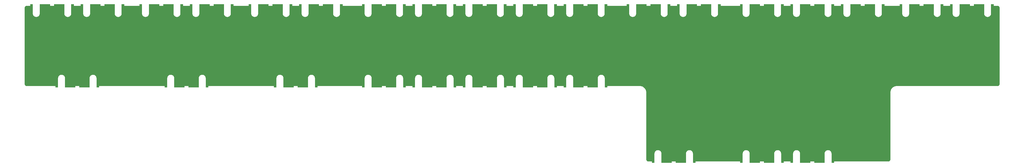
<source format=gbr>
G04 #@! TF.GenerationSoftware,KiCad,Pcbnew,(5.1.2)-2*
G04 #@! TF.CreationDate,2019-08-10T23:44:23-05:00*
G04 #@! TF.ProjectId,front_end,66726f6e-745f-4656-9e64-2e6b69636164,rev?*
G04 #@! TF.SameCoordinates,Original*
G04 #@! TF.FileFunction,Copper,L4,Bot*
G04 #@! TF.FilePolarity,Positive*
%FSLAX46Y46*%
G04 Gerber Fmt 4.6, Leading zero omitted, Abs format (unit mm)*
G04 Created by KiCad (PCBNEW (5.1.2)-2) date 2019-08-10 23:44:23*
%MOMM*%
%LPD*%
G04 APERTURE LIST*
%ADD10C,0.533400*%
%ADD11C,0.100000*%
%ADD12C,0.431800*%
%ADD13C,1.890000*%
%ADD14C,0.254000*%
G04 APERTURE END LIST*
D10*
X191262000Y-123952000D03*
D11*
G36*
X193939100Y-125580400D02*
G01*
X193940100Y-125597400D01*
X193940100Y-125614400D01*
X193941100Y-125632400D01*
X193942100Y-125649400D01*
X193943100Y-125667400D01*
X193944100Y-125684400D01*
X193945100Y-125702400D01*
X193949100Y-125736400D01*
X193951100Y-125754400D01*
X193955100Y-125788400D01*
X193958100Y-125805400D01*
X193960100Y-125823400D01*
X193966100Y-125857400D01*
X193970100Y-125874400D01*
X193973100Y-125891400D01*
X193989100Y-125959400D01*
X193994100Y-125976400D01*
X193998100Y-125993400D01*
X194008100Y-126027400D01*
X194013100Y-126043400D01*
X194019100Y-126060400D01*
X194024100Y-126076400D01*
X194030100Y-126093400D01*
X194036100Y-126109400D01*
X194042100Y-126126400D01*
X194048100Y-126142400D01*
X194055100Y-126158400D01*
X194061100Y-126174400D01*
X194089100Y-126238400D01*
X194105100Y-126270400D01*
X194112100Y-126285400D01*
X194120100Y-126301400D01*
X194129100Y-126316400D01*
X194137100Y-126331400D01*
X194145100Y-126347400D01*
X194181100Y-126407400D01*
X194191100Y-126421400D01*
X194200100Y-126436400D01*
X194210100Y-126451400D01*
X194219100Y-126465400D01*
X194229100Y-126479400D01*
X194240100Y-126493400D01*
X194250100Y-126508400D01*
X194260100Y-126522400D01*
X194271100Y-126535400D01*
X194293100Y-126563400D01*
X194304100Y-126576400D01*
X194315100Y-126590400D01*
X194326100Y-126603400D01*
X194338100Y-126616400D01*
X194349100Y-126629400D01*
X194373100Y-126655400D01*
X194385100Y-126667400D01*
X194397100Y-126680400D01*
X194410100Y-126692400D01*
X194422100Y-126704400D01*
X194435100Y-126716400D01*
X194447100Y-126728400D01*
X194473100Y-126752400D01*
X194486100Y-126763400D01*
X194500100Y-126775400D01*
X194513100Y-126786400D01*
X194527100Y-126797400D01*
X194540100Y-126808400D01*
X194554100Y-126819400D01*
X194568100Y-126829400D01*
X194582100Y-126840400D01*
X194624100Y-126870400D01*
X194639100Y-126880400D01*
X194653100Y-126890400D01*
X194668100Y-126899400D01*
X194683100Y-126909400D01*
X194697100Y-126918400D01*
X194727100Y-126936400D01*
X194742100Y-126944400D01*
X194758100Y-126953400D01*
X194773100Y-126961400D01*
X194788100Y-126970400D01*
X194804100Y-126978400D01*
X194819100Y-126985400D01*
X194851100Y-127001400D01*
X194931100Y-127036400D01*
X194963100Y-127048400D01*
X194980100Y-127054400D01*
X194996100Y-127060400D01*
X195013100Y-127066400D01*
X195029100Y-127072400D01*
X195046100Y-127077400D01*
X195062100Y-127082400D01*
X195113100Y-127097400D01*
X195130100Y-127101400D01*
X195146100Y-127106400D01*
X195163100Y-127110400D01*
X195180100Y-127113400D01*
X195198100Y-127117400D01*
X195215100Y-127121400D01*
X195283100Y-127133400D01*
X195301100Y-127136400D01*
X195335100Y-127140400D01*
X195353100Y-127142400D01*
X195387100Y-127146400D01*
X195405100Y-127147400D01*
X195439100Y-127149400D01*
X195457100Y-127150400D01*
X195474100Y-127151400D01*
X195492100Y-127151400D01*
X195509100Y-127152400D01*
X195527100Y-127152400D01*
X196174100Y-127177400D01*
X196253100Y-128193400D01*
X193139100Y-128193400D01*
X193139100Y-125374400D01*
X193139054Y-125362760D01*
X193138742Y-125345310D01*
X193138137Y-125327867D01*
X193137240Y-125310437D01*
X193136051Y-125293025D01*
X193134570Y-125275635D01*
X193132798Y-125258272D01*
X193130736Y-125240941D01*
X193128383Y-125223647D01*
X193125741Y-125206395D01*
X193122810Y-125189190D01*
X193119591Y-125172036D01*
X193116085Y-125154939D01*
X193112294Y-125137903D01*
X193108217Y-125120932D01*
X193103856Y-125104033D01*
X193099213Y-125087209D01*
X193094289Y-125070465D01*
X193089085Y-125053805D01*
X193083602Y-125037236D01*
X193077842Y-125020760D01*
X193071808Y-125004384D01*
X193065499Y-124988111D01*
X193058919Y-124971946D01*
X193052069Y-124955893D01*
X193044951Y-124939958D01*
X193037566Y-124924144D01*
X193029918Y-124908455D01*
X193022008Y-124892898D01*
X193013839Y-124877475D01*
X193005412Y-124862191D01*
X192996730Y-124847050D01*
X192987796Y-124832057D01*
X192978611Y-124817216D01*
X192969180Y-124802531D01*
X192959503Y-124788006D01*
X192949585Y-124773645D01*
X192939427Y-124759453D01*
X192929033Y-124745432D01*
X192918405Y-124731588D01*
X192907547Y-124717924D01*
X192896462Y-124704443D01*
X192885152Y-124691151D01*
X192873621Y-124678049D01*
X192861872Y-124665143D01*
X192849908Y-124652435D01*
X192837733Y-124639930D01*
X192825350Y-124627630D01*
X192812763Y-124615540D01*
X192799976Y-124603662D01*
X192786990Y-124592001D01*
X192773812Y-124580558D01*
X192760443Y-124569338D01*
X192746888Y-124558344D01*
X192733151Y-124547578D01*
X192719236Y-124537044D01*
X192705145Y-124526744D01*
X192690885Y-124516682D01*
X192676457Y-124506861D01*
X192661867Y-124497282D01*
X192647119Y-124487950D01*
X192632216Y-124478866D01*
X192617164Y-124470033D01*
X192601965Y-124461453D01*
X192586625Y-124453129D01*
X192571147Y-124445064D01*
X192555536Y-124437259D01*
X192539797Y-124429717D01*
X192523934Y-124422439D01*
X192507950Y-124415428D01*
X192491852Y-124408687D01*
X192475643Y-124402215D01*
X192459328Y-124396017D01*
X192442911Y-124390092D01*
X192426397Y-124384444D01*
X192409791Y-124379073D01*
X192393097Y-124373981D01*
X192376320Y-124369170D01*
X192359465Y-124364640D01*
X192342537Y-124360394D01*
X192325539Y-124356431D01*
X192308478Y-124352754D01*
X192291357Y-124349364D01*
X192274182Y-124346261D01*
X192256958Y-124343446D01*
X192239688Y-124340920D01*
X192222379Y-124338684D01*
X192205035Y-124336738D01*
X192187660Y-124335083D01*
X192170261Y-124333720D01*
X192152841Y-124332648D01*
X192135405Y-124331869D01*
X192117959Y-124331381D01*
X192100507Y-124331186D01*
X192083054Y-124331284D01*
X192065605Y-124331674D01*
X192048165Y-124332356D01*
X192030739Y-124333331D01*
X192013332Y-124334597D01*
X191995949Y-124336155D01*
X191978594Y-124338004D01*
X191961273Y-124340143D01*
X191943989Y-124342573D01*
X191926749Y-124345291D01*
X191909557Y-124348298D01*
X191892418Y-124351593D01*
X191875336Y-124355175D01*
X191858317Y-124359042D01*
X191841365Y-124363194D01*
X191824485Y-124367630D01*
X191807682Y-124372347D01*
X191790960Y-124377346D01*
X191774324Y-124382624D01*
X191757779Y-124388180D01*
X191741329Y-124394013D01*
X191724980Y-124400120D01*
X191708735Y-124406501D01*
X191692599Y-124413153D01*
X191676577Y-124420074D01*
X191660673Y-124427263D01*
X191644892Y-124434718D01*
X191629238Y-124442435D01*
X191613716Y-124450414D01*
X191598329Y-124458652D01*
X191583083Y-124467147D01*
X191567981Y-124475896D01*
X191553028Y-124484897D01*
X191538227Y-124494147D01*
X191523584Y-124503643D01*
X191509102Y-124513384D01*
X191494786Y-124523366D01*
X191480638Y-124533587D01*
X191466664Y-124544043D01*
X191452867Y-124554732D01*
X191439251Y-124565651D01*
X191425820Y-124576796D01*
X191412578Y-124588165D01*
X191399528Y-124599754D01*
X191386674Y-124611560D01*
X191374019Y-124623580D01*
X191361568Y-124635810D01*
X191349324Y-124648247D01*
X191337289Y-124660888D01*
X191325469Y-124673729D01*
X191313865Y-124686765D01*
X191302481Y-124699995D01*
X191291320Y-124713413D01*
X191280386Y-124727016D01*
X191269681Y-124740801D01*
X191259209Y-124754763D01*
X191248972Y-124768899D01*
X191238974Y-124783204D01*
X191229216Y-124797675D01*
X191219703Y-124812307D01*
X191210436Y-124827097D01*
X191201418Y-124842040D01*
X191192652Y-124857132D01*
X191184140Y-124872368D01*
X191175884Y-124887746D01*
X191167887Y-124903259D01*
X191160152Y-124918904D01*
X191152679Y-124934677D01*
X191145472Y-124950572D01*
X191138533Y-124966586D01*
X191131862Y-124982714D01*
X191125463Y-124998952D01*
X191119337Y-125015295D01*
X191113486Y-125031738D01*
X191107911Y-125048276D01*
X191102614Y-125064906D01*
X191097596Y-125081622D01*
X191092859Y-125098420D01*
X191088404Y-125115295D01*
X191084233Y-125132243D01*
X191080346Y-125149257D01*
X191076745Y-125166335D01*
X191073430Y-125183470D01*
X191070403Y-125200659D01*
X191067665Y-125217896D01*
X191065216Y-125235176D01*
X191063057Y-125252495D01*
X191061188Y-125269848D01*
X191059610Y-125287230D01*
X191058324Y-125304635D01*
X191057330Y-125322060D01*
X191056627Y-125339499D01*
X191056217Y-125356947D01*
X191056100Y-125374400D01*
X191056100Y-128193400D01*
X190256100Y-128193400D01*
X190256100Y-122968400D01*
X193939100Y-122968400D01*
X193939100Y-125580400D01*
X193939100Y-125580400D01*
G37*
D10*
X202438000Y-123952000D03*
D11*
G36*
X203464100Y-128193400D02*
G01*
X202664100Y-128193400D01*
X202664100Y-125374400D01*
X202664054Y-125362760D01*
X202663742Y-125345310D01*
X202663137Y-125327867D01*
X202662240Y-125310437D01*
X202661051Y-125293025D01*
X202659570Y-125275635D01*
X202657798Y-125258272D01*
X202655736Y-125240941D01*
X202653383Y-125223647D01*
X202650741Y-125206395D01*
X202647810Y-125189190D01*
X202644591Y-125172036D01*
X202641085Y-125154939D01*
X202637294Y-125137903D01*
X202633217Y-125120932D01*
X202628856Y-125104033D01*
X202624213Y-125087209D01*
X202619289Y-125070465D01*
X202614085Y-125053805D01*
X202608602Y-125037236D01*
X202602842Y-125020760D01*
X202596808Y-125004384D01*
X202590499Y-124988111D01*
X202583919Y-124971946D01*
X202577069Y-124955893D01*
X202569951Y-124939958D01*
X202562566Y-124924144D01*
X202554918Y-124908455D01*
X202547008Y-124892898D01*
X202538839Y-124877475D01*
X202530412Y-124862191D01*
X202521730Y-124847050D01*
X202512796Y-124832057D01*
X202503611Y-124817216D01*
X202494180Y-124802531D01*
X202484503Y-124788006D01*
X202474585Y-124773645D01*
X202464427Y-124759453D01*
X202454033Y-124745432D01*
X202443405Y-124731588D01*
X202432547Y-124717924D01*
X202421462Y-124704443D01*
X202410152Y-124691151D01*
X202398621Y-124678049D01*
X202386872Y-124665143D01*
X202374908Y-124652435D01*
X202362733Y-124639930D01*
X202350350Y-124627630D01*
X202337763Y-124615540D01*
X202324976Y-124603662D01*
X202311990Y-124592001D01*
X202298812Y-124580558D01*
X202285443Y-124569338D01*
X202271888Y-124558344D01*
X202258151Y-124547578D01*
X202244236Y-124537044D01*
X202230145Y-124526744D01*
X202215885Y-124516682D01*
X202201457Y-124506861D01*
X202186867Y-124497282D01*
X202172119Y-124487950D01*
X202157216Y-124478866D01*
X202142164Y-124470033D01*
X202126965Y-124461453D01*
X202111625Y-124453129D01*
X202096147Y-124445064D01*
X202080536Y-124437259D01*
X202064797Y-124429717D01*
X202048934Y-124422439D01*
X202032950Y-124415428D01*
X202016852Y-124408687D01*
X202000643Y-124402215D01*
X201984328Y-124396017D01*
X201967911Y-124390092D01*
X201951397Y-124384444D01*
X201934791Y-124379073D01*
X201918097Y-124373981D01*
X201901320Y-124369170D01*
X201884465Y-124364640D01*
X201867537Y-124360394D01*
X201850539Y-124356431D01*
X201833478Y-124352754D01*
X201816357Y-124349364D01*
X201799182Y-124346261D01*
X201781958Y-124343446D01*
X201764688Y-124340920D01*
X201747379Y-124338684D01*
X201730035Y-124336738D01*
X201712660Y-124335083D01*
X201695261Y-124333720D01*
X201677841Y-124332648D01*
X201660405Y-124331869D01*
X201642959Y-124331381D01*
X201625507Y-124331186D01*
X201608054Y-124331284D01*
X201590605Y-124331674D01*
X201573165Y-124332356D01*
X201555739Y-124333331D01*
X201538332Y-124334597D01*
X201520949Y-124336155D01*
X201503594Y-124338004D01*
X201486273Y-124340143D01*
X201468989Y-124342573D01*
X201451749Y-124345291D01*
X201434557Y-124348298D01*
X201417418Y-124351593D01*
X201400336Y-124355175D01*
X201383317Y-124359042D01*
X201366365Y-124363194D01*
X201349485Y-124367630D01*
X201332682Y-124372347D01*
X201315960Y-124377346D01*
X201299324Y-124382624D01*
X201282779Y-124388180D01*
X201266329Y-124394013D01*
X201249980Y-124400120D01*
X201233735Y-124406501D01*
X201217599Y-124413153D01*
X201201577Y-124420074D01*
X201185673Y-124427263D01*
X201169892Y-124434718D01*
X201154238Y-124442435D01*
X201138716Y-124450414D01*
X201123329Y-124458652D01*
X201108083Y-124467147D01*
X201092981Y-124475896D01*
X201078028Y-124484897D01*
X201063227Y-124494147D01*
X201048584Y-124503643D01*
X201034102Y-124513384D01*
X201019786Y-124523366D01*
X201005638Y-124533587D01*
X200991664Y-124544043D01*
X200977867Y-124554732D01*
X200964251Y-124565651D01*
X200950820Y-124576796D01*
X200937578Y-124588165D01*
X200924528Y-124599754D01*
X200911674Y-124611560D01*
X200899019Y-124623580D01*
X200886568Y-124635810D01*
X200874324Y-124648247D01*
X200862289Y-124660888D01*
X200850469Y-124673729D01*
X200838865Y-124686765D01*
X200827481Y-124699995D01*
X200816320Y-124713413D01*
X200805386Y-124727016D01*
X200794681Y-124740801D01*
X200784209Y-124754763D01*
X200773972Y-124768899D01*
X200763974Y-124783204D01*
X200754216Y-124797675D01*
X200744703Y-124812307D01*
X200735436Y-124827097D01*
X200726418Y-124842040D01*
X200717652Y-124857132D01*
X200709140Y-124872368D01*
X200700884Y-124887746D01*
X200692887Y-124903259D01*
X200685152Y-124918904D01*
X200677679Y-124934677D01*
X200670472Y-124950572D01*
X200663533Y-124966586D01*
X200656862Y-124982714D01*
X200650463Y-124998952D01*
X200644337Y-125015295D01*
X200638486Y-125031738D01*
X200632911Y-125048276D01*
X200627614Y-125064906D01*
X200622596Y-125081622D01*
X200617859Y-125098420D01*
X200613404Y-125115295D01*
X200609233Y-125132243D01*
X200605346Y-125149257D01*
X200601745Y-125166335D01*
X200598430Y-125183470D01*
X200595403Y-125200659D01*
X200592665Y-125217896D01*
X200590216Y-125235176D01*
X200588057Y-125252495D01*
X200586188Y-125269848D01*
X200584610Y-125287230D01*
X200583324Y-125304635D01*
X200582330Y-125322060D01*
X200581627Y-125339499D01*
X200581217Y-125356947D01*
X200581100Y-125374400D01*
X200581100Y-128193400D01*
X197467100Y-128193400D01*
X197546100Y-127177400D01*
X198193100Y-127152400D01*
X198211100Y-127152400D01*
X198228100Y-127151400D01*
X198246100Y-127151400D01*
X198263100Y-127150400D01*
X198281100Y-127149400D01*
X198315100Y-127147400D01*
X198333100Y-127146400D01*
X198367100Y-127142400D01*
X198385100Y-127140400D01*
X198419100Y-127136400D01*
X198437100Y-127133400D01*
X198505100Y-127121400D01*
X198522100Y-127117400D01*
X198540100Y-127113400D01*
X198557100Y-127110400D01*
X198574100Y-127106400D01*
X198590100Y-127101400D01*
X198607100Y-127097400D01*
X198658100Y-127082400D01*
X198674100Y-127077400D01*
X198691100Y-127072400D01*
X198707100Y-127066400D01*
X198724100Y-127060400D01*
X198740100Y-127054400D01*
X198757100Y-127048400D01*
X198789100Y-127036400D01*
X198869100Y-127001400D01*
X198901100Y-126985400D01*
X198916100Y-126978400D01*
X198932100Y-126970400D01*
X198947100Y-126961400D01*
X198962100Y-126953400D01*
X198978100Y-126944400D01*
X198993100Y-126936400D01*
X199023100Y-126918400D01*
X199037100Y-126909400D01*
X199052100Y-126899400D01*
X199067100Y-126890400D01*
X199081100Y-126880400D01*
X199096100Y-126870400D01*
X199138100Y-126840400D01*
X199152100Y-126829400D01*
X199166100Y-126819400D01*
X199180100Y-126808400D01*
X199193100Y-126797400D01*
X199207100Y-126786400D01*
X199220100Y-126775400D01*
X199234100Y-126763400D01*
X199247100Y-126752400D01*
X199273100Y-126728400D01*
X199285100Y-126716400D01*
X199298100Y-126704400D01*
X199310100Y-126692400D01*
X199323100Y-126680400D01*
X199335100Y-126667400D01*
X199347100Y-126655400D01*
X199371100Y-126629400D01*
X199382100Y-126616400D01*
X199394100Y-126603400D01*
X199405100Y-126590400D01*
X199416100Y-126576400D01*
X199427100Y-126563400D01*
X199449100Y-126535400D01*
X199460100Y-126522400D01*
X199470100Y-126508400D01*
X199480100Y-126493400D01*
X199491100Y-126479400D01*
X199501100Y-126465400D01*
X199510100Y-126451400D01*
X199520100Y-126436400D01*
X199529100Y-126421400D01*
X199539100Y-126407400D01*
X199575100Y-126347400D01*
X199583100Y-126331400D01*
X199591100Y-126316400D01*
X199600100Y-126301400D01*
X199608100Y-126285400D01*
X199615100Y-126270400D01*
X199631100Y-126238400D01*
X199659100Y-126174400D01*
X199665100Y-126158400D01*
X199672100Y-126142400D01*
X199678100Y-126126400D01*
X199684100Y-126109400D01*
X199690100Y-126093400D01*
X199696100Y-126076400D01*
X199701100Y-126060400D01*
X199707100Y-126043400D01*
X199712100Y-126027400D01*
X199722100Y-125993400D01*
X199726100Y-125976400D01*
X199731100Y-125959400D01*
X199747100Y-125891400D01*
X199750100Y-125874400D01*
X199754100Y-125857400D01*
X199760100Y-125823400D01*
X199762100Y-125805400D01*
X199765100Y-125788400D01*
X199769100Y-125754400D01*
X199771100Y-125736400D01*
X199775100Y-125702400D01*
X199776100Y-125684400D01*
X199777100Y-125667400D01*
X199778100Y-125649400D01*
X199779100Y-125632400D01*
X199780100Y-125614400D01*
X199780100Y-125597400D01*
X199781100Y-125580400D01*
X199781100Y-122968400D01*
X203464100Y-122968400D01*
X203464100Y-128193400D01*
X203464100Y-128193400D01*
G37*
D12*
X190576200Y-127762000D03*
X190576200Y-127127000D03*
X190576200Y-125857000D03*
X190576200Y-126492000D03*
X190576200Y-125222000D03*
X190576200Y-124587000D03*
X190576200Y-123952000D03*
X203123800Y-127762000D03*
X203123800Y-127127000D03*
X203123800Y-126492000D03*
X203123800Y-125857000D03*
X203123800Y-125222000D03*
X203123800Y-124587000D03*
X203123800Y-123952000D03*
X200101200Y-123952000D03*
X200101200Y-124587000D03*
X200101200Y-125222000D03*
X200101200Y-125857000D03*
X199974200Y-126517400D03*
X199593200Y-127127000D03*
X197764400Y-127541020D03*
X198399400Y-127541020D03*
X199034400Y-127541020D03*
X195300600Y-127541020D03*
X195935600Y-127541020D03*
X194106800Y-127127000D03*
X193598800Y-124587000D03*
X193598800Y-125222000D03*
X193598800Y-125857000D03*
X194665600Y-127541020D03*
X193725800Y-126517400D03*
X193598800Y-123952000D03*
X202285600Y-123342400D03*
X200380600Y-123342400D03*
X201650600Y-123342400D03*
X201015600Y-123342400D03*
X202920600Y-123342400D03*
X192760600Y-123342400D03*
X190855600Y-123342400D03*
X192125600Y-123342400D03*
X191490600Y-123342400D03*
X193395600Y-123342400D03*
D10*
X286258000Y-107188000D03*
D11*
G36*
X283580900Y-105559600D02*
G01*
X283579900Y-105542600D01*
X283579900Y-105525600D01*
X283578900Y-105507600D01*
X283577900Y-105490600D01*
X283576900Y-105472600D01*
X283575900Y-105455600D01*
X283574900Y-105437600D01*
X283570900Y-105403600D01*
X283568900Y-105385600D01*
X283564900Y-105351600D01*
X283561900Y-105334600D01*
X283559900Y-105316600D01*
X283553900Y-105282600D01*
X283549900Y-105265600D01*
X283546900Y-105248600D01*
X283530900Y-105180600D01*
X283525900Y-105163600D01*
X283521900Y-105146600D01*
X283511900Y-105112600D01*
X283506900Y-105096600D01*
X283500900Y-105079600D01*
X283495900Y-105063600D01*
X283489900Y-105046600D01*
X283483900Y-105030600D01*
X283477900Y-105013600D01*
X283471900Y-104997600D01*
X283464900Y-104981600D01*
X283458900Y-104965600D01*
X283430900Y-104901600D01*
X283414900Y-104869600D01*
X283407900Y-104854600D01*
X283399900Y-104838600D01*
X283390900Y-104823600D01*
X283382900Y-104808600D01*
X283374900Y-104792600D01*
X283338900Y-104732600D01*
X283328900Y-104718600D01*
X283319900Y-104703600D01*
X283309900Y-104688600D01*
X283300900Y-104674600D01*
X283290900Y-104660600D01*
X283279900Y-104646600D01*
X283269900Y-104631600D01*
X283259900Y-104617600D01*
X283248900Y-104604600D01*
X283226900Y-104576600D01*
X283215900Y-104563600D01*
X283204900Y-104549600D01*
X283193900Y-104536600D01*
X283181900Y-104523600D01*
X283170900Y-104510600D01*
X283146900Y-104484600D01*
X283134900Y-104472600D01*
X283122900Y-104459600D01*
X283109900Y-104447600D01*
X283097900Y-104435600D01*
X283084900Y-104423600D01*
X283072900Y-104411600D01*
X283046900Y-104387600D01*
X283033900Y-104376600D01*
X283019900Y-104364600D01*
X283006900Y-104353600D01*
X282992900Y-104342600D01*
X282979900Y-104331600D01*
X282965900Y-104320600D01*
X282951900Y-104310600D01*
X282937900Y-104299600D01*
X282895900Y-104269600D01*
X282880900Y-104259600D01*
X282866900Y-104249600D01*
X282851900Y-104240600D01*
X282836900Y-104230600D01*
X282822900Y-104221600D01*
X282792900Y-104203600D01*
X282777900Y-104195600D01*
X282761900Y-104186600D01*
X282746900Y-104178600D01*
X282731900Y-104169600D01*
X282715900Y-104161600D01*
X282700900Y-104154600D01*
X282668900Y-104138600D01*
X282588900Y-104103600D01*
X282556900Y-104091600D01*
X282539900Y-104085600D01*
X282523900Y-104079600D01*
X282506900Y-104073600D01*
X282490900Y-104067600D01*
X282473900Y-104062600D01*
X282457900Y-104057600D01*
X282406900Y-104042600D01*
X282389900Y-104038600D01*
X282373900Y-104033600D01*
X282356900Y-104029600D01*
X282339900Y-104026600D01*
X282321900Y-104022600D01*
X282304900Y-104018600D01*
X282236900Y-104006600D01*
X282218900Y-104003600D01*
X282184900Y-103999600D01*
X282166900Y-103997600D01*
X282132900Y-103993600D01*
X282114900Y-103992600D01*
X282080900Y-103990600D01*
X282062900Y-103989600D01*
X282045900Y-103988600D01*
X282027900Y-103988600D01*
X282010900Y-103987600D01*
X281992900Y-103987600D01*
X281345900Y-103962600D01*
X281266900Y-102946600D01*
X284380900Y-102946600D01*
X284380900Y-105765600D01*
X284380946Y-105777240D01*
X284381258Y-105794690D01*
X284381863Y-105812133D01*
X284382760Y-105829563D01*
X284383949Y-105846975D01*
X284385430Y-105864365D01*
X284387202Y-105881728D01*
X284389264Y-105899059D01*
X284391617Y-105916353D01*
X284394259Y-105933605D01*
X284397190Y-105950810D01*
X284400409Y-105967964D01*
X284403915Y-105985061D01*
X284407706Y-106002097D01*
X284411783Y-106019068D01*
X284416144Y-106035967D01*
X284420787Y-106052791D01*
X284425711Y-106069535D01*
X284430915Y-106086195D01*
X284436398Y-106102764D01*
X284442158Y-106119240D01*
X284448192Y-106135616D01*
X284454501Y-106151889D01*
X284461081Y-106168054D01*
X284467931Y-106184107D01*
X284475049Y-106200042D01*
X284482434Y-106215856D01*
X284490082Y-106231545D01*
X284497992Y-106247102D01*
X284506161Y-106262525D01*
X284514588Y-106277809D01*
X284523270Y-106292950D01*
X284532204Y-106307943D01*
X284541389Y-106322784D01*
X284550820Y-106337469D01*
X284560497Y-106351994D01*
X284570415Y-106366355D01*
X284580573Y-106380547D01*
X284590967Y-106394568D01*
X284601595Y-106408412D01*
X284612453Y-106422076D01*
X284623538Y-106435557D01*
X284634848Y-106448849D01*
X284646379Y-106461951D01*
X284658128Y-106474857D01*
X284670092Y-106487565D01*
X284682267Y-106500070D01*
X284694650Y-106512370D01*
X284707237Y-106524460D01*
X284720024Y-106536338D01*
X284733010Y-106547999D01*
X284746188Y-106559442D01*
X284759557Y-106570662D01*
X284773112Y-106581656D01*
X284786849Y-106592422D01*
X284800764Y-106602956D01*
X284814855Y-106613256D01*
X284829115Y-106623318D01*
X284843543Y-106633139D01*
X284858133Y-106642718D01*
X284872881Y-106652050D01*
X284887784Y-106661134D01*
X284902836Y-106669967D01*
X284918035Y-106678547D01*
X284933375Y-106686871D01*
X284948853Y-106694936D01*
X284964464Y-106702741D01*
X284980203Y-106710283D01*
X284996066Y-106717561D01*
X285012050Y-106724572D01*
X285028148Y-106731313D01*
X285044357Y-106737785D01*
X285060672Y-106743983D01*
X285077089Y-106749908D01*
X285093603Y-106755556D01*
X285110209Y-106760927D01*
X285126903Y-106766019D01*
X285143680Y-106770830D01*
X285160535Y-106775360D01*
X285177463Y-106779606D01*
X285194461Y-106783569D01*
X285211522Y-106787246D01*
X285228643Y-106790636D01*
X285245818Y-106793739D01*
X285263042Y-106796554D01*
X285280312Y-106799080D01*
X285297621Y-106801316D01*
X285314965Y-106803262D01*
X285332340Y-106804917D01*
X285349739Y-106806280D01*
X285367159Y-106807352D01*
X285384595Y-106808131D01*
X285402041Y-106808619D01*
X285419493Y-106808814D01*
X285436946Y-106808716D01*
X285454395Y-106808326D01*
X285471835Y-106807644D01*
X285489261Y-106806669D01*
X285506668Y-106805403D01*
X285524051Y-106803845D01*
X285541406Y-106801996D01*
X285558727Y-106799857D01*
X285576011Y-106797427D01*
X285593251Y-106794709D01*
X285610443Y-106791702D01*
X285627582Y-106788407D01*
X285644664Y-106784825D01*
X285661683Y-106780958D01*
X285678635Y-106776806D01*
X285695515Y-106772370D01*
X285712318Y-106767653D01*
X285729040Y-106762654D01*
X285745676Y-106757376D01*
X285762221Y-106751820D01*
X285778671Y-106745987D01*
X285795020Y-106739880D01*
X285811265Y-106733499D01*
X285827401Y-106726847D01*
X285843423Y-106719926D01*
X285859327Y-106712737D01*
X285875108Y-106705282D01*
X285890762Y-106697565D01*
X285906284Y-106689586D01*
X285921671Y-106681348D01*
X285936917Y-106672853D01*
X285952019Y-106664104D01*
X285966972Y-106655103D01*
X285981773Y-106645853D01*
X285996416Y-106636357D01*
X286010898Y-106626616D01*
X286025214Y-106616634D01*
X286039362Y-106606413D01*
X286053336Y-106595957D01*
X286067133Y-106585268D01*
X286080749Y-106574349D01*
X286094180Y-106563204D01*
X286107422Y-106551835D01*
X286120472Y-106540246D01*
X286133326Y-106528440D01*
X286145981Y-106516420D01*
X286158432Y-106504190D01*
X286170676Y-106491753D01*
X286182711Y-106479112D01*
X286194531Y-106466271D01*
X286206135Y-106453235D01*
X286217519Y-106440005D01*
X286228680Y-106426587D01*
X286239614Y-106412984D01*
X286250319Y-106399199D01*
X286260791Y-106385237D01*
X286271028Y-106371101D01*
X286281026Y-106356796D01*
X286290784Y-106342325D01*
X286300297Y-106327693D01*
X286309564Y-106312903D01*
X286318582Y-106297960D01*
X286327348Y-106282868D01*
X286335860Y-106267632D01*
X286344116Y-106252254D01*
X286352113Y-106236741D01*
X286359848Y-106221096D01*
X286367321Y-106205323D01*
X286374528Y-106189428D01*
X286381467Y-106173414D01*
X286388138Y-106157286D01*
X286394537Y-106141048D01*
X286400663Y-106124705D01*
X286406514Y-106108262D01*
X286412089Y-106091724D01*
X286417386Y-106075094D01*
X286422404Y-106058378D01*
X286427141Y-106041580D01*
X286431596Y-106024705D01*
X286435767Y-106007757D01*
X286439654Y-105990743D01*
X286443255Y-105973665D01*
X286446570Y-105956530D01*
X286449597Y-105939341D01*
X286452335Y-105922104D01*
X286454784Y-105904824D01*
X286456943Y-105887505D01*
X286458812Y-105870152D01*
X286460390Y-105852770D01*
X286461676Y-105835365D01*
X286462670Y-105817940D01*
X286463373Y-105800501D01*
X286463783Y-105783053D01*
X286463900Y-105765600D01*
X286463900Y-102946600D01*
X287263900Y-102946600D01*
X287263900Y-108171600D01*
X283580900Y-108171600D01*
X283580900Y-105559600D01*
X283580900Y-105559600D01*
G37*
D10*
X275082000Y-107188000D03*
D11*
G36*
X274055900Y-102946600D02*
G01*
X274855900Y-102946600D01*
X274855900Y-105765600D01*
X274855946Y-105777240D01*
X274856258Y-105794690D01*
X274856863Y-105812133D01*
X274857760Y-105829563D01*
X274858949Y-105846975D01*
X274860430Y-105864365D01*
X274862202Y-105881728D01*
X274864264Y-105899059D01*
X274866617Y-105916353D01*
X274869259Y-105933605D01*
X274872190Y-105950810D01*
X274875409Y-105967964D01*
X274878915Y-105985061D01*
X274882706Y-106002097D01*
X274886783Y-106019068D01*
X274891144Y-106035967D01*
X274895787Y-106052791D01*
X274900711Y-106069535D01*
X274905915Y-106086195D01*
X274911398Y-106102764D01*
X274917158Y-106119240D01*
X274923192Y-106135616D01*
X274929501Y-106151889D01*
X274936081Y-106168054D01*
X274942931Y-106184107D01*
X274950049Y-106200042D01*
X274957434Y-106215856D01*
X274965082Y-106231545D01*
X274972992Y-106247102D01*
X274981161Y-106262525D01*
X274989588Y-106277809D01*
X274998270Y-106292950D01*
X275007204Y-106307943D01*
X275016389Y-106322784D01*
X275025820Y-106337469D01*
X275035497Y-106351994D01*
X275045415Y-106366355D01*
X275055573Y-106380547D01*
X275065967Y-106394568D01*
X275076595Y-106408412D01*
X275087453Y-106422076D01*
X275098538Y-106435557D01*
X275109848Y-106448849D01*
X275121379Y-106461951D01*
X275133128Y-106474857D01*
X275145092Y-106487565D01*
X275157267Y-106500070D01*
X275169650Y-106512370D01*
X275182237Y-106524460D01*
X275195024Y-106536338D01*
X275208010Y-106547999D01*
X275221188Y-106559442D01*
X275234557Y-106570662D01*
X275248112Y-106581656D01*
X275261849Y-106592422D01*
X275275764Y-106602956D01*
X275289855Y-106613256D01*
X275304115Y-106623318D01*
X275318543Y-106633139D01*
X275333133Y-106642718D01*
X275347881Y-106652050D01*
X275362784Y-106661134D01*
X275377836Y-106669967D01*
X275393035Y-106678547D01*
X275408375Y-106686871D01*
X275423853Y-106694936D01*
X275439464Y-106702741D01*
X275455203Y-106710283D01*
X275471066Y-106717561D01*
X275487050Y-106724572D01*
X275503148Y-106731313D01*
X275519357Y-106737785D01*
X275535672Y-106743983D01*
X275552089Y-106749908D01*
X275568603Y-106755556D01*
X275585209Y-106760927D01*
X275601903Y-106766019D01*
X275618680Y-106770830D01*
X275635535Y-106775360D01*
X275652463Y-106779606D01*
X275669461Y-106783569D01*
X275686522Y-106787246D01*
X275703643Y-106790636D01*
X275720818Y-106793739D01*
X275738042Y-106796554D01*
X275755312Y-106799080D01*
X275772621Y-106801316D01*
X275789965Y-106803262D01*
X275807340Y-106804917D01*
X275824739Y-106806280D01*
X275842159Y-106807352D01*
X275859595Y-106808131D01*
X275877041Y-106808619D01*
X275894493Y-106808814D01*
X275911946Y-106808716D01*
X275929395Y-106808326D01*
X275946835Y-106807644D01*
X275964261Y-106806669D01*
X275981668Y-106805403D01*
X275999051Y-106803845D01*
X276016406Y-106801996D01*
X276033727Y-106799857D01*
X276051011Y-106797427D01*
X276068251Y-106794709D01*
X276085443Y-106791702D01*
X276102582Y-106788407D01*
X276119664Y-106784825D01*
X276136683Y-106780958D01*
X276153635Y-106776806D01*
X276170515Y-106772370D01*
X276187318Y-106767653D01*
X276204040Y-106762654D01*
X276220676Y-106757376D01*
X276237221Y-106751820D01*
X276253671Y-106745987D01*
X276270020Y-106739880D01*
X276286265Y-106733499D01*
X276302401Y-106726847D01*
X276318423Y-106719926D01*
X276334327Y-106712737D01*
X276350108Y-106705282D01*
X276365762Y-106697565D01*
X276381284Y-106689586D01*
X276396671Y-106681348D01*
X276411917Y-106672853D01*
X276427019Y-106664104D01*
X276441972Y-106655103D01*
X276456773Y-106645853D01*
X276471416Y-106636357D01*
X276485898Y-106626616D01*
X276500214Y-106616634D01*
X276514362Y-106606413D01*
X276528336Y-106595957D01*
X276542133Y-106585268D01*
X276555749Y-106574349D01*
X276569180Y-106563204D01*
X276582422Y-106551835D01*
X276595472Y-106540246D01*
X276608326Y-106528440D01*
X276620981Y-106516420D01*
X276633432Y-106504190D01*
X276645676Y-106491753D01*
X276657711Y-106479112D01*
X276669531Y-106466271D01*
X276681135Y-106453235D01*
X276692519Y-106440005D01*
X276703680Y-106426587D01*
X276714614Y-106412984D01*
X276725319Y-106399199D01*
X276735791Y-106385237D01*
X276746028Y-106371101D01*
X276756026Y-106356796D01*
X276765784Y-106342325D01*
X276775297Y-106327693D01*
X276784564Y-106312903D01*
X276793582Y-106297960D01*
X276802348Y-106282868D01*
X276810860Y-106267632D01*
X276819116Y-106252254D01*
X276827113Y-106236741D01*
X276834848Y-106221096D01*
X276842321Y-106205323D01*
X276849528Y-106189428D01*
X276856467Y-106173414D01*
X276863138Y-106157286D01*
X276869537Y-106141048D01*
X276875663Y-106124705D01*
X276881514Y-106108262D01*
X276887089Y-106091724D01*
X276892386Y-106075094D01*
X276897404Y-106058378D01*
X276902141Y-106041580D01*
X276906596Y-106024705D01*
X276910767Y-106007757D01*
X276914654Y-105990743D01*
X276918255Y-105973665D01*
X276921570Y-105956530D01*
X276924597Y-105939341D01*
X276927335Y-105922104D01*
X276929784Y-105904824D01*
X276931943Y-105887505D01*
X276933812Y-105870152D01*
X276935390Y-105852770D01*
X276936676Y-105835365D01*
X276937670Y-105817940D01*
X276938373Y-105800501D01*
X276938783Y-105783053D01*
X276938900Y-105765600D01*
X276938900Y-102946600D01*
X280052900Y-102946600D01*
X279973900Y-103962600D01*
X279326900Y-103987600D01*
X279308900Y-103987600D01*
X279291900Y-103988600D01*
X279273900Y-103988600D01*
X279256900Y-103989600D01*
X279238900Y-103990600D01*
X279204900Y-103992600D01*
X279186900Y-103993600D01*
X279152900Y-103997600D01*
X279134900Y-103999600D01*
X279100900Y-104003600D01*
X279082900Y-104006600D01*
X279014900Y-104018600D01*
X278997900Y-104022600D01*
X278979900Y-104026600D01*
X278962900Y-104029600D01*
X278945900Y-104033600D01*
X278929900Y-104038600D01*
X278912900Y-104042600D01*
X278861900Y-104057600D01*
X278845900Y-104062600D01*
X278828900Y-104067600D01*
X278812900Y-104073600D01*
X278795900Y-104079600D01*
X278779900Y-104085600D01*
X278762900Y-104091600D01*
X278730900Y-104103600D01*
X278650900Y-104138600D01*
X278618900Y-104154600D01*
X278603900Y-104161600D01*
X278587900Y-104169600D01*
X278572900Y-104178600D01*
X278557900Y-104186600D01*
X278541900Y-104195600D01*
X278526900Y-104203600D01*
X278496900Y-104221600D01*
X278482900Y-104230600D01*
X278467900Y-104240600D01*
X278452900Y-104249600D01*
X278438900Y-104259600D01*
X278423900Y-104269600D01*
X278381900Y-104299600D01*
X278367900Y-104310600D01*
X278353900Y-104320600D01*
X278339900Y-104331600D01*
X278326900Y-104342600D01*
X278312900Y-104353600D01*
X278299900Y-104364600D01*
X278285900Y-104376600D01*
X278272900Y-104387600D01*
X278246900Y-104411600D01*
X278234900Y-104423600D01*
X278221900Y-104435600D01*
X278209900Y-104447600D01*
X278196900Y-104459600D01*
X278184900Y-104472600D01*
X278172900Y-104484600D01*
X278148900Y-104510600D01*
X278137900Y-104523600D01*
X278125900Y-104536600D01*
X278114900Y-104549600D01*
X278103900Y-104563600D01*
X278092900Y-104576600D01*
X278070900Y-104604600D01*
X278059900Y-104617600D01*
X278049900Y-104631600D01*
X278039900Y-104646600D01*
X278028900Y-104660600D01*
X278018900Y-104674600D01*
X278009900Y-104688600D01*
X277999900Y-104703600D01*
X277990900Y-104718600D01*
X277980900Y-104732600D01*
X277944900Y-104792600D01*
X277936900Y-104808600D01*
X277928900Y-104823600D01*
X277919900Y-104838600D01*
X277911900Y-104854600D01*
X277904900Y-104869600D01*
X277888900Y-104901600D01*
X277860900Y-104965600D01*
X277854900Y-104981600D01*
X277847900Y-104997600D01*
X277841900Y-105013600D01*
X277835900Y-105030600D01*
X277829900Y-105046600D01*
X277823900Y-105063600D01*
X277818900Y-105079600D01*
X277812900Y-105096600D01*
X277807900Y-105112600D01*
X277797900Y-105146600D01*
X277793900Y-105163600D01*
X277788900Y-105180600D01*
X277772900Y-105248600D01*
X277769900Y-105265600D01*
X277765900Y-105282600D01*
X277759900Y-105316600D01*
X277757900Y-105334600D01*
X277754900Y-105351600D01*
X277750900Y-105385600D01*
X277748900Y-105403600D01*
X277744900Y-105437600D01*
X277743900Y-105455600D01*
X277742900Y-105472600D01*
X277741900Y-105490600D01*
X277740900Y-105507600D01*
X277739900Y-105525600D01*
X277739900Y-105542600D01*
X277738900Y-105559600D01*
X277738900Y-108171600D01*
X274055900Y-108171600D01*
X274055900Y-102946600D01*
X274055900Y-102946600D01*
G37*
D12*
X286943800Y-103378000D03*
X286943800Y-104013000D03*
X286943800Y-105283000D03*
X286943800Y-104648000D03*
X286943800Y-105918000D03*
X286943800Y-106553000D03*
X286943800Y-107188000D03*
X274396200Y-103378000D03*
X274396200Y-104013000D03*
X274396200Y-104648000D03*
X274396200Y-105283000D03*
X274396200Y-105918000D03*
X274396200Y-106553000D03*
X274396200Y-107188000D03*
X277418800Y-107188000D03*
X277418800Y-106553000D03*
X277418800Y-105918000D03*
X277418800Y-105283000D03*
X277545800Y-104622600D03*
X277926800Y-104013000D03*
X279755600Y-103598980D03*
X279120600Y-103598980D03*
X278485600Y-103598980D03*
X282219400Y-103598980D03*
X281584400Y-103598980D03*
X283413200Y-104013000D03*
X283921200Y-106553000D03*
X283921200Y-105918000D03*
X283921200Y-105283000D03*
X282854400Y-103598980D03*
X283794200Y-104622600D03*
X283921200Y-107188000D03*
X275234400Y-107797600D03*
X277139400Y-107797600D03*
X275869400Y-107797600D03*
X276504400Y-107797600D03*
X274599400Y-107797600D03*
X284759400Y-107797600D03*
X286664400Y-107797600D03*
X285394400Y-107797600D03*
X286029400Y-107797600D03*
X284124400Y-107797600D03*
D10*
X301498000Y-107188000D03*
D11*
G36*
X298820900Y-105559600D02*
G01*
X298819900Y-105542600D01*
X298819900Y-105525600D01*
X298818900Y-105507600D01*
X298817900Y-105490600D01*
X298816900Y-105472600D01*
X298815900Y-105455600D01*
X298814900Y-105437600D01*
X298810900Y-105403600D01*
X298808900Y-105385600D01*
X298804900Y-105351600D01*
X298801900Y-105334600D01*
X298799900Y-105316600D01*
X298793900Y-105282600D01*
X298789900Y-105265600D01*
X298786900Y-105248600D01*
X298770900Y-105180600D01*
X298765900Y-105163600D01*
X298761900Y-105146600D01*
X298751900Y-105112600D01*
X298746900Y-105096600D01*
X298740900Y-105079600D01*
X298735900Y-105063600D01*
X298729900Y-105046600D01*
X298723900Y-105030600D01*
X298717900Y-105013600D01*
X298711900Y-104997600D01*
X298704900Y-104981600D01*
X298698900Y-104965600D01*
X298670900Y-104901600D01*
X298654900Y-104869600D01*
X298647900Y-104854600D01*
X298639900Y-104838600D01*
X298630900Y-104823600D01*
X298622900Y-104808600D01*
X298614900Y-104792600D01*
X298578900Y-104732600D01*
X298568900Y-104718600D01*
X298559900Y-104703600D01*
X298549900Y-104688600D01*
X298540900Y-104674600D01*
X298530900Y-104660600D01*
X298519900Y-104646600D01*
X298509900Y-104631600D01*
X298499900Y-104617600D01*
X298488900Y-104604600D01*
X298466900Y-104576600D01*
X298455900Y-104563600D01*
X298444900Y-104549600D01*
X298433900Y-104536600D01*
X298421900Y-104523600D01*
X298410900Y-104510600D01*
X298386900Y-104484600D01*
X298374900Y-104472600D01*
X298362900Y-104459600D01*
X298349900Y-104447600D01*
X298337900Y-104435600D01*
X298324900Y-104423600D01*
X298312900Y-104411600D01*
X298286900Y-104387600D01*
X298273900Y-104376600D01*
X298259900Y-104364600D01*
X298246900Y-104353600D01*
X298232900Y-104342600D01*
X298219900Y-104331600D01*
X298205900Y-104320600D01*
X298191900Y-104310600D01*
X298177900Y-104299600D01*
X298135900Y-104269600D01*
X298120900Y-104259600D01*
X298106900Y-104249600D01*
X298091900Y-104240600D01*
X298076900Y-104230600D01*
X298062900Y-104221600D01*
X298032900Y-104203600D01*
X298017900Y-104195600D01*
X298001900Y-104186600D01*
X297986900Y-104178600D01*
X297971900Y-104169600D01*
X297955900Y-104161600D01*
X297940900Y-104154600D01*
X297908900Y-104138600D01*
X297828900Y-104103600D01*
X297796900Y-104091600D01*
X297779900Y-104085600D01*
X297763900Y-104079600D01*
X297746900Y-104073600D01*
X297730900Y-104067600D01*
X297713900Y-104062600D01*
X297697900Y-104057600D01*
X297646900Y-104042600D01*
X297629900Y-104038600D01*
X297613900Y-104033600D01*
X297596900Y-104029600D01*
X297579900Y-104026600D01*
X297561900Y-104022600D01*
X297544900Y-104018600D01*
X297476900Y-104006600D01*
X297458900Y-104003600D01*
X297424900Y-103999600D01*
X297406900Y-103997600D01*
X297372900Y-103993600D01*
X297354900Y-103992600D01*
X297320900Y-103990600D01*
X297302900Y-103989600D01*
X297285900Y-103988600D01*
X297267900Y-103988600D01*
X297250900Y-103987600D01*
X297232900Y-103987600D01*
X296585900Y-103962600D01*
X296506900Y-102946600D01*
X299620900Y-102946600D01*
X299620900Y-105765600D01*
X299620946Y-105777240D01*
X299621258Y-105794690D01*
X299621863Y-105812133D01*
X299622760Y-105829563D01*
X299623949Y-105846975D01*
X299625430Y-105864365D01*
X299627202Y-105881728D01*
X299629264Y-105899059D01*
X299631617Y-105916353D01*
X299634259Y-105933605D01*
X299637190Y-105950810D01*
X299640409Y-105967964D01*
X299643915Y-105985061D01*
X299647706Y-106002097D01*
X299651783Y-106019068D01*
X299656144Y-106035967D01*
X299660787Y-106052791D01*
X299665711Y-106069535D01*
X299670915Y-106086195D01*
X299676398Y-106102764D01*
X299682158Y-106119240D01*
X299688192Y-106135616D01*
X299694501Y-106151889D01*
X299701081Y-106168054D01*
X299707931Y-106184107D01*
X299715049Y-106200042D01*
X299722434Y-106215856D01*
X299730082Y-106231545D01*
X299737992Y-106247102D01*
X299746161Y-106262525D01*
X299754588Y-106277809D01*
X299763270Y-106292950D01*
X299772204Y-106307943D01*
X299781389Y-106322784D01*
X299790820Y-106337469D01*
X299800497Y-106351994D01*
X299810415Y-106366355D01*
X299820573Y-106380547D01*
X299830967Y-106394568D01*
X299841595Y-106408412D01*
X299852453Y-106422076D01*
X299863538Y-106435557D01*
X299874848Y-106448849D01*
X299886379Y-106461951D01*
X299898128Y-106474857D01*
X299910092Y-106487565D01*
X299922267Y-106500070D01*
X299934650Y-106512370D01*
X299947237Y-106524460D01*
X299960024Y-106536338D01*
X299973010Y-106547999D01*
X299986188Y-106559442D01*
X299999557Y-106570662D01*
X300013112Y-106581656D01*
X300026849Y-106592422D01*
X300040764Y-106602956D01*
X300054855Y-106613256D01*
X300069115Y-106623318D01*
X300083543Y-106633139D01*
X300098133Y-106642718D01*
X300112881Y-106652050D01*
X300127784Y-106661134D01*
X300142836Y-106669967D01*
X300158035Y-106678547D01*
X300173375Y-106686871D01*
X300188853Y-106694936D01*
X300204464Y-106702741D01*
X300220203Y-106710283D01*
X300236066Y-106717561D01*
X300252050Y-106724572D01*
X300268148Y-106731313D01*
X300284357Y-106737785D01*
X300300672Y-106743983D01*
X300317089Y-106749908D01*
X300333603Y-106755556D01*
X300350209Y-106760927D01*
X300366903Y-106766019D01*
X300383680Y-106770830D01*
X300400535Y-106775360D01*
X300417463Y-106779606D01*
X300434461Y-106783569D01*
X300451522Y-106787246D01*
X300468643Y-106790636D01*
X300485818Y-106793739D01*
X300503042Y-106796554D01*
X300520312Y-106799080D01*
X300537621Y-106801316D01*
X300554965Y-106803262D01*
X300572340Y-106804917D01*
X300589739Y-106806280D01*
X300607159Y-106807352D01*
X300624595Y-106808131D01*
X300642041Y-106808619D01*
X300659493Y-106808814D01*
X300676946Y-106808716D01*
X300694395Y-106808326D01*
X300711835Y-106807644D01*
X300729261Y-106806669D01*
X300746668Y-106805403D01*
X300764051Y-106803845D01*
X300781406Y-106801996D01*
X300798727Y-106799857D01*
X300816011Y-106797427D01*
X300833251Y-106794709D01*
X300850443Y-106791702D01*
X300867582Y-106788407D01*
X300884664Y-106784825D01*
X300901683Y-106780958D01*
X300918635Y-106776806D01*
X300935515Y-106772370D01*
X300952318Y-106767653D01*
X300969040Y-106762654D01*
X300985676Y-106757376D01*
X301002221Y-106751820D01*
X301018671Y-106745987D01*
X301035020Y-106739880D01*
X301051265Y-106733499D01*
X301067401Y-106726847D01*
X301083423Y-106719926D01*
X301099327Y-106712737D01*
X301115108Y-106705282D01*
X301130762Y-106697565D01*
X301146284Y-106689586D01*
X301161671Y-106681348D01*
X301176917Y-106672853D01*
X301192019Y-106664104D01*
X301206972Y-106655103D01*
X301221773Y-106645853D01*
X301236416Y-106636357D01*
X301250898Y-106626616D01*
X301265214Y-106616634D01*
X301279362Y-106606413D01*
X301293336Y-106595957D01*
X301307133Y-106585268D01*
X301320749Y-106574349D01*
X301334180Y-106563204D01*
X301347422Y-106551835D01*
X301360472Y-106540246D01*
X301373326Y-106528440D01*
X301385981Y-106516420D01*
X301398432Y-106504190D01*
X301410676Y-106491753D01*
X301422711Y-106479112D01*
X301434531Y-106466271D01*
X301446135Y-106453235D01*
X301457519Y-106440005D01*
X301468680Y-106426587D01*
X301479614Y-106412984D01*
X301490319Y-106399199D01*
X301500791Y-106385237D01*
X301511028Y-106371101D01*
X301521026Y-106356796D01*
X301530784Y-106342325D01*
X301540297Y-106327693D01*
X301549564Y-106312903D01*
X301558582Y-106297960D01*
X301567348Y-106282868D01*
X301575860Y-106267632D01*
X301584116Y-106252254D01*
X301592113Y-106236741D01*
X301599848Y-106221096D01*
X301607321Y-106205323D01*
X301614528Y-106189428D01*
X301621467Y-106173414D01*
X301628138Y-106157286D01*
X301634537Y-106141048D01*
X301640663Y-106124705D01*
X301646514Y-106108262D01*
X301652089Y-106091724D01*
X301657386Y-106075094D01*
X301662404Y-106058378D01*
X301667141Y-106041580D01*
X301671596Y-106024705D01*
X301675767Y-106007757D01*
X301679654Y-105990743D01*
X301683255Y-105973665D01*
X301686570Y-105956530D01*
X301689597Y-105939341D01*
X301692335Y-105922104D01*
X301694784Y-105904824D01*
X301696943Y-105887505D01*
X301698812Y-105870152D01*
X301700390Y-105852770D01*
X301701676Y-105835365D01*
X301702670Y-105817940D01*
X301703373Y-105800501D01*
X301703783Y-105783053D01*
X301703900Y-105765600D01*
X301703900Y-102946600D01*
X302503900Y-102946600D01*
X302503900Y-108171600D01*
X298820900Y-108171600D01*
X298820900Y-105559600D01*
X298820900Y-105559600D01*
G37*
D10*
X290322000Y-107188000D03*
D11*
G36*
X289295900Y-102946600D02*
G01*
X290095900Y-102946600D01*
X290095900Y-105765600D01*
X290095946Y-105777240D01*
X290096258Y-105794690D01*
X290096863Y-105812133D01*
X290097760Y-105829563D01*
X290098949Y-105846975D01*
X290100430Y-105864365D01*
X290102202Y-105881728D01*
X290104264Y-105899059D01*
X290106617Y-105916353D01*
X290109259Y-105933605D01*
X290112190Y-105950810D01*
X290115409Y-105967964D01*
X290118915Y-105985061D01*
X290122706Y-106002097D01*
X290126783Y-106019068D01*
X290131144Y-106035967D01*
X290135787Y-106052791D01*
X290140711Y-106069535D01*
X290145915Y-106086195D01*
X290151398Y-106102764D01*
X290157158Y-106119240D01*
X290163192Y-106135616D01*
X290169501Y-106151889D01*
X290176081Y-106168054D01*
X290182931Y-106184107D01*
X290190049Y-106200042D01*
X290197434Y-106215856D01*
X290205082Y-106231545D01*
X290212992Y-106247102D01*
X290221161Y-106262525D01*
X290229588Y-106277809D01*
X290238270Y-106292950D01*
X290247204Y-106307943D01*
X290256389Y-106322784D01*
X290265820Y-106337469D01*
X290275497Y-106351994D01*
X290285415Y-106366355D01*
X290295573Y-106380547D01*
X290305967Y-106394568D01*
X290316595Y-106408412D01*
X290327453Y-106422076D01*
X290338538Y-106435557D01*
X290349848Y-106448849D01*
X290361379Y-106461951D01*
X290373128Y-106474857D01*
X290385092Y-106487565D01*
X290397267Y-106500070D01*
X290409650Y-106512370D01*
X290422237Y-106524460D01*
X290435024Y-106536338D01*
X290448010Y-106547999D01*
X290461188Y-106559442D01*
X290474557Y-106570662D01*
X290488112Y-106581656D01*
X290501849Y-106592422D01*
X290515764Y-106602956D01*
X290529855Y-106613256D01*
X290544115Y-106623318D01*
X290558543Y-106633139D01*
X290573133Y-106642718D01*
X290587881Y-106652050D01*
X290602784Y-106661134D01*
X290617836Y-106669967D01*
X290633035Y-106678547D01*
X290648375Y-106686871D01*
X290663853Y-106694936D01*
X290679464Y-106702741D01*
X290695203Y-106710283D01*
X290711066Y-106717561D01*
X290727050Y-106724572D01*
X290743148Y-106731313D01*
X290759357Y-106737785D01*
X290775672Y-106743983D01*
X290792089Y-106749908D01*
X290808603Y-106755556D01*
X290825209Y-106760927D01*
X290841903Y-106766019D01*
X290858680Y-106770830D01*
X290875535Y-106775360D01*
X290892463Y-106779606D01*
X290909461Y-106783569D01*
X290926522Y-106787246D01*
X290943643Y-106790636D01*
X290960818Y-106793739D01*
X290978042Y-106796554D01*
X290995312Y-106799080D01*
X291012621Y-106801316D01*
X291029965Y-106803262D01*
X291047340Y-106804917D01*
X291064739Y-106806280D01*
X291082159Y-106807352D01*
X291099595Y-106808131D01*
X291117041Y-106808619D01*
X291134493Y-106808814D01*
X291151946Y-106808716D01*
X291169395Y-106808326D01*
X291186835Y-106807644D01*
X291204261Y-106806669D01*
X291221668Y-106805403D01*
X291239051Y-106803845D01*
X291256406Y-106801996D01*
X291273727Y-106799857D01*
X291291011Y-106797427D01*
X291308251Y-106794709D01*
X291325443Y-106791702D01*
X291342582Y-106788407D01*
X291359664Y-106784825D01*
X291376683Y-106780958D01*
X291393635Y-106776806D01*
X291410515Y-106772370D01*
X291427318Y-106767653D01*
X291444040Y-106762654D01*
X291460676Y-106757376D01*
X291477221Y-106751820D01*
X291493671Y-106745987D01*
X291510020Y-106739880D01*
X291526265Y-106733499D01*
X291542401Y-106726847D01*
X291558423Y-106719926D01*
X291574327Y-106712737D01*
X291590108Y-106705282D01*
X291605762Y-106697565D01*
X291621284Y-106689586D01*
X291636671Y-106681348D01*
X291651917Y-106672853D01*
X291667019Y-106664104D01*
X291681972Y-106655103D01*
X291696773Y-106645853D01*
X291711416Y-106636357D01*
X291725898Y-106626616D01*
X291740214Y-106616634D01*
X291754362Y-106606413D01*
X291768336Y-106595957D01*
X291782133Y-106585268D01*
X291795749Y-106574349D01*
X291809180Y-106563204D01*
X291822422Y-106551835D01*
X291835472Y-106540246D01*
X291848326Y-106528440D01*
X291860981Y-106516420D01*
X291873432Y-106504190D01*
X291885676Y-106491753D01*
X291897711Y-106479112D01*
X291909531Y-106466271D01*
X291921135Y-106453235D01*
X291932519Y-106440005D01*
X291943680Y-106426587D01*
X291954614Y-106412984D01*
X291965319Y-106399199D01*
X291975791Y-106385237D01*
X291986028Y-106371101D01*
X291996026Y-106356796D01*
X292005784Y-106342325D01*
X292015297Y-106327693D01*
X292024564Y-106312903D01*
X292033582Y-106297960D01*
X292042348Y-106282868D01*
X292050860Y-106267632D01*
X292059116Y-106252254D01*
X292067113Y-106236741D01*
X292074848Y-106221096D01*
X292082321Y-106205323D01*
X292089528Y-106189428D01*
X292096467Y-106173414D01*
X292103138Y-106157286D01*
X292109537Y-106141048D01*
X292115663Y-106124705D01*
X292121514Y-106108262D01*
X292127089Y-106091724D01*
X292132386Y-106075094D01*
X292137404Y-106058378D01*
X292142141Y-106041580D01*
X292146596Y-106024705D01*
X292150767Y-106007757D01*
X292154654Y-105990743D01*
X292158255Y-105973665D01*
X292161570Y-105956530D01*
X292164597Y-105939341D01*
X292167335Y-105922104D01*
X292169784Y-105904824D01*
X292171943Y-105887505D01*
X292173812Y-105870152D01*
X292175390Y-105852770D01*
X292176676Y-105835365D01*
X292177670Y-105817940D01*
X292178373Y-105800501D01*
X292178783Y-105783053D01*
X292178900Y-105765600D01*
X292178900Y-102946600D01*
X295292900Y-102946600D01*
X295213900Y-103962600D01*
X294566900Y-103987600D01*
X294548900Y-103987600D01*
X294531900Y-103988600D01*
X294513900Y-103988600D01*
X294496900Y-103989600D01*
X294478900Y-103990600D01*
X294444900Y-103992600D01*
X294426900Y-103993600D01*
X294392900Y-103997600D01*
X294374900Y-103999600D01*
X294340900Y-104003600D01*
X294322900Y-104006600D01*
X294254900Y-104018600D01*
X294237900Y-104022600D01*
X294219900Y-104026600D01*
X294202900Y-104029600D01*
X294185900Y-104033600D01*
X294169900Y-104038600D01*
X294152900Y-104042600D01*
X294101900Y-104057600D01*
X294085900Y-104062600D01*
X294068900Y-104067600D01*
X294052900Y-104073600D01*
X294035900Y-104079600D01*
X294019900Y-104085600D01*
X294002900Y-104091600D01*
X293970900Y-104103600D01*
X293890900Y-104138600D01*
X293858900Y-104154600D01*
X293843900Y-104161600D01*
X293827900Y-104169600D01*
X293812900Y-104178600D01*
X293797900Y-104186600D01*
X293781900Y-104195600D01*
X293766900Y-104203600D01*
X293736900Y-104221600D01*
X293722900Y-104230600D01*
X293707900Y-104240600D01*
X293692900Y-104249600D01*
X293678900Y-104259600D01*
X293663900Y-104269600D01*
X293621900Y-104299600D01*
X293607900Y-104310600D01*
X293593900Y-104320600D01*
X293579900Y-104331600D01*
X293566900Y-104342600D01*
X293552900Y-104353600D01*
X293539900Y-104364600D01*
X293525900Y-104376600D01*
X293512900Y-104387600D01*
X293486900Y-104411600D01*
X293474900Y-104423600D01*
X293461900Y-104435600D01*
X293449900Y-104447600D01*
X293436900Y-104459600D01*
X293424900Y-104472600D01*
X293412900Y-104484600D01*
X293388900Y-104510600D01*
X293377900Y-104523600D01*
X293365900Y-104536600D01*
X293354900Y-104549600D01*
X293343900Y-104563600D01*
X293332900Y-104576600D01*
X293310900Y-104604600D01*
X293299900Y-104617600D01*
X293289900Y-104631600D01*
X293279900Y-104646600D01*
X293268900Y-104660600D01*
X293258900Y-104674600D01*
X293249900Y-104688600D01*
X293239900Y-104703600D01*
X293230900Y-104718600D01*
X293220900Y-104732600D01*
X293184900Y-104792600D01*
X293176900Y-104808600D01*
X293168900Y-104823600D01*
X293159900Y-104838600D01*
X293151900Y-104854600D01*
X293144900Y-104869600D01*
X293128900Y-104901600D01*
X293100900Y-104965600D01*
X293094900Y-104981600D01*
X293087900Y-104997600D01*
X293081900Y-105013600D01*
X293075900Y-105030600D01*
X293069900Y-105046600D01*
X293063900Y-105063600D01*
X293058900Y-105079600D01*
X293052900Y-105096600D01*
X293047900Y-105112600D01*
X293037900Y-105146600D01*
X293033900Y-105163600D01*
X293028900Y-105180600D01*
X293012900Y-105248600D01*
X293009900Y-105265600D01*
X293005900Y-105282600D01*
X292999900Y-105316600D01*
X292997900Y-105334600D01*
X292994900Y-105351600D01*
X292990900Y-105385600D01*
X292988900Y-105403600D01*
X292984900Y-105437600D01*
X292983900Y-105455600D01*
X292982900Y-105472600D01*
X292981900Y-105490600D01*
X292980900Y-105507600D01*
X292979900Y-105525600D01*
X292979900Y-105542600D01*
X292978900Y-105559600D01*
X292978900Y-108171600D01*
X289295900Y-108171600D01*
X289295900Y-102946600D01*
X289295900Y-102946600D01*
G37*
D12*
X302183800Y-103378000D03*
X302183800Y-104013000D03*
X302183800Y-105283000D03*
X302183800Y-104648000D03*
X302183800Y-105918000D03*
X302183800Y-106553000D03*
X302183800Y-107188000D03*
X289636200Y-103378000D03*
X289636200Y-104013000D03*
X289636200Y-104648000D03*
X289636200Y-105283000D03*
X289636200Y-105918000D03*
X289636200Y-106553000D03*
X289636200Y-107188000D03*
X292658800Y-107188000D03*
X292658800Y-106553000D03*
X292658800Y-105918000D03*
X292658800Y-105283000D03*
X292785800Y-104622600D03*
X293166800Y-104013000D03*
X294995600Y-103598980D03*
X294360600Y-103598980D03*
X293725600Y-103598980D03*
X297459400Y-103598980D03*
X296824400Y-103598980D03*
X298653200Y-104013000D03*
X299161200Y-106553000D03*
X299161200Y-105918000D03*
X299161200Y-105283000D03*
X298094400Y-103598980D03*
X299034200Y-104622600D03*
X299161200Y-107188000D03*
X290474400Y-107797600D03*
X292379400Y-107797600D03*
X291109400Y-107797600D03*
X291744400Y-107797600D03*
X289839400Y-107797600D03*
X299999400Y-107797600D03*
X301904400Y-107797600D03*
X300634400Y-107797600D03*
X301269400Y-107797600D03*
X299364400Y-107797600D03*
D10*
X316738000Y-107188000D03*
D11*
G36*
X314060900Y-105559600D02*
G01*
X314059900Y-105542600D01*
X314059900Y-105525600D01*
X314058900Y-105507600D01*
X314057900Y-105490600D01*
X314056900Y-105472600D01*
X314055900Y-105455600D01*
X314054900Y-105437600D01*
X314050900Y-105403600D01*
X314048900Y-105385600D01*
X314044900Y-105351600D01*
X314041900Y-105334600D01*
X314039900Y-105316600D01*
X314033900Y-105282600D01*
X314029900Y-105265600D01*
X314026900Y-105248600D01*
X314010900Y-105180600D01*
X314005900Y-105163600D01*
X314001900Y-105146600D01*
X313991900Y-105112600D01*
X313986900Y-105096600D01*
X313980900Y-105079600D01*
X313975900Y-105063600D01*
X313969900Y-105046600D01*
X313963900Y-105030600D01*
X313957900Y-105013600D01*
X313951900Y-104997600D01*
X313944900Y-104981600D01*
X313938900Y-104965600D01*
X313910900Y-104901600D01*
X313894900Y-104869600D01*
X313887900Y-104854600D01*
X313879900Y-104838600D01*
X313870900Y-104823600D01*
X313862900Y-104808600D01*
X313854900Y-104792600D01*
X313818900Y-104732600D01*
X313808900Y-104718600D01*
X313799900Y-104703600D01*
X313789900Y-104688600D01*
X313780900Y-104674600D01*
X313770900Y-104660600D01*
X313759900Y-104646600D01*
X313749900Y-104631600D01*
X313739900Y-104617600D01*
X313728900Y-104604600D01*
X313706900Y-104576600D01*
X313695900Y-104563600D01*
X313684900Y-104549600D01*
X313673900Y-104536600D01*
X313661900Y-104523600D01*
X313650900Y-104510600D01*
X313626900Y-104484600D01*
X313614900Y-104472600D01*
X313602900Y-104459600D01*
X313589900Y-104447600D01*
X313577900Y-104435600D01*
X313564900Y-104423600D01*
X313552900Y-104411600D01*
X313526900Y-104387600D01*
X313513900Y-104376600D01*
X313499900Y-104364600D01*
X313486900Y-104353600D01*
X313472900Y-104342600D01*
X313459900Y-104331600D01*
X313445900Y-104320600D01*
X313431900Y-104310600D01*
X313417900Y-104299600D01*
X313375900Y-104269600D01*
X313360900Y-104259600D01*
X313346900Y-104249600D01*
X313331900Y-104240600D01*
X313316900Y-104230600D01*
X313302900Y-104221600D01*
X313272900Y-104203600D01*
X313257900Y-104195600D01*
X313241900Y-104186600D01*
X313226900Y-104178600D01*
X313211900Y-104169600D01*
X313195900Y-104161600D01*
X313180900Y-104154600D01*
X313148900Y-104138600D01*
X313068900Y-104103600D01*
X313036900Y-104091600D01*
X313019900Y-104085600D01*
X313003900Y-104079600D01*
X312986900Y-104073600D01*
X312970900Y-104067600D01*
X312953900Y-104062600D01*
X312937900Y-104057600D01*
X312886900Y-104042600D01*
X312869900Y-104038600D01*
X312853900Y-104033600D01*
X312836900Y-104029600D01*
X312819900Y-104026600D01*
X312801900Y-104022600D01*
X312784900Y-104018600D01*
X312716900Y-104006600D01*
X312698900Y-104003600D01*
X312664900Y-103999600D01*
X312646900Y-103997600D01*
X312612900Y-103993600D01*
X312594900Y-103992600D01*
X312560900Y-103990600D01*
X312542900Y-103989600D01*
X312525900Y-103988600D01*
X312507900Y-103988600D01*
X312490900Y-103987600D01*
X312472900Y-103987600D01*
X311825900Y-103962600D01*
X311746900Y-102946600D01*
X314860900Y-102946600D01*
X314860900Y-105765600D01*
X314860946Y-105777240D01*
X314861258Y-105794690D01*
X314861863Y-105812133D01*
X314862760Y-105829563D01*
X314863949Y-105846975D01*
X314865430Y-105864365D01*
X314867202Y-105881728D01*
X314869264Y-105899059D01*
X314871617Y-105916353D01*
X314874259Y-105933605D01*
X314877190Y-105950810D01*
X314880409Y-105967964D01*
X314883915Y-105985061D01*
X314887706Y-106002097D01*
X314891783Y-106019068D01*
X314896144Y-106035967D01*
X314900787Y-106052791D01*
X314905711Y-106069535D01*
X314910915Y-106086195D01*
X314916398Y-106102764D01*
X314922158Y-106119240D01*
X314928192Y-106135616D01*
X314934501Y-106151889D01*
X314941081Y-106168054D01*
X314947931Y-106184107D01*
X314955049Y-106200042D01*
X314962434Y-106215856D01*
X314970082Y-106231545D01*
X314977992Y-106247102D01*
X314986161Y-106262525D01*
X314994588Y-106277809D01*
X315003270Y-106292950D01*
X315012204Y-106307943D01*
X315021389Y-106322784D01*
X315030820Y-106337469D01*
X315040497Y-106351994D01*
X315050415Y-106366355D01*
X315060573Y-106380547D01*
X315070967Y-106394568D01*
X315081595Y-106408412D01*
X315092453Y-106422076D01*
X315103538Y-106435557D01*
X315114848Y-106448849D01*
X315126379Y-106461951D01*
X315138128Y-106474857D01*
X315150092Y-106487565D01*
X315162267Y-106500070D01*
X315174650Y-106512370D01*
X315187237Y-106524460D01*
X315200024Y-106536338D01*
X315213010Y-106547999D01*
X315226188Y-106559442D01*
X315239557Y-106570662D01*
X315253112Y-106581656D01*
X315266849Y-106592422D01*
X315280764Y-106602956D01*
X315294855Y-106613256D01*
X315309115Y-106623318D01*
X315323543Y-106633139D01*
X315338133Y-106642718D01*
X315352881Y-106652050D01*
X315367784Y-106661134D01*
X315382836Y-106669967D01*
X315398035Y-106678547D01*
X315413375Y-106686871D01*
X315428853Y-106694936D01*
X315444464Y-106702741D01*
X315460203Y-106710283D01*
X315476066Y-106717561D01*
X315492050Y-106724572D01*
X315508148Y-106731313D01*
X315524357Y-106737785D01*
X315540672Y-106743983D01*
X315557089Y-106749908D01*
X315573603Y-106755556D01*
X315590209Y-106760927D01*
X315606903Y-106766019D01*
X315623680Y-106770830D01*
X315640535Y-106775360D01*
X315657463Y-106779606D01*
X315674461Y-106783569D01*
X315691522Y-106787246D01*
X315708643Y-106790636D01*
X315725818Y-106793739D01*
X315743042Y-106796554D01*
X315760312Y-106799080D01*
X315777621Y-106801316D01*
X315794965Y-106803262D01*
X315812340Y-106804917D01*
X315829739Y-106806280D01*
X315847159Y-106807352D01*
X315864595Y-106808131D01*
X315882041Y-106808619D01*
X315899493Y-106808814D01*
X315916946Y-106808716D01*
X315934395Y-106808326D01*
X315951835Y-106807644D01*
X315969261Y-106806669D01*
X315986668Y-106805403D01*
X316004051Y-106803845D01*
X316021406Y-106801996D01*
X316038727Y-106799857D01*
X316056011Y-106797427D01*
X316073251Y-106794709D01*
X316090443Y-106791702D01*
X316107582Y-106788407D01*
X316124664Y-106784825D01*
X316141683Y-106780958D01*
X316158635Y-106776806D01*
X316175515Y-106772370D01*
X316192318Y-106767653D01*
X316209040Y-106762654D01*
X316225676Y-106757376D01*
X316242221Y-106751820D01*
X316258671Y-106745987D01*
X316275020Y-106739880D01*
X316291265Y-106733499D01*
X316307401Y-106726847D01*
X316323423Y-106719926D01*
X316339327Y-106712737D01*
X316355108Y-106705282D01*
X316370762Y-106697565D01*
X316386284Y-106689586D01*
X316401671Y-106681348D01*
X316416917Y-106672853D01*
X316432019Y-106664104D01*
X316446972Y-106655103D01*
X316461773Y-106645853D01*
X316476416Y-106636357D01*
X316490898Y-106626616D01*
X316505214Y-106616634D01*
X316519362Y-106606413D01*
X316533336Y-106595957D01*
X316547133Y-106585268D01*
X316560749Y-106574349D01*
X316574180Y-106563204D01*
X316587422Y-106551835D01*
X316600472Y-106540246D01*
X316613326Y-106528440D01*
X316625981Y-106516420D01*
X316638432Y-106504190D01*
X316650676Y-106491753D01*
X316662711Y-106479112D01*
X316674531Y-106466271D01*
X316686135Y-106453235D01*
X316697519Y-106440005D01*
X316708680Y-106426587D01*
X316719614Y-106412984D01*
X316730319Y-106399199D01*
X316740791Y-106385237D01*
X316751028Y-106371101D01*
X316761026Y-106356796D01*
X316770784Y-106342325D01*
X316780297Y-106327693D01*
X316789564Y-106312903D01*
X316798582Y-106297960D01*
X316807348Y-106282868D01*
X316815860Y-106267632D01*
X316824116Y-106252254D01*
X316832113Y-106236741D01*
X316839848Y-106221096D01*
X316847321Y-106205323D01*
X316854528Y-106189428D01*
X316861467Y-106173414D01*
X316868138Y-106157286D01*
X316874537Y-106141048D01*
X316880663Y-106124705D01*
X316886514Y-106108262D01*
X316892089Y-106091724D01*
X316897386Y-106075094D01*
X316902404Y-106058378D01*
X316907141Y-106041580D01*
X316911596Y-106024705D01*
X316915767Y-106007757D01*
X316919654Y-105990743D01*
X316923255Y-105973665D01*
X316926570Y-105956530D01*
X316929597Y-105939341D01*
X316932335Y-105922104D01*
X316934784Y-105904824D01*
X316936943Y-105887505D01*
X316938812Y-105870152D01*
X316940390Y-105852770D01*
X316941676Y-105835365D01*
X316942670Y-105817940D01*
X316943373Y-105800501D01*
X316943783Y-105783053D01*
X316943900Y-105765600D01*
X316943900Y-102946600D01*
X317743900Y-102946600D01*
X317743900Y-108171600D01*
X314060900Y-108171600D01*
X314060900Y-105559600D01*
X314060900Y-105559600D01*
G37*
D10*
X305562000Y-107188000D03*
D11*
G36*
X304535900Y-102946600D02*
G01*
X305335900Y-102946600D01*
X305335900Y-105765600D01*
X305335946Y-105777240D01*
X305336258Y-105794690D01*
X305336863Y-105812133D01*
X305337760Y-105829563D01*
X305338949Y-105846975D01*
X305340430Y-105864365D01*
X305342202Y-105881728D01*
X305344264Y-105899059D01*
X305346617Y-105916353D01*
X305349259Y-105933605D01*
X305352190Y-105950810D01*
X305355409Y-105967964D01*
X305358915Y-105985061D01*
X305362706Y-106002097D01*
X305366783Y-106019068D01*
X305371144Y-106035967D01*
X305375787Y-106052791D01*
X305380711Y-106069535D01*
X305385915Y-106086195D01*
X305391398Y-106102764D01*
X305397158Y-106119240D01*
X305403192Y-106135616D01*
X305409501Y-106151889D01*
X305416081Y-106168054D01*
X305422931Y-106184107D01*
X305430049Y-106200042D01*
X305437434Y-106215856D01*
X305445082Y-106231545D01*
X305452992Y-106247102D01*
X305461161Y-106262525D01*
X305469588Y-106277809D01*
X305478270Y-106292950D01*
X305487204Y-106307943D01*
X305496389Y-106322784D01*
X305505820Y-106337469D01*
X305515497Y-106351994D01*
X305525415Y-106366355D01*
X305535573Y-106380547D01*
X305545967Y-106394568D01*
X305556595Y-106408412D01*
X305567453Y-106422076D01*
X305578538Y-106435557D01*
X305589848Y-106448849D01*
X305601379Y-106461951D01*
X305613128Y-106474857D01*
X305625092Y-106487565D01*
X305637267Y-106500070D01*
X305649650Y-106512370D01*
X305662237Y-106524460D01*
X305675024Y-106536338D01*
X305688010Y-106547999D01*
X305701188Y-106559442D01*
X305714557Y-106570662D01*
X305728112Y-106581656D01*
X305741849Y-106592422D01*
X305755764Y-106602956D01*
X305769855Y-106613256D01*
X305784115Y-106623318D01*
X305798543Y-106633139D01*
X305813133Y-106642718D01*
X305827881Y-106652050D01*
X305842784Y-106661134D01*
X305857836Y-106669967D01*
X305873035Y-106678547D01*
X305888375Y-106686871D01*
X305903853Y-106694936D01*
X305919464Y-106702741D01*
X305935203Y-106710283D01*
X305951066Y-106717561D01*
X305967050Y-106724572D01*
X305983148Y-106731313D01*
X305999357Y-106737785D01*
X306015672Y-106743983D01*
X306032089Y-106749908D01*
X306048603Y-106755556D01*
X306065209Y-106760927D01*
X306081903Y-106766019D01*
X306098680Y-106770830D01*
X306115535Y-106775360D01*
X306132463Y-106779606D01*
X306149461Y-106783569D01*
X306166522Y-106787246D01*
X306183643Y-106790636D01*
X306200818Y-106793739D01*
X306218042Y-106796554D01*
X306235312Y-106799080D01*
X306252621Y-106801316D01*
X306269965Y-106803262D01*
X306287340Y-106804917D01*
X306304739Y-106806280D01*
X306322159Y-106807352D01*
X306339595Y-106808131D01*
X306357041Y-106808619D01*
X306374493Y-106808814D01*
X306391946Y-106808716D01*
X306409395Y-106808326D01*
X306426835Y-106807644D01*
X306444261Y-106806669D01*
X306461668Y-106805403D01*
X306479051Y-106803845D01*
X306496406Y-106801996D01*
X306513727Y-106799857D01*
X306531011Y-106797427D01*
X306548251Y-106794709D01*
X306565443Y-106791702D01*
X306582582Y-106788407D01*
X306599664Y-106784825D01*
X306616683Y-106780958D01*
X306633635Y-106776806D01*
X306650515Y-106772370D01*
X306667318Y-106767653D01*
X306684040Y-106762654D01*
X306700676Y-106757376D01*
X306717221Y-106751820D01*
X306733671Y-106745987D01*
X306750020Y-106739880D01*
X306766265Y-106733499D01*
X306782401Y-106726847D01*
X306798423Y-106719926D01*
X306814327Y-106712737D01*
X306830108Y-106705282D01*
X306845762Y-106697565D01*
X306861284Y-106689586D01*
X306876671Y-106681348D01*
X306891917Y-106672853D01*
X306907019Y-106664104D01*
X306921972Y-106655103D01*
X306936773Y-106645853D01*
X306951416Y-106636357D01*
X306965898Y-106626616D01*
X306980214Y-106616634D01*
X306994362Y-106606413D01*
X307008336Y-106595957D01*
X307022133Y-106585268D01*
X307035749Y-106574349D01*
X307049180Y-106563204D01*
X307062422Y-106551835D01*
X307075472Y-106540246D01*
X307088326Y-106528440D01*
X307100981Y-106516420D01*
X307113432Y-106504190D01*
X307125676Y-106491753D01*
X307137711Y-106479112D01*
X307149531Y-106466271D01*
X307161135Y-106453235D01*
X307172519Y-106440005D01*
X307183680Y-106426587D01*
X307194614Y-106412984D01*
X307205319Y-106399199D01*
X307215791Y-106385237D01*
X307226028Y-106371101D01*
X307236026Y-106356796D01*
X307245784Y-106342325D01*
X307255297Y-106327693D01*
X307264564Y-106312903D01*
X307273582Y-106297960D01*
X307282348Y-106282868D01*
X307290860Y-106267632D01*
X307299116Y-106252254D01*
X307307113Y-106236741D01*
X307314848Y-106221096D01*
X307322321Y-106205323D01*
X307329528Y-106189428D01*
X307336467Y-106173414D01*
X307343138Y-106157286D01*
X307349537Y-106141048D01*
X307355663Y-106124705D01*
X307361514Y-106108262D01*
X307367089Y-106091724D01*
X307372386Y-106075094D01*
X307377404Y-106058378D01*
X307382141Y-106041580D01*
X307386596Y-106024705D01*
X307390767Y-106007757D01*
X307394654Y-105990743D01*
X307398255Y-105973665D01*
X307401570Y-105956530D01*
X307404597Y-105939341D01*
X307407335Y-105922104D01*
X307409784Y-105904824D01*
X307411943Y-105887505D01*
X307413812Y-105870152D01*
X307415390Y-105852770D01*
X307416676Y-105835365D01*
X307417670Y-105817940D01*
X307418373Y-105800501D01*
X307418783Y-105783053D01*
X307418900Y-105765600D01*
X307418900Y-102946600D01*
X310532900Y-102946600D01*
X310453900Y-103962600D01*
X309806900Y-103987600D01*
X309788900Y-103987600D01*
X309771900Y-103988600D01*
X309753900Y-103988600D01*
X309736900Y-103989600D01*
X309718900Y-103990600D01*
X309684900Y-103992600D01*
X309666900Y-103993600D01*
X309632900Y-103997600D01*
X309614900Y-103999600D01*
X309580900Y-104003600D01*
X309562900Y-104006600D01*
X309494900Y-104018600D01*
X309477900Y-104022600D01*
X309459900Y-104026600D01*
X309442900Y-104029600D01*
X309425900Y-104033600D01*
X309409900Y-104038600D01*
X309392900Y-104042600D01*
X309341900Y-104057600D01*
X309325900Y-104062600D01*
X309308900Y-104067600D01*
X309292900Y-104073600D01*
X309275900Y-104079600D01*
X309259900Y-104085600D01*
X309242900Y-104091600D01*
X309210900Y-104103600D01*
X309130900Y-104138600D01*
X309098900Y-104154600D01*
X309083900Y-104161600D01*
X309067900Y-104169600D01*
X309052900Y-104178600D01*
X309037900Y-104186600D01*
X309021900Y-104195600D01*
X309006900Y-104203600D01*
X308976900Y-104221600D01*
X308962900Y-104230600D01*
X308947900Y-104240600D01*
X308932900Y-104249600D01*
X308918900Y-104259600D01*
X308903900Y-104269600D01*
X308861900Y-104299600D01*
X308847900Y-104310600D01*
X308833900Y-104320600D01*
X308819900Y-104331600D01*
X308806900Y-104342600D01*
X308792900Y-104353600D01*
X308779900Y-104364600D01*
X308765900Y-104376600D01*
X308752900Y-104387600D01*
X308726900Y-104411600D01*
X308714900Y-104423600D01*
X308701900Y-104435600D01*
X308689900Y-104447600D01*
X308676900Y-104459600D01*
X308664900Y-104472600D01*
X308652900Y-104484600D01*
X308628900Y-104510600D01*
X308617900Y-104523600D01*
X308605900Y-104536600D01*
X308594900Y-104549600D01*
X308583900Y-104563600D01*
X308572900Y-104576600D01*
X308550900Y-104604600D01*
X308539900Y-104617600D01*
X308529900Y-104631600D01*
X308519900Y-104646600D01*
X308508900Y-104660600D01*
X308498900Y-104674600D01*
X308489900Y-104688600D01*
X308479900Y-104703600D01*
X308470900Y-104718600D01*
X308460900Y-104732600D01*
X308424900Y-104792600D01*
X308416900Y-104808600D01*
X308408900Y-104823600D01*
X308399900Y-104838600D01*
X308391900Y-104854600D01*
X308384900Y-104869600D01*
X308368900Y-104901600D01*
X308340900Y-104965600D01*
X308334900Y-104981600D01*
X308327900Y-104997600D01*
X308321900Y-105013600D01*
X308315900Y-105030600D01*
X308309900Y-105046600D01*
X308303900Y-105063600D01*
X308298900Y-105079600D01*
X308292900Y-105096600D01*
X308287900Y-105112600D01*
X308277900Y-105146600D01*
X308273900Y-105163600D01*
X308268900Y-105180600D01*
X308252900Y-105248600D01*
X308249900Y-105265600D01*
X308245900Y-105282600D01*
X308239900Y-105316600D01*
X308237900Y-105334600D01*
X308234900Y-105351600D01*
X308230900Y-105385600D01*
X308228900Y-105403600D01*
X308224900Y-105437600D01*
X308223900Y-105455600D01*
X308222900Y-105472600D01*
X308221900Y-105490600D01*
X308220900Y-105507600D01*
X308219900Y-105525600D01*
X308219900Y-105542600D01*
X308218900Y-105559600D01*
X308218900Y-108171600D01*
X304535900Y-108171600D01*
X304535900Y-102946600D01*
X304535900Y-102946600D01*
G37*
D12*
X317423800Y-103378000D03*
X317423800Y-104013000D03*
X317423800Y-105283000D03*
X317423800Y-104648000D03*
X317423800Y-105918000D03*
X317423800Y-106553000D03*
X317423800Y-107188000D03*
X304876200Y-103378000D03*
X304876200Y-104013000D03*
X304876200Y-104648000D03*
X304876200Y-105283000D03*
X304876200Y-105918000D03*
X304876200Y-106553000D03*
X304876200Y-107188000D03*
X307898800Y-107188000D03*
X307898800Y-106553000D03*
X307898800Y-105918000D03*
X307898800Y-105283000D03*
X308025800Y-104622600D03*
X308406800Y-104013000D03*
X310235600Y-103598980D03*
X309600600Y-103598980D03*
X308965600Y-103598980D03*
X312699400Y-103598980D03*
X312064400Y-103598980D03*
X313893200Y-104013000D03*
X314401200Y-106553000D03*
X314401200Y-105918000D03*
X314401200Y-105283000D03*
X313334400Y-103598980D03*
X314274200Y-104622600D03*
X314401200Y-107188000D03*
X305714400Y-107797600D03*
X307619400Y-107797600D03*
X306349400Y-107797600D03*
X306984400Y-107797600D03*
X305079400Y-107797600D03*
X315239400Y-107797600D03*
X317144400Y-107797600D03*
X315874400Y-107797600D03*
X316509400Y-107797600D03*
X314604400Y-107797600D03*
D10*
X334518000Y-107188000D03*
D11*
G36*
X331840900Y-105559600D02*
G01*
X331839900Y-105542600D01*
X331839900Y-105525600D01*
X331838900Y-105507600D01*
X331837900Y-105490600D01*
X331836900Y-105472600D01*
X331835900Y-105455600D01*
X331834900Y-105437600D01*
X331830900Y-105403600D01*
X331828900Y-105385600D01*
X331824900Y-105351600D01*
X331821900Y-105334600D01*
X331819900Y-105316600D01*
X331813900Y-105282600D01*
X331809900Y-105265600D01*
X331806900Y-105248600D01*
X331790900Y-105180600D01*
X331785900Y-105163600D01*
X331781900Y-105146600D01*
X331771900Y-105112600D01*
X331766900Y-105096600D01*
X331760900Y-105079600D01*
X331755900Y-105063600D01*
X331749900Y-105046600D01*
X331743900Y-105030600D01*
X331737900Y-105013600D01*
X331731900Y-104997600D01*
X331724900Y-104981600D01*
X331718900Y-104965600D01*
X331690900Y-104901600D01*
X331674900Y-104869600D01*
X331667900Y-104854600D01*
X331659900Y-104838600D01*
X331650900Y-104823600D01*
X331642900Y-104808600D01*
X331634900Y-104792600D01*
X331598900Y-104732600D01*
X331588900Y-104718600D01*
X331579900Y-104703600D01*
X331569900Y-104688600D01*
X331560900Y-104674600D01*
X331550900Y-104660600D01*
X331539900Y-104646600D01*
X331529900Y-104631600D01*
X331519900Y-104617600D01*
X331508900Y-104604600D01*
X331486900Y-104576600D01*
X331475900Y-104563600D01*
X331464900Y-104549600D01*
X331453900Y-104536600D01*
X331441900Y-104523600D01*
X331430900Y-104510600D01*
X331406900Y-104484600D01*
X331394900Y-104472600D01*
X331382900Y-104459600D01*
X331369900Y-104447600D01*
X331357900Y-104435600D01*
X331344900Y-104423600D01*
X331332900Y-104411600D01*
X331306900Y-104387600D01*
X331293900Y-104376600D01*
X331279900Y-104364600D01*
X331266900Y-104353600D01*
X331252900Y-104342600D01*
X331239900Y-104331600D01*
X331225900Y-104320600D01*
X331211900Y-104310600D01*
X331197900Y-104299600D01*
X331155900Y-104269600D01*
X331140900Y-104259600D01*
X331126900Y-104249600D01*
X331111900Y-104240600D01*
X331096900Y-104230600D01*
X331082900Y-104221600D01*
X331052900Y-104203600D01*
X331037900Y-104195600D01*
X331021900Y-104186600D01*
X331006900Y-104178600D01*
X330991900Y-104169600D01*
X330975900Y-104161600D01*
X330960900Y-104154600D01*
X330928900Y-104138600D01*
X330848900Y-104103600D01*
X330816900Y-104091600D01*
X330799900Y-104085600D01*
X330783900Y-104079600D01*
X330766900Y-104073600D01*
X330750900Y-104067600D01*
X330733900Y-104062600D01*
X330717900Y-104057600D01*
X330666900Y-104042600D01*
X330649900Y-104038600D01*
X330633900Y-104033600D01*
X330616900Y-104029600D01*
X330599900Y-104026600D01*
X330581900Y-104022600D01*
X330564900Y-104018600D01*
X330496900Y-104006600D01*
X330478900Y-104003600D01*
X330444900Y-103999600D01*
X330426900Y-103997600D01*
X330392900Y-103993600D01*
X330374900Y-103992600D01*
X330340900Y-103990600D01*
X330322900Y-103989600D01*
X330305900Y-103988600D01*
X330287900Y-103988600D01*
X330270900Y-103987600D01*
X330252900Y-103987600D01*
X329605900Y-103962600D01*
X329526900Y-102946600D01*
X332640900Y-102946600D01*
X332640900Y-105765600D01*
X332640946Y-105777240D01*
X332641258Y-105794690D01*
X332641863Y-105812133D01*
X332642760Y-105829563D01*
X332643949Y-105846975D01*
X332645430Y-105864365D01*
X332647202Y-105881728D01*
X332649264Y-105899059D01*
X332651617Y-105916353D01*
X332654259Y-105933605D01*
X332657190Y-105950810D01*
X332660409Y-105967964D01*
X332663915Y-105985061D01*
X332667706Y-106002097D01*
X332671783Y-106019068D01*
X332676144Y-106035967D01*
X332680787Y-106052791D01*
X332685711Y-106069535D01*
X332690915Y-106086195D01*
X332696398Y-106102764D01*
X332702158Y-106119240D01*
X332708192Y-106135616D01*
X332714501Y-106151889D01*
X332721081Y-106168054D01*
X332727931Y-106184107D01*
X332735049Y-106200042D01*
X332742434Y-106215856D01*
X332750082Y-106231545D01*
X332757992Y-106247102D01*
X332766161Y-106262525D01*
X332774588Y-106277809D01*
X332783270Y-106292950D01*
X332792204Y-106307943D01*
X332801389Y-106322784D01*
X332810820Y-106337469D01*
X332820497Y-106351994D01*
X332830415Y-106366355D01*
X332840573Y-106380547D01*
X332850967Y-106394568D01*
X332861595Y-106408412D01*
X332872453Y-106422076D01*
X332883538Y-106435557D01*
X332894848Y-106448849D01*
X332906379Y-106461951D01*
X332918128Y-106474857D01*
X332930092Y-106487565D01*
X332942267Y-106500070D01*
X332954650Y-106512370D01*
X332967237Y-106524460D01*
X332980024Y-106536338D01*
X332993010Y-106547999D01*
X333006188Y-106559442D01*
X333019557Y-106570662D01*
X333033112Y-106581656D01*
X333046849Y-106592422D01*
X333060764Y-106602956D01*
X333074855Y-106613256D01*
X333089115Y-106623318D01*
X333103543Y-106633139D01*
X333118133Y-106642718D01*
X333132881Y-106652050D01*
X333147784Y-106661134D01*
X333162836Y-106669967D01*
X333178035Y-106678547D01*
X333193375Y-106686871D01*
X333208853Y-106694936D01*
X333224464Y-106702741D01*
X333240203Y-106710283D01*
X333256066Y-106717561D01*
X333272050Y-106724572D01*
X333288148Y-106731313D01*
X333304357Y-106737785D01*
X333320672Y-106743983D01*
X333337089Y-106749908D01*
X333353603Y-106755556D01*
X333370209Y-106760927D01*
X333386903Y-106766019D01*
X333403680Y-106770830D01*
X333420535Y-106775360D01*
X333437463Y-106779606D01*
X333454461Y-106783569D01*
X333471522Y-106787246D01*
X333488643Y-106790636D01*
X333505818Y-106793739D01*
X333523042Y-106796554D01*
X333540312Y-106799080D01*
X333557621Y-106801316D01*
X333574965Y-106803262D01*
X333592340Y-106804917D01*
X333609739Y-106806280D01*
X333627159Y-106807352D01*
X333644595Y-106808131D01*
X333662041Y-106808619D01*
X333679493Y-106808814D01*
X333696946Y-106808716D01*
X333714395Y-106808326D01*
X333731835Y-106807644D01*
X333749261Y-106806669D01*
X333766668Y-106805403D01*
X333784051Y-106803845D01*
X333801406Y-106801996D01*
X333818727Y-106799857D01*
X333836011Y-106797427D01*
X333853251Y-106794709D01*
X333870443Y-106791702D01*
X333887582Y-106788407D01*
X333904664Y-106784825D01*
X333921683Y-106780958D01*
X333938635Y-106776806D01*
X333955515Y-106772370D01*
X333972318Y-106767653D01*
X333989040Y-106762654D01*
X334005676Y-106757376D01*
X334022221Y-106751820D01*
X334038671Y-106745987D01*
X334055020Y-106739880D01*
X334071265Y-106733499D01*
X334087401Y-106726847D01*
X334103423Y-106719926D01*
X334119327Y-106712737D01*
X334135108Y-106705282D01*
X334150762Y-106697565D01*
X334166284Y-106689586D01*
X334181671Y-106681348D01*
X334196917Y-106672853D01*
X334212019Y-106664104D01*
X334226972Y-106655103D01*
X334241773Y-106645853D01*
X334256416Y-106636357D01*
X334270898Y-106626616D01*
X334285214Y-106616634D01*
X334299362Y-106606413D01*
X334313336Y-106595957D01*
X334327133Y-106585268D01*
X334340749Y-106574349D01*
X334354180Y-106563204D01*
X334367422Y-106551835D01*
X334380472Y-106540246D01*
X334393326Y-106528440D01*
X334405981Y-106516420D01*
X334418432Y-106504190D01*
X334430676Y-106491753D01*
X334442711Y-106479112D01*
X334454531Y-106466271D01*
X334466135Y-106453235D01*
X334477519Y-106440005D01*
X334488680Y-106426587D01*
X334499614Y-106412984D01*
X334510319Y-106399199D01*
X334520791Y-106385237D01*
X334531028Y-106371101D01*
X334541026Y-106356796D01*
X334550784Y-106342325D01*
X334560297Y-106327693D01*
X334569564Y-106312903D01*
X334578582Y-106297960D01*
X334587348Y-106282868D01*
X334595860Y-106267632D01*
X334604116Y-106252254D01*
X334612113Y-106236741D01*
X334619848Y-106221096D01*
X334627321Y-106205323D01*
X334634528Y-106189428D01*
X334641467Y-106173414D01*
X334648138Y-106157286D01*
X334654537Y-106141048D01*
X334660663Y-106124705D01*
X334666514Y-106108262D01*
X334672089Y-106091724D01*
X334677386Y-106075094D01*
X334682404Y-106058378D01*
X334687141Y-106041580D01*
X334691596Y-106024705D01*
X334695767Y-106007757D01*
X334699654Y-105990743D01*
X334703255Y-105973665D01*
X334706570Y-105956530D01*
X334709597Y-105939341D01*
X334712335Y-105922104D01*
X334714784Y-105904824D01*
X334716943Y-105887505D01*
X334718812Y-105870152D01*
X334720390Y-105852770D01*
X334721676Y-105835365D01*
X334722670Y-105817940D01*
X334723373Y-105800501D01*
X334723783Y-105783053D01*
X334723900Y-105765600D01*
X334723900Y-102946600D01*
X335523900Y-102946600D01*
X335523900Y-108171600D01*
X331840900Y-108171600D01*
X331840900Y-105559600D01*
X331840900Y-105559600D01*
G37*
D10*
X323342000Y-107188000D03*
D11*
G36*
X322315900Y-102946600D02*
G01*
X323115900Y-102946600D01*
X323115900Y-105765600D01*
X323115946Y-105777240D01*
X323116258Y-105794690D01*
X323116863Y-105812133D01*
X323117760Y-105829563D01*
X323118949Y-105846975D01*
X323120430Y-105864365D01*
X323122202Y-105881728D01*
X323124264Y-105899059D01*
X323126617Y-105916353D01*
X323129259Y-105933605D01*
X323132190Y-105950810D01*
X323135409Y-105967964D01*
X323138915Y-105985061D01*
X323142706Y-106002097D01*
X323146783Y-106019068D01*
X323151144Y-106035967D01*
X323155787Y-106052791D01*
X323160711Y-106069535D01*
X323165915Y-106086195D01*
X323171398Y-106102764D01*
X323177158Y-106119240D01*
X323183192Y-106135616D01*
X323189501Y-106151889D01*
X323196081Y-106168054D01*
X323202931Y-106184107D01*
X323210049Y-106200042D01*
X323217434Y-106215856D01*
X323225082Y-106231545D01*
X323232992Y-106247102D01*
X323241161Y-106262525D01*
X323249588Y-106277809D01*
X323258270Y-106292950D01*
X323267204Y-106307943D01*
X323276389Y-106322784D01*
X323285820Y-106337469D01*
X323295497Y-106351994D01*
X323305415Y-106366355D01*
X323315573Y-106380547D01*
X323325967Y-106394568D01*
X323336595Y-106408412D01*
X323347453Y-106422076D01*
X323358538Y-106435557D01*
X323369848Y-106448849D01*
X323381379Y-106461951D01*
X323393128Y-106474857D01*
X323405092Y-106487565D01*
X323417267Y-106500070D01*
X323429650Y-106512370D01*
X323442237Y-106524460D01*
X323455024Y-106536338D01*
X323468010Y-106547999D01*
X323481188Y-106559442D01*
X323494557Y-106570662D01*
X323508112Y-106581656D01*
X323521849Y-106592422D01*
X323535764Y-106602956D01*
X323549855Y-106613256D01*
X323564115Y-106623318D01*
X323578543Y-106633139D01*
X323593133Y-106642718D01*
X323607881Y-106652050D01*
X323622784Y-106661134D01*
X323637836Y-106669967D01*
X323653035Y-106678547D01*
X323668375Y-106686871D01*
X323683853Y-106694936D01*
X323699464Y-106702741D01*
X323715203Y-106710283D01*
X323731066Y-106717561D01*
X323747050Y-106724572D01*
X323763148Y-106731313D01*
X323779357Y-106737785D01*
X323795672Y-106743983D01*
X323812089Y-106749908D01*
X323828603Y-106755556D01*
X323845209Y-106760927D01*
X323861903Y-106766019D01*
X323878680Y-106770830D01*
X323895535Y-106775360D01*
X323912463Y-106779606D01*
X323929461Y-106783569D01*
X323946522Y-106787246D01*
X323963643Y-106790636D01*
X323980818Y-106793739D01*
X323998042Y-106796554D01*
X324015312Y-106799080D01*
X324032621Y-106801316D01*
X324049965Y-106803262D01*
X324067340Y-106804917D01*
X324084739Y-106806280D01*
X324102159Y-106807352D01*
X324119595Y-106808131D01*
X324137041Y-106808619D01*
X324154493Y-106808814D01*
X324171946Y-106808716D01*
X324189395Y-106808326D01*
X324206835Y-106807644D01*
X324224261Y-106806669D01*
X324241668Y-106805403D01*
X324259051Y-106803845D01*
X324276406Y-106801996D01*
X324293727Y-106799857D01*
X324311011Y-106797427D01*
X324328251Y-106794709D01*
X324345443Y-106791702D01*
X324362582Y-106788407D01*
X324379664Y-106784825D01*
X324396683Y-106780958D01*
X324413635Y-106776806D01*
X324430515Y-106772370D01*
X324447318Y-106767653D01*
X324464040Y-106762654D01*
X324480676Y-106757376D01*
X324497221Y-106751820D01*
X324513671Y-106745987D01*
X324530020Y-106739880D01*
X324546265Y-106733499D01*
X324562401Y-106726847D01*
X324578423Y-106719926D01*
X324594327Y-106712737D01*
X324610108Y-106705282D01*
X324625762Y-106697565D01*
X324641284Y-106689586D01*
X324656671Y-106681348D01*
X324671917Y-106672853D01*
X324687019Y-106664104D01*
X324701972Y-106655103D01*
X324716773Y-106645853D01*
X324731416Y-106636357D01*
X324745898Y-106626616D01*
X324760214Y-106616634D01*
X324774362Y-106606413D01*
X324788336Y-106595957D01*
X324802133Y-106585268D01*
X324815749Y-106574349D01*
X324829180Y-106563204D01*
X324842422Y-106551835D01*
X324855472Y-106540246D01*
X324868326Y-106528440D01*
X324880981Y-106516420D01*
X324893432Y-106504190D01*
X324905676Y-106491753D01*
X324917711Y-106479112D01*
X324929531Y-106466271D01*
X324941135Y-106453235D01*
X324952519Y-106440005D01*
X324963680Y-106426587D01*
X324974614Y-106412984D01*
X324985319Y-106399199D01*
X324995791Y-106385237D01*
X325006028Y-106371101D01*
X325016026Y-106356796D01*
X325025784Y-106342325D01*
X325035297Y-106327693D01*
X325044564Y-106312903D01*
X325053582Y-106297960D01*
X325062348Y-106282868D01*
X325070860Y-106267632D01*
X325079116Y-106252254D01*
X325087113Y-106236741D01*
X325094848Y-106221096D01*
X325102321Y-106205323D01*
X325109528Y-106189428D01*
X325116467Y-106173414D01*
X325123138Y-106157286D01*
X325129537Y-106141048D01*
X325135663Y-106124705D01*
X325141514Y-106108262D01*
X325147089Y-106091724D01*
X325152386Y-106075094D01*
X325157404Y-106058378D01*
X325162141Y-106041580D01*
X325166596Y-106024705D01*
X325170767Y-106007757D01*
X325174654Y-105990743D01*
X325178255Y-105973665D01*
X325181570Y-105956530D01*
X325184597Y-105939341D01*
X325187335Y-105922104D01*
X325189784Y-105904824D01*
X325191943Y-105887505D01*
X325193812Y-105870152D01*
X325195390Y-105852770D01*
X325196676Y-105835365D01*
X325197670Y-105817940D01*
X325198373Y-105800501D01*
X325198783Y-105783053D01*
X325198900Y-105765600D01*
X325198900Y-102946600D01*
X328312900Y-102946600D01*
X328233900Y-103962600D01*
X327586900Y-103987600D01*
X327568900Y-103987600D01*
X327551900Y-103988600D01*
X327533900Y-103988600D01*
X327516900Y-103989600D01*
X327498900Y-103990600D01*
X327464900Y-103992600D01*
X327446900Y-103993600D01*
X327412900Y-103997600D01*
X327394900Y-103999600D01*
X327360900Y-104003600D01*
X327342900Y-104006600D01*
X327274900Y-104018600D01*
X327257900Y-104022600D01*
X327239900Y-104026600D01*
X327222900Y-104029600D01*
X327205900Y-104033600D01*
X327189900Y-104038600D01*
X327172900Y-104042600D01*
X327121900Y-104057600D01*
X327105900Y-104062600D01*
X327088900Y-104067600D01*
X327072900Y-104073600D01*
X327055900Y-104079600D01*
X327039900Y-104085600D01*
X327022900Y-104091600D01*
X326990900Y-104103600D01*
X326910900Y-104138600D01*
X326878900Y-104154600D01*
X326863900Y-104161600D01*
X326847900Y-104169600D01*
X326832900Y-104178600D01*
X326817900Y-104186600D01*
X326801900Y-104195600D01*
X326786900Y-104203600D01*
X326756900Y-104221600D01*
X326742900Y-104230600D01*
X326727900Y-104240600D01*
X326712900Y-104249600D01*
X326698900Y-104259600D01*
X326683900Y-104269600D01*
X326641900Y-104299600D01*
X326627900Y-104310600D01*
X326613900Y-104320600D01*
X326599900Y-104331600D01*
X326586900Y-104342600D01*
X326572900Y-104353600D01*
X326559900Y-104364600D01*
X326545900Y-104376600D01*
X326532900Y-104387600D01*
X326506900Y-104411600D01*
X326494900Y-104423600D01*
X326481900Y-104435600D01*
X326469900Y-104447600D01*
X326456900Y-104459600D01*
X326444900Y-104472600D01*
X326432900Y-104484600D01*
X326408900Y-104510600D01*
X326397900Y-104523600D01*
X326385900Y-104536600D01*
X326374900Y-104549600D01*
X326363900Y-104563600D01*
X326352900Y-104576600D01*
X326330900Y-104604600D01*
X326319900Y-104617600D01*
X326309900Y-104631600D01*
X326299900Y-104646600D01*
X326288900Y-104660600D01*
X326278900Y-104674600D01*
X326269900Y-104688600D01*
X326259900Y-104703600D01*
X326250900Y-104718600D01*
X326240900Y-104732600D01*
X326204900Y-104792600D01*
X326196900Y-104808600D01*
X326188900Y-104823600D01*
X326179900Y-104838600D01*
X326171900Y-104854600D01*
X326164900Y-104869600D01*
X326148900Y-104901600D01*
X326120900Y-104965600D01*
X326114900Y-104981600D01*
X326107900Y-104997600D01*
X326101900Y-105013600D01*
X326095900Y-105030600D01*
X326089900Y-105046600D01*
X326083900Y-105063600D01*
X326078900Y-105079600D01*
X326072900Y-105096600D01*
X326067900Y-105112600D01*
X326057900Y-105146600D01*
X326053900Y-105163600D01*
X326048900Y-105180600D01*
X326032900Y-105248600D01*
X326029900Y-105265600D01*
X326025900Y-105282600D01*
X326019900Y-105316600D01*
X326017900Y-105334600D01*
X326014900Y-105351600D01*
X326010900Y-105385600D01*
X326008900Y-105403600D01*
X326004900Y-105437600D01*
X326003900Y-105455600D01*
X326002900Y-105472600D01*
X326001900Y-105490600D01*
X326000900Y-105507600D01*
X325999900Y-105525600D01*
X325999900Y-105542600D01*
X325998900Y-105559600D01*
X325998900Y-108171600D01*
X322315900Y-108171600D01*
X322315900Y-102946600D01*
X322315900Y-102946600D01*
G37*
D12*
X335203800Y-103378000D03*
X335203800Y-104013000D03*
X335203800Y-105283000D03*
X335203800Y-104648000D03*
X335203800Y-105918000D03*
X335203800Y-106553000D03*
X335203800Y-107188000D03*
X322656200Y-103378000D03*
X322656200Y-104013000D03*
X322656200Y-104648000D03*
X322656200Y-105283000D03*
X322656200Y-105918000D03*
X322656200Y-106553000D03*
X322656200Y-107188000D03*
X325678800Y-107188000D03*
X325678800Y-106553000D03*
X325678800Y-105918000D03*
X325678800Y-105283000D03*
X325805800Y-104622600D03*
X326186800Y-104013000D03*
X328015600Y-103598980D03*
X327380600Y-103598980D03*
X326745600Y-103598980D03*
X330479400Y-103598980D03*
X329844400Y-103598980D03*
X331673200Y-104013000D03*
X332181200Y-106553000D03*
X332181200Y-105918000D03*
X332181200Y-105283000D03*
X331114400Y-103598980D03*
X332054200Y-104622600D03*
X332181200Y-107188000D03*
X323494400Y-107797600D03*
X325399400Y-107797600D03*
X324129400Y-107797600D03*
X324764400Y-107797600D03*
X322859400Y-107797600D03*
X333019400Y-107797600D03*
X334924400Y-107797600D03*
X333654400Y-107797600D03*
X334289400Y-107797600D03*
X332384400Y-107797600D03*
D10*
X349758000Y-107188000D03*
D11*
G36*
X347080900Y-105559600D02*
G01*
X347079900Y-105542600D01*
X347079900Y-105525600D01*
X347078900Y-105507600D01*
X347077900Y-105490600D01*
X347076900Y-105472600D01*
X347075900Y-105455600D01*
X347074900Y-105437600D01*
X347070900Y-105403600D01*
X347068900Y-105385600D01*
X347064900Y-105351600D01*
X347061900Y-105334600D01*
X347059900Y-105316600D01*
X347053900Y-105282600D01*
X347049900Y-105265600D01*
X347046900Y-105248600D01*
X347030900Y-105180600D01*
X347025900Y-105163600D01*
X347021900Y-105146600D01*
X347011900Y-105112600D01*
X347006900Y-105096600D01*
X347000900Y-105079600D01*
X346995900Y-105063600D01*
X346989900Y-105046600D01*
X346983900Y-105030600D01*
X346977900Y-105013600D01*
X346971900Y-104997600D01*
X346964900Y-104981600D01*
X346958900Y-104965600D01*
X346930900Y-104901600D01*
X346914900Y-104869600D01*
X346907900Y-104854600D01*
X346899900Y-104838600D01*
X346890900Y-104823600D01*
X346882900Y-104808600D01*
X346874900Y-104792600D01*
X346838900Y-104732600D01*
X346828900Y-104718600D01*
X346819900Y-104703600D01*
X346809900Y-104688600D01*
X346800900Y-104674600D01*
X346790900Y-104660600D01*
X346779900Y-104646600D01*
X346769900Y-104631600D01*
X346759900Y-104617600D01*
X346748900Y-104604600D01*
X346726900Y-104576600D01*
X346715900Y-104563600D01*
X346704900Y-104549600D01*
X346693900Y-104536600D01*
X346681900Y-104523600D01*
X346670900Y-104510600D01*
X346646900Y-104484600D01*
X346634900Y-104472600D01*
X346622900Y-104459600D01*
X346609900Y-104447600D01*
X346597900Y-104435600D01*
X346584900Y-104423600D01*
X346572900Y-104411600D01*
X346546900Y-104387600D01*
X346533900Y-104376600D01*
X346519900Y-104364600D01*
X346506900Y-104353600D01*
X346492900Y-104342600D01*
X346479900Y-104331600D01*
X346465900Y-104320600D01*
X346451900Y-104310600D01*
X346437900Y-104299600D01*
X346395900Y-104269600D01*
X346380900Y-104259600D01*
X346366900Y-104249600D01*
X346351900Y-104240600D01*
X346336900Y-104230600D01*
X346322900Y-104221600D01*
X346292900Y-104203600D01*
X346277900Y-104195600D01*
X346261900Y-104186600D01*
X346246900Y-104178600D01*
X346231900Y-104169600D01*
X346215900Y-104161600D01*
X346200900Y-104154600D01*
X346168900Y-104138600D01*
X346088900Y-104103600D01*
X346056900Y-104091600D01*
X346039900Y-104085600D01*
X346023900Y-104079600D01*
X346006900Y-104073600D01*
X345990900Y-104067600D01*
X345973900Y-104062600D01*
X345957900Y-104057600D01*
X345906900Y-104042600D01*
X345889900Y-104038600D01*
X345873900Y-104033600D01*
X345856900Y-104029600D01*
X345839900Y-104026600D01*
X345821900Y-104022600D01*
X345804900Y-104018600D01*
X345736900Y-104006600D01*
X345718900Y-104003600D01*
X345684900Y-103999600D01*
X345666900Y-103997600D01*
X345632900Y-103993600D01*
X345614900Y-103992600D01*
X345580900Y-103990600D01*
X345562900Y-103989600D01*
X345545900Y-103988600D01*
X345527900Y-103988600D01*
X345510900Y-103987600D01*
X345492900Y-103987600D01*
X344845900Y-103962600D01*
X344766900Y-102946600D01*
X347880900Y-102946600D01*
X347880900Y-105765600D01*
X347880946Y-105777240D01*
X347881258Y-105794690D01*
X347881863Y-105812133D01*
X347882760Y-105829563D01*
X347883949Y-105846975D01*
X347885430Y-105864365D01*
X347887202Y-105881728D01*
X347889264Y-105899059D01*
X347891617Y-105916353D01*
X347894259Y-105933605D01*
X347897190Y-105950810D01*
X347900409Y-105967964D01*
X347903915Y-105985061D01*
X347907706Y-106002097D01*
X347911783Y-106019068D01*
X347916144Y-106035967D01*
X347920787Y-106052791D01*
X347925711Y-106069535D01*
X347930915Y-106086195D01*
X347936398Y-106102764D01*
X347942158Y-106119240D01*
X347948192Y-106135616D01*
X347954501Y-106151889D01*
X347961081Y-106168054D01*
X347967931Y-106184107D01*
X347975049Y-106200042D01*
X347982434Y-106215856D01*
X347990082Y-106231545D01*
X347997992Y-106247102D01*
X348006161Y-106262525D01*
X348014588Y-106277809D01*
X348023270Y-106292950D01*
X348032204Y-106307943D01*
X348041389Y-106322784D01*
X348050820Y-106337469D01*
X348060497Y-106351994D01*
X348070415Y-106366355D01*
X348080573Y-106380547D01*
X348090967Y-106394568D01*
X348101595Y-106408412D01*
X348112453Y-106422076D01*
X348123538Y-106435557D01*
X348134848Y-106448849D01*
X348146379Y-106461951D01*
X348158128Y-106474857D01*
X348170092Y-106487565D01*
X348182267Y-106500070D01*
X348194650Y-106512370D01*
X348207237Y-106524460D01*
X348220024Y-106536338D01*
X348233010Y-106547999D01*
X348246188Y-106559442D01*
X348259557Y-106570662D01*
X348273112Y-106581656D01*
X348286849Y-106592422D01*
X348300764Y-106602956D01*
X348314855Y-106613256D01*
X348329115Y-106623318D01*
X348343543Y-106633139D01*
X348358133Y-106642718D01*
X348372881Y-106652050D01*
X348387784Y-106661134D01*
X348402836Y-106669967D01*
X348418035Y-106678547D01*
X348433375Y-106686871D01*
X348448853Y-106694936D01*
X348464464Y-106702741D01*
X348480203Y-106710283D01*
X348496066Y-106717561D01*
X348512050Y-106724572D01*
X348528148Y-106731313D01*
X348544357Y-106737785D01*
X348560672Y-106743983D01*
X348577089Y-106749908D01*
X348593603Y-106755556D01*
X348610209Y-106760927D01*
X348626903Y-106766019D01*
X348643680Y-106770830D01*
X348660535Y-106775360D01*
X348677463Y-106779606D01*
X348694461Y-106783569D01*
X348711522Y-106787246D01*
X348728643Y-106790636D01*
X348745818Y-106793739D01*
X348763042Y-106796554D01*
X348780312Y-106799080D01*
X348797621Y-106801316D01*
X348814965Y-106803262D01*
X348832340Y-106804917D01*
X348849739Y-106806280D01*
X348867159Y-106807352D01*
X348884595Y-106808131D01*
X348902041Y-106808619D01*
X348919493Y-106808814D01*
X348936946Y-106808716D01*
X348954395Y-106808326D01*
X348971835Y-106807644D01*
X348989261Y-106806669D01*
X349006668Y-106805403D01*
X349024051Y-106803845D01*
X349041406Y-106801996D01*
X349058727Y-106799857D01*
X349076011Y-106797427D01*
X349093251Y-106794709D01*
X349110443Y-106791702D01*
X349127582Y-106788407D01*
X349144664Y-106784825D01*
X349161683Y-106780958D01*
X349178635Y-106776806D01*
X349195515Y-106772370D01*
X349212318Y-106767653D01*
X349229040Y-106762654D01*
X349245676Y-106757376D01*
X349262221Y-106751820D01*
X349278671Y-106745987D01*
X349295020Y-106739880D01*
X349311265Y-106733499D01*
X349327401Y-106726847D01*
X349343423Y-106719926D01*
X349359327Y-106712737D01*
X349375108Y-106705282D01*
X349390762Y-106697565D01*
X349406284Y-106689586D01*
X349421671Y-106681348D01*
X349436917Y-106672853D01*
X349452019Y-106664104D01*
X349466972Y-106655103D01*
X349481773Y-106645853D01*
X349496416Y-106636357D01*
X349510898Y-106626616D01*
X349525214Y-106616634D01*
X349539362Y-106606413D01*
X349553336Y-106595957D01*
X349567133Y-106585268D01*
X349580749Y-106574349D01*
X349594180Y-106563204D01*
X349607422Y-106551835D01*
X349620472Y-106540246D01*
X349633326Y-106528440D01*
X349645981Y-106516420D01*
X349658432Y-106504190D01*
X349670676Y-106491753D01*
X349682711Y-106479112D01*
X349694531Y-106466271D01*
X349706135Y-106453235D01*
X349717519Y-106440005D01*
X349728680Y-106426587D01*
X349739614Y-106412984D01*
X349750319Y-106399199D01*
X349760791Y-106385237D01*
X349771028Y-106371101D01*
X349781026Y-106356796D01*
X349790784Y-106342325D01*
X349800297Y-106327693D01*
X349809564Y-106312903D01*
X349818582Y-106297960D01*
X349827348Y-106282868D01*
X349835860Y-106267632D01*
X349844116Y-106252254D01*
X349852113Y-106236741D01*
X349859848Y-106221096D01*
X349867321Y-106205323D01*
X349874528Y-106189428D01*
X349881467Y-106173414D01*
X349888138Y-106157286D01*
X349894537Y-106141048D01*
X349900663Y-106124705D01*
X349906514Y-106108262D01*
X349912089Y-106091724D01*
X349917386Y-106075094D01*
X349922404Y-106058378D01*
X349927141Y-106041580D01*
X349931596Y-106024705D01*
X349935767Y-106007757D01*
X349939654Y-105990743D01*
X349943255Y-105973665D01*
X349946570Y-105956530D01*
X349949597Y-105939341D01*
X349952335Y-105922104D01*
X349954784Y-105904824D01*
X349956943Y-105887505D01*
X349958812Y-105870152D01*
X349960390Y-105852770D01*
X349961676Y-105835365D01*
X349962670Y-105817940D01*
X349963373Y-105800501D01*
X349963783Y-105783053D01*
X349963900Y-105765600D01*
X349963900Y-102946600D01*
X350763900Y-102946600D01*
X350763900Y-108171600D01*
X347080900Y-108171600D01*
X347080900Y-105559600D01*
X347080900Y-105559600D01*
G37*
D10*
X338582000Y-107188000D03*
D11*
G36*
X337555900Y-102946600D02*
G01*
X338355900Y-102946600D01*
X338355900Y-105765600D01*
X338355946Y-105777240D01*
X338356258Y-105794690D01*
X338356863Y-105812133D01*
X338357760Y-105829563D01*
X338358949Y-105846975D01*
X338360430Y-105864365D01*
X338362202Y-105881728D01*
X338364264Y-105899059D01*
X338366617Y-105916353D01*
X338369259Y-105933605D01*
X338372190Y-105950810D01*
X338375409Y-105967964D01*
X338378915Y-105985061D01*
X338382706Y-106002097D01*
X338386783Y-106019068D01*
X338391144Y-106035967D01*
X338395787Y-106052791D01*
X338400711Y-106069535D01*
X338405915Y-106086195D01*
X338411398Y-106102764D01*
X338417158Y-106119240D01*
X338423192Y-106135616D01*
X338429501Y-106151889D01*
X338436081Y-106168054D01*
X338442931Y-106184107D01*
X338450049Y-106200042D01*
X338457434Y-106215856D01*
X338465082Y-106231545D01*
X338472992Y-106247102D01*
X338481161Y-106262525D01*
X338489588Y-106277809D01*
X338498270Y-106292950D01*
X338507204Y-106307943D01*
X338516389Y-106322784D01*
X338525820Y-106337469D01*
X338535497Y-106351994D01*
X338545415Y-106366355D01*
X338555573Y-106380547D01*
X338565967Y-106394568D01*
X338576595Y-106408412D01*
X338587453Y-106422076D01*
X338598538Y-106435557D01*
X338609848Y-106448849D01*
X338621379Y-106461951D01*
X338633128Y-106474857D01*
X338645092Y-106487565D01*
X338657267Y-106500070D01*
X338669650Y-106512370D01*
X338682237Y-106524460D01*
X338695024Y-106536338D01*
X338708010Y-106547999D01*
X338721188Y-106559442D01*
X338734557Y-106570662D01*
X338748112Y-106581656D01*
X338761849Y-106592422D01*
X338775764Y-106602956D01*
X338789855Y-106613256D01*
X338804115Y-106623318D01*
X338818543Y-106633139D01*
X338833133Y-106642718D01*
X338847881Y-106652050D01*
X338862784Y-106661134D01*
X338877836Y-106669967D01*
X338893035Y-106678547D01*
X338908375Y-106686871D01*
X338923853Y-106694936D01*
X338939464Y-106702741D01*
X338955203Y-106710283D01*
X338971066Y-106717561D01*
X338987050Y-106724572D01*
X339003148Y-106731313D01*
X339019357Y-106737785D01*
X339035672Y-106743983D01*
X339052089Y-106749908D01*
X339068603Y-106755556D01*
X339085209Y-106760927D01*
X339101903Y-106766019D01*
X339118680Y-106770830D01*
X339135535Y-106775360D01*
X339152463Y-106779606D01*
X339169461Y-106783569D01*
X339186522Y-106787246D01*
X339203643Y-106790636D01*
X339220818Y-106793739D01*
X339238042Y-106796554D01*
X339255312Y-106799080D01*
X339272621Y-106801316D01*
X339289965Y-106803262D01*
X339307340Y-106804917D01*
X339324739Y-106806280D01*
X339342159Y-106807352D01*
X339359595Y-106808131D01*
X339377041Y-106808619D01*
X339394493Y-106808814D01*
X339411946Y-106808716D01*
X339429395Y-106808326D01*
X339446835Y-106807644D01*
X339464261Y-106806669D01*
X339481668Y-106805403D01*
X339499051Y-106803845D01*
X339516406Y-106801996D01*
X339533727Y-106799857D01*
X339551011Y-106797427D01*
X339568251Y-106794709D01*
X339585443Y-106791702D01*
X339602582Y-106788407D01*
X339619664Y-106784825D01*
X339636683Y-106780958D01*
X339653635Y-106776806D01*
X339670515Y-106772370D01*
X339687318Y-106767653D01*
X339704040Y-106762654D01*
X339720676Y-106757376D01*
X339737221Y-106751820D01*
X339753671Y-106745987D01*
X339770020Y-106739880D01*
X339786265Y-106733499D01*
X339802401Y-106726847D01*
X339818423Y-106719926D01*
X339834327Y-106712737D01*
X339850108Y-106705282D01*
X339865762Y-106697565D01*
X339881284Y-106689586D01*
X339896671Y-106681348D01*
X339911917Y-106672853D01*
X339927019Y-106664104D01*
X339941972Y-106655103D01*
X339956773Y-106645853D01*
X339971416Y-106636357D01*
X339985898Y-106626616D01*
X340000214Y-106616634D01*
X340014362Y-106606413D01*
X340028336Y-106595957D01*
X340042133Y-106585268D01*
X340055749Y-106574349D01*
X340069180Y-106563204D01*
X340082422Y-106551835D01*
X340095472Y-106540246D01*
X340108326Y-106528440D01*
X340120981Y-106516420D01*
X340133432Y-106504190D01*
X340145676Y-106491753D01*
X340157711Y-106479112D01*
X340169531Y-106466271D01*
X340181135Y-106453235D01*
X340192519Y-106440005D01*
X340203680Y-106426587D01*
X340214614Y-106412984D01*
X340225319Y-106399199D01*
X340235791Y-106385237D01*
X340246028Y-106371101D01*
X340256026Y-106356796D01*
X340265784Y-106342325D01*
X340275297Y-106327693D01*
X340284564Y-106312903D01*
X340293582Y-106297960D01*
X340302348Y-106282868D01*
X340310860Y-106267632D01*
X340319116Y-106252254D01*
X340327113Y-106236741D01*
X340334848Y-106221096D01*
X340342321Y-106205323D01*
X340349528Y-106189428D01*
X340356467Y-106173414D01*
X340363138Y-106157286D01*
X340369537Y-106141048D01*
X340375663Y-106124705D01*
X340381514Y-106108262D01*
X340387089Y-106091724D01*
X340392386Y-106075094D01*
X340397404Y-106058378D01*
X340402141Y-106041580D01*
X340406596Y-106024705D01*
X340410767Y-106007757D01*
X340414654Y-105990743D01*
X340418255Y-105973665D01*
X340421570Y-105956530D01*
X340424597Y-105939341D01*
X340427335Y-105922104D01*
X340429784Y-105904824D01*
X340431943Y-105887505D01*
X340433812Y-105870152D01*
X340435390Y-105852770D01*
X340436676Y-105835365D01*
X340437670Y-105817940D01*
X340438373Y-105800501D01*
X340438783Y-105783053D01*
X340438900Y-105765600D01*
X340438900Y-102946600D01*
X343552900Y-102946600D01*
X343473900Y-103962600D01*
X342826900Y-103987600D01*
X342808900Y-103987600D01*
X342791900Y-103988600D01*
X342773900Y-103988600D01*
X342756900Y-103989600D01*
X342738900Y-103990600D01*
X342704900Y-103992600D01*
X342686900Y-103993600D01*
X342652900Y-103997600D01*
X342634900Y-103999600D01*
X342600900Y-104003600D01*
X342582900Y-104006600D01*
X342514900Y-104018600D01*
X342497900Y-104022600D01*
X342479900Y-104026600D01*
X342462900Y-104029600D01*
X342445900Y-104033600D01*
X342429900Y-104038600D01*
X342412900Y-104042600D01*
X342361900Y-104057600D01*
X342345900Y-104062600D01*
X342328900Y-104067600D01*
X342312900Y-104073600D01*
X342295900Y-104079600D01*
X342279900Y-104085600D01*
X342262900Y-104091600D01*
X342230900Y-104103600D01*
X342150900Y-104138600D01*
X342118900Y-104154600D01*
X342103900Y-104161600D01*
X342087900Y-104169600D01*
X342072900Y-104178600D01*
X342057900Y-104186600D01*
X342041900Y-104195600D01*
X342026900Y-104203600D01*
X341996900Y-104221600D01*
X341982900Y-104230600D01*
X341967900Y-104240600D01*
X341952900Y-104249600D01*
X341938900Y-104259600D01*
X341923900Y-104269600D01*
X341881900Y-104299600D01*
X341867900Y-104310600D01*
X341853900Y-104320600D01*
X341839900Y-104331600D01*
X341826900Y-104342600D01*
X341812900Y-104353600D01*
X341799900Y-104364600D01*
X341785900Y-104376600D01*
X341772900Y-104387600D01*
X341746900Y-104411600D01*
X341734900Y-104423600D01*
X341721900Y-104435600D01*
X341709900Y-104447600D01*
X341696900Y-104459600D01*
X341684900Y-104472600D01*
X341672900Y-104484600D01*
X341648900Y-104510600D01*
X341637900Y-104523600D01*
X341625900Y-104536600D01*
X341614900Y-104549600D01*
X341603900Y-104563600D01*
X341592900Y-104576600D01*
X341570900Y-104604600D01*
X341559900Y-104617600D01*
X341549900Y-104631600D01*
X341539900Y-104646600D01*
X341528900Y-104660600D01*
X341518900Y-104674600D01*
X341509900Y-104688600D01*
X341499900Y-104703600D01*
X341490900Y-104718600D01*
X341480900Y-104732600D01*
X341444900Y-104792600D01*
X341436900Y-104808600D01*
X341428900Y-104823600D01*
X341419900Y-104838600D01*
X341411900Y-104854600D01*
X341404900Y-104869600D01*
X341388900Y-104901600D01*
X341360900Y-104965600D01*
X341354900Y-104981600D01*
X341347900Y-104997600D01*
X341341900Y-105013600D01*
X341335900Y-105030600D01*
X341329900Y-105046600D01*
X341323900Y-105063600D01*
X341318900Y-105079600D01*
X341312900Y-105096600D01*
X341307900Y-105112600D01*
X341297900Y-105146600D01*
X341293900Y-105163600D01*
X341288900Y-105180600D01*
X341272900Y-105248600D01*
X341269900Y-105265600D01*
X341265900Y-105282600D01*
X341259900Y-105316600D01*
X341257900Y-105334600D01*
X341254900Y-105351600D01*
X341250900Y-105385600D01*
X341248900Y-105403600D01*
X341244900Y-105437600D01*
X341243900Y-105455600D01*
X341242900Y-105472600D01*
X341241900Y-105490600D01*
X341240900Y-105507600D01*
X341239900Y-105525600D01*
X341239900Y-105542600D01*
X341238900Y-105559600D01*
X341238900Y-108171600D01*
X337555900Y-108171600D01*
X337555900Y-102946600D01*
X337555900Y-102946600D01*
G37*
D12*
X350443800Y-103378000D03*
X350443800Y-104013000D03*
X350443800Y-105283000D03*
X350443800Y-104648000D03*
X350443800Y-105918000D03*
X350443800Y-106553000D03*
X350443800Y-107188000D03*
X337896200Y-103378000D03*
X337896200Y-104013000D03*
X337896200Y-104648000D03*
X337896200Y-105283000D03*
X337896200Y-105918000D03*
X337896200Y-106553000D03*
X337896200Y-107188000D03*
X340918800Y-107188000D03*
X340918800Y-106553000D03*
X340918800Y-105918000D03*
X340918800Y-105283000D03*
X341045800Y-104622600D03*
X341426800Y-104013000D03*
X343255600Y-103598980D03*
X342620600Y-103598980D03*
X341985600Y-103598980D03*
X345719400Y-103598980D03*
X345084400Y-103598980D03*
X346913200Y-104013000D03*
X347421200Y-106553000D03*
X347421200Y-105918000D03*
X347421200Y-105283000D03*
X346354400Y-103598980D03*
X347294200Y-104622600D03*
X347421200Y-107188000D03*
X338734400Y-107797600D03*
X340639400Y-107797600D03*
X339369400Y-107797600D03*
X340004400Y-107797600D03*
X338099400Y-107797600D03*
X348259400Y-107797600D03*
X350164400Y-107797600D03*
X348894400Y-107797600D03*
X349529400Y-107797600D03*
X347624400Y-107797600D03*
D10*
X290322000Y-146812000D03*
D11*
G36*
X292999100Y-148440400D02*
G01*
X293000100Y-148457400D01*
X293000100Y-148474400D01*
X293001100Y-148492400D01*
X293002100Y-148509400D01*
X293003100Y-148527400D01*
X293004100Y-148544400D01*
X293005100Y-148562400D01*
X293009100Y-148596400D01*
X293011100Y-148614400D01*
X293015100Y-148648400D01*
X293018100Y-148665400D01*
X293020100Y-148683400D01*
X293026100Y-148717400D01*
X293030100Y-148734400D01*
X293033100Y-148751400D01*
X293049100Y-148819400D01*
X293054100Y-148836400D01*
X293058100Y-148853400D01*
X293068100Y-148887400D01*
X293073100Y-148903400D01*
X293079100Y-148920400D01*
X293084100Y-148936400D01*
X293090100Y-148953400D01*
X293096100Y-148969400D01*
X293102100Y-148986400D01*
X293108100Y-149002400D01*
X293115100Y-149018400D01*
X293121100Y-149034400D01*
X293149100Y-149098400D01*
X293165100Y-149130400D01*
X293172100Y-149145400D01*
X293180100Y-149161400D01*
X293189100Y-149176400D01*
X293197100Y-149191400D01*
X293205100Y-149207400D01*
X293241100Y-149267400D01*
X293251100Y-149281400D01*
X293260100Y-149296400D01*
X293270100Y-149311400D01*
X293279100Y-149325400D01*
X293289100Y-149339400D01*
X293300100Y-149353400D01*
X293310100Y-149368400D01*
X293320100Y-149382400D01*
X293331100Y-149395400D01*
X293353100Y-149423400D01*
X293364100Y-149436400D01*
X293375100Y-149450400D01*
X293386100Y-149463400D01*
X293398100Y-149476400D01*
X293409100Y-149489400D01*
X293433100Y-149515400D01*
X293445100Y-149527400D01*
X293457100Y-149540400D01*
X293470100Y-149552400D01*
X293482100Y-149564400D01*
X293495100Y-149576400D01*
X293507100Y-149588400D01*
X293533100Y-149612400D01*
X293546100Y-149623400D01*
X293560100Y-149635400D01*
X293573100Y-149646400D01*
X293587100Y-149657400D01*
X293600100Y-149668400D01*
X293614100Y-149679400D01*
X293628100Y-149689400D01*
X293642100Y-149700400D01*
X293684100Y-149730400D01*
X293699100Y-149740400D01*
X293713100Y-149750400D01*
X293728100Y-149759400D01*
X293743100Y-149769400D01*
X293757100Y-149778400D01*
X293787100Y-149796400D01*
X293802100Y-149804400D01*
X293818100Y-149813400D01*
X293833100Y-149821400D01*
X293848100Y-149830400D01*
X293864100Y-149838400D01*
X293879100Y-149845400D01*
X293911100Y-149861400D01*
X293991100Y-149896400D01*
X294023100Y-149908400D01*
X294040100Y-149914400D01*
X294056100Y-149920400D01*
X294073100Y-149926400D01*
X294089100Y-149932400D01*
X294106100Y-149937400D01*
X294122100Y-149942400D01*
X294173100Y-149957400D01*
X294190100Y-149961400D01*
X294206100Y-149966400D01*
X294223100Y-149970400D01*
X294240100Y-149973400D01*
X294258100Y-149977400D01*
X294275100Y-149981400D01*
X294343100Y-149993400D01*
X294361100Y-149996400D01*
X294395100Y-150000400D01*
X294413100Y-150002400D01*
X294447100Y-150006400D01*
X294465100Y-150007400D01*
X294499100Y-150009400D01*
X294517100Y-150010400D01*
X294534100Y-150011400D01*
X294552100Y-150011400D01*
X294569100Y-150012400D01*
X294587100Y-150012400D01*
X295234100Y-150037400D01*
X295313100Y-151053400D01*
X292199100Y-151053400D01*
X292199100Y-148234400D01*
X292199054Y-148222760D01*
X292198742Y-148205310D01*
X292198137Y-148187867D01*
X292197240Y-148170437D01*
X292196051Y-148153025D01*
X292194570Y-148135635D01*
X292192798Y-148118272D01*
X292190736Y-148100941D01*
X292188383Y-148083647D01*
X292185741Y-148066395D01*
X292182810Y-148049190D01*
X292179591Y-148032036D01*
X292176085Y-148014939D01*
X292172294Y-147997903D01*
X292168217Y-147980932D01*
X292163856Y-147964033D01*
X292159213Y-147947209D01*
X292154289Y-147930465D01*
X292149085Y-147913805D01*
X292143602Y-147897236D01*
X292137842Y-147880760D01*
X292131808Y-147864384D01*
X292125499Y-147848111D01*
X292118919Y-147831946D01*
X292112069Y-147815893D01*
X292104951Y-147799958D01*
X292097566Y-147784144D01*
X292089918Y-147768455D01*
X292082008Y-147752898D01*
X292073839Y-147737475D01*
X292065412Y-147722191D01*
X292056730Y-147707050D01*
X292047796Y-147692057D01*
X292038611Y-147677216D01*
X292029180Y-147662531D01*
X292019503Y-147648006D01*
X292009585Y-147633645D01*
X291999427Y-147619453D01*
X291989033Y-147605432D01*
X291978405Y-147591588D01*
X291967547Y-147577924D01*
X291956462Y-147564443D01*
X291945152Y-147551151D01*
X291933621Y-147538049D01*
X291921872Y-147525143D01*
X291909908Y-147512435D01*
X291897733Y-147499930D01*
X291885350Y-147487630D01*
X291872763Y-147475540D01*
X291859976Y-147463662D01*
X291846990Y-147452001D01*
X291833812Y-147440558D01*
X291820443Y-147429338D01*
X291806888Y-147418344D01*
X291793151Y-147407578D01*
X291779236Y-147397044D01*
X291765145Y-147386744D01*
X291750885Y-147376682D01*
X291736457Y-147366861D01*
X291721867Y-147357282D01*
X291707119Y-147347950D01*
X291692216Y-147338866D01*
X291677164Y-147330033D01*
X291661965Y-147321453D01*
X291646625Y-147313129D01*
X291631147Y-147305064D01*
X291615536Y-147297259D01*
X291599797Y-147289717D01*
X291583934Y-147282439D01*
X291567950Y-147275428D01*
X291551852Y-147268687D01*
X291535643Y-147262215D01*
X291519328Y-147256017D01*
X291502911Y-147250092D01*
X291486397Y-147244444D01*
X291469791Y-147239073D01*
X291453097Y-147233981D01*
X291436320Y-147229170D01*
X291419465Y-147224640D01*
X291402537Y-147220394D01*
X291385539Y-147216431D01*
X291368478Y-147212754D01*
X291351357Y-147209364D01*
X291334182Y-147206261D01*
X291316958Y-147203446D01*
X291299688Y-147200920D01*
X291282379Y-147198684D01*
X291265035Y-147196738D01*
X291247660Y-147195083D01*
X291230261Y-147193720D01*
X291212841Y-147192648D01*
X291195405Y-147191869D01*
X291177959Y-147191381D01*
X291160507Y-147191186D01*
X291143054Y-147191284D01*
X291125605Y-147191674D01*
X291108165Y-147192356D01*
X291090739Y-147193331D01*
X291073332Y-147194597D01*
X291055949Y-147196155D01*
X291038594Y-147198004D01*
X291021273Y-147200143D01*
X291003989Y-147202573D01*
X290986749Y-147205291D01*
X290969557Y-147208298D01*
X290952418Y-147211593D01*
X290935336Y-147215175D01*
X290918317Y-147219042D01*
X290901365Y-147223194D01*
X290884485Y-147227630D01*
X290867682Y-147232347D01*
X290850960Y-147237346D01*
X290834324Y-147242624D01*
X290817779Y-147248180D01*
X290801329Y-147254013D01*
X290784980Y-147260120D01*
X290768735Y-147266501D01*
X290752599Y-147273153D01*
X290736577Y-147280074D01*
X290720673Y-147287263D01*
X290704892Y-147294718D01*
X290689238Y-147302435D01*
X290673716Y-147310414D01*
X290658329Y-147318652D01*
X290643083Y-147327147D01*
X290627981Y-147335896D01*
X290613028Y-147344897D01*
X290598227Y-147354147D01*
X290583584Y-147363643D01*
X290569102Y-147373384D01*
X290554786Y-147383366D01*
X290540638Y-147393587D01*
X290526664Y-147404043D01*
X290512867Y-147414732D01*
X290499251Y-147425651D01*
X290485820Y-147436796D01*
X290472578Y-147448165D01*
X290459528Y-147459754D01*
X290446674Y-147471560D01*
X290434019Y-147483580D01*
X290421568Y-147495810D01*
X290409324Y-147508247D01*
X290397289Y-147520888D01*
X290385469Y-147533729D01*
X290373865Y-147546765D01*
X290362481Y-147559995D01*
X290351320Y-147573413D01*
X290340386Y-147587016D01*
X290329681Y-147600801D01*
X290319209Y-147614763D01*
X290308972Y-147628899D01*
X290298974Y-147643204D01*
X290289216Y-147657675D01*
X290279703Y-147672307D01*
X290270436Y-147687097D01*
X290261418Y-147702040D01*
X290252652Y-147717132D01*
X290244140Y-147732368D01*
X290235884Y-147747746D01*
X290227887Y-147763259D01*
X290220152Y-147778904D01*
X290212679Y-147794677D01*
X290205472Y-147810572D01*
X290198533Y-147826586D01*
X290191862Y-147842714D01*
X290185463Y-147858952D01*
X290179337Y-147875295D01*
X290173486Y-147891738D01*
X290167911Y-147908276D01*
X290162614Y-147924906D01*
X290157596Y-147941622D01*
X290152859Y-147958420D01*
X290148404Y-147975295D01*
X290144233Y-147992243D01*
X290140346Y-148009257D01*
X290136745Y-148026335D01*
X290133430Y-148043470D01*
X290130403Y-148060659D01*
X290127665Y-148077896D01*
X290125216Y-148095176D01*
X290123057Y-148112495D01*
X290121188Y-148129848D01*
X290119610Y-148147230D01*
X290118324Y-148164635D01*
X290117330Y-148182060D01*
X290116627Y-148199499D01*
X290116217Y-148216947D01*
X290116100Y-148234400D01*
X290116100Y-151053400D01*
X289316100Y-151053400D01*
X289316100Y-145828400D01*
X292999100Y-145828400D01*
X292999100Y-148440400D01*
X292999100Y-148440400D01*
G37*
D10*
X301498000Y-146812000D03*
D11*
G36*
X302524100Y-151053400D02*
G01*
X301724100Y-151053400D01*
X301724100Y-148234400D01*
X301724054Y-148222760D01*
X301723742Y-148205310D01*
X301723137Y-148187867D01*
X301722240Y-148170437D01*
X301721051Y-148153025D01*
X301719570Y-148135635D01*
X301717798Y-148118272D01*
X301715736Y-148100941D01*
X301713383Y-148083647D01*
X301710741Y-148066395D01*
X301707810Y-148049190D01*
X301704591Y-148032036D01*
X301701085Y-148014939D01*
X301697294Y-147997903D01*
X301693217Y-147980932D01*
X301688856Y-147964033D01*
X301684213Y-147947209D01*
X301679289Y-147930465D01*
X301674085Y-147913805D01*
X301668602Y-147897236D01*
X301662842Y-147880760D01*
X301656808Y-147864384D01*
X301650499Y-147848111D01*
X301643919Y-147831946D01*
X301637069Y-147815893D01*
X301629951Y-147799958D01*
X301622566Y-147784144D01*
X301614918Y-147768455D01*
X301607008Y-147752898D01*
X301598839Y-147737475D01*
X301590412Y-147722191D01*
X301581730Y-147707050D01*
X301572796Y-147692057D01*
X301563611Y-147677216D01*
X301554180Y-147662531D01*
X301544503Y-147648006D01*
X301534585Y-147633645D01*
X301524427Y-147619453D01*
X301514033Y-147605432D01*
X301503405Y-147591588D01*
X301492547Y-147577924D01*
X301481462Y-147564443D01*
X301470152Y-147551151D01*
X301458621Y-147538049D01*
X301446872Y-147525143D01*
X301434908Y-147512435D01*
X301422733Y-147499930D01*
X301410350Y-147487630D01*
X301397763Y-147475540D01*
X301384976Y-147463662D01*
X301371990Y-147452001D01*
X301358812Y-147440558D01*
X301345443Y-147429338D01*
X301331888Y-147418344D01*
X301318151Y-147407578D01*
X301304236Y-147397044D01*
X301290145Y-147386744D01*
X301275885Y-147376682D01*
X301261457Y-147366861D01*
X301246867Y-147357282D01*
X301232119Y-147347950D01*
X301217216Y-147338866D01*
X301202164Y-147330033D01*
X301186965Y-147321453D01*
X301171625Y-147313129D01*
X301156147Y-147305064D01*
X301140536Y-147297259D01*
X301124797Y-147289717D01*
X301108934Y-147282439D01*
X301092950Y-147275428D01*
X301076852Y-147268687D01*
X301060643Y-147262215D01*
X301044328Y-147256017D01*
X301027911Y-147250092D01*
X301011397Y-147244444D01*
X300994791Y-147239073D01*
X300978097Y-147233981D01*
X300961320Y-147229170D01*
X300944465Y-147224640D01*
X300927537Y-147220394D01*
X300910539Y-147216431D01*
X300893478Y-147212754D01*
X300876357Y-147209364D01*
X300859182Y-147206261D01*
X300841958Y-147203446D01*
X300824688Y-147200920D01*
X300807379Y-147198684D01*
X300790035Y-147196738D01*
X300772660Y-147195083D01*
X300755261Y-147193720D01*
X300737841Y-147192648D01*
X300720405Y-147191869D01*
X300702959Y-147191381D01*
X300685507Y-147191186D01*
X300668054Y-147191284D01*
X300650605Y-147191674D01*
X300633165Y-147192356D01*
X300615739Y-147193331D01*
X300598332Y-147194597D01*
X300580949Y-147196155D01*
X300563594Y-147198004D01*
X300546273Y-147200143D01*
X300528989Y-147202573D01*
X300511749Y-147205291D01*
X300494557Y-147208298D01*
X300477418Y-147211593D01*
X300460336Y-147215175D01*
X300443317Y-147219042D01*
X300426365Y-147223194D01*
X300409485Y-147227630D01*
X300392682Y-147232347D01*
X300375960Y-147237346D01*
X300359324Y-147242624D01*
X300342779Y-147248180D01*
X300326329Y-147254013D01*
X300309980Y-147260120D01*
X300293735Y-147266501D01*
X300277599Y-147273153D01*
X300261577Y-147280074D01*
X300245673Y-147287263D01*
X300229892Y-147294718D01*
X300214238Y-147302435D01*
X300198716Y-147310414D01*
X300183329Y-147318652D01*
X300168083Y-147327147D01*
X300152981Y-147335896D01*
X300138028Y-147344897D01*
X300123227Y-147354147D01*
X300108584Y-147363643D01*
X300094102Y-147373384D01*
X300079786Y-147383366D01*
X300065638Y-147393587D01*
X300051664Y-147404043D01*
X300037867Y-147414732D01*
X300024251Y-147425651D01*
X300010820Y-147436796D01*
X299997578Y-147448165D01*
X299984528Y-147459754D01*
X299971674Y-147471560D01*
X299959019Y-147483580D01*
X299946568Y-147495810D01*
X299934324Y-147508247D01*
X299922289Y-147520888D01*
X299910469Y-147533729D01*
X299898865Y-147546765D01*
X299887481Y-147559995D01*
X299876320Y-147573413D01*
X299865386Y-147587016D01*
X299854681Y-147600801D01*
X299844209Y-147614763D01*
X299833972Y-147628899D01*
X299823974Y-147643204D01*
X299814216Y-147657675D01*
X299804703Y-147672307D01*
X299795436Y-147687097D01*
X299786418Y-147702040D01*
X299777652Y-147717132D01*
X299769140Y-147732368D01*
X299760884Y-147747746D01*
X299752887Y-147763259D01*
X299745152Y-147778904D01*
X299737679Y-147794677D01*
X299730472Y-147810572D01*
X299723533Y-147826586D01*
X299716862Y-147842714D01*
X299710463Y-147858952D01*
X299704337Y-147875295D01*
X299698486Y-147891738D01*
X299692911Y-147908276D01*
X299687614Y-147924906D01*
X299682596Y-147941622D01*
X299677859Y-147958420D01*
X299673404Y-147975295D01*
X299669233Y-147992243D01*
X299665346Y-148009257D01*
X299661745Y-148026335D01*
X299658430Y-148043470D01*
X299655403Y-148060659D01*
X299652665Y-148077896D01*
X299650216Y-148095176D01*
X299648057Y-148112495D01*
X299646188Y-148129848D01*
X299644610Y-148147230D01*
X299643324Y-148164635D01*
X299642330Y-148182060D01*
X299641627Y-148199499D01*
X299641217Y-148216947D01*
X299641100Y-148234400D01*
X299641100Y-151053400D01*
X296527100Y-151053400D01*
X296606100Y-150037400D01*
X297253100Y-150012400D01*
X297271100Y-150012400D01*
X297288100Y-150011400D01*
X297306100Y-150011400D01*
X297323100Y-150010400D01*
X297341100Y-150009400D01*
X297375100Y-150007400D01*
X297393100Y-150006400D01*
X297427100Y-150002400D01*
X297445100Y-150000400D01*
X297479100Y-149996400D01*
X297497100Y-149993400D01*
X297565100Y-149981400D01*
X297582100Y-149977400D01*
X297600100Y-149973400D01*
X297617100Y-149970400D01*
X297634100Y-149966400D01*
X297650100Y-149961400D01*
X297667100Y-149957400D01*
X297718100Y-149942400D01*
X297734100Y-149937400D01*
X297751100Y-149932400D01*
X297767100Y-149926400D01*
X297784100Y-149920400D01*
X297800100Y-149914400D01*
X297817100Y-149908400D01*
X297849100Y-149896400D01*
X297929100Y-149861400D01*
X297961100Y-149845400D01*
X297976100Y-149838400D01*
X297992100Y-149830400D01*
X298007100Y-149821400D01*
X298022100Y-149813400D01*
X298038100Y-149804400D01*
X298053100Y-149796400D01*
X298083100Y-149778400D01*
X298097100Y-149769400D01*
X298112100Y-149759400D01*
X298127100Y-149750400D01*
X298141100Y-149740400D01*
X298156100Y-149730400D01*
X298198100Y-149700400D01*
X298212100Y-149689400D01*
X298226100Y-149679400D01*
X298240100Y-149668400D01*
X298253100Y-149657400D01*
X298267100Y-149646400D01*
X298280100Y-149635400D01*
X298294100Y-149623400D01*
X298307100Y-149612400D01*
X298333100Y-149588400D01*
X298345100Y-149576400D01*
X298358100Y-149564400D01*
X298370100Y-149552400D01*
X298383100Y-149540400D01*
X298395100Y-149527400D01*
X298407100Y-149515400D01*
X298431100Y-149489400D01*
X298442100Y-149476400D01*
X298454100Y-149463400D01*
X298465100Y-149450400D01*
X298476100Y-149436400D01*
X298487100Y-149423400D01*
X298509100Y-149395400D01*
X298520100Y-149382400D01*
X298530100Y-149368400D01*
X298540100Y-149353400D01*
X298551100Y-149339400D01*
X298561100Y-149325400D01*
X298570100Y-149311400D01*
X298580100Y-149296400D01*
X298589100Y-149281400D01*
X298599100Y-149267400D01*
X298635100Y-149207400D01*
X298643100Y-149191400D01*
X298651100Y-149176400D01*
X298660100Y-149161400D01*
X298668100Y-149145400D01*
X298675100Y-149130400D01*
X298691100Y-149098400D01*
X298719100Y-149034400D01*
X298725100Y-149018400D01*
X298732100Y-149002400D01*
X298738100Y-148986400D01*
X298744100Y-148969400D01*
X298750100Y-148953400D01*
X298756100Y-148936400D01*
X298761100Y-148920400D01*
X298767100Y-148903400D01*
X298772100Y-148887400D01*
X298782100Y-148853400D01*
X298786100Y-148836400D01*
X298791100Y-148819400D01*
X298807100Y-148751400D01*
X298810100Y-148734400D01*
X298814100Y-148717400D01*
X298820100Y-148683400D01*
X298822100Y-148665400D01*
X298825100Y-148648400D01*
X298829100Y-148614400D01*
X298831100Y-148596400D01*
X298835100Y-148562400D01*
X298836100Y-148544400D01*
X298837100Y-148527400D01*
X298838100Y-148509400D01*
X298839100Y-148492400D01*
X298840100Y-148474400D01*
X298840100Y-148457400D01*
X298841100Y-148440400D01*
X298841100Y-145828400D01*
X302524100Y-145828400D01*
X302524100Y-151053400D01*
X302524100Y-151053400D01*
G37*
D12*
X289636200Y-150622000D03*
X289636200Y-149987000D03*
X289636200Y-148717000D03*
X289636200Y-149352000D03*
X289636200Y-148082000D03*
X289636200Y-147447000D03*
X289636200Y-146812000D03*
X302183800Y-150622000D03*
X302183800Y-149987000D03*
X302183800Y-149352000D03*
X302183800Y-148717000D03*
X302183800Y-148082000D03*
X302183800Y-147447000D03*
X302183800Y-146812000D03*
X299161200Y-146812000D03*
X299161200Y-147447000D03*
X299161200Y-148082000D03*
X299161200Y-148717000D03*
X299034200Y-149377400D03*
X298653200Y-149987000D03*
X296824400Y-150401020D03*
X297459400Y-150401020D03*
X298094400Y-150401020D03*
X294360600Y-150401020D03*
X294995600Y-150401020D03*
X293166800Y-149987000D03*
X292658800Y-147447000D03*
X292658800Y-148082000D03*
X292658800Y-148717000D03*
X293725600Y-150401020D03*
X292785800Y-149377400D03*
X292658800Y-146812000D03*
X301345600Y-146202400D03*
X299440600Y-146202400D03*
X300710600Y-146202400D03*
X300075600Y-146202400D03*
X301980600Y-146202400D03*
X291820600Y-146202400D03*
X289915600Y-146202400D03*
X291185600Y-146202400D03*
X290550600Y-146202400D03*
X292455600Y-146202400D03*
D13*
X331470000Y-118110000D03*
X326390000Y-118110000D03*
X326390000Y-123190000D03*
X331470000Y-123190000D03*
X346710000Y-118110000D03*
X341630000Y-118110000D03*
X341630000Y-123190000D03*
X346710000Y-123190000D03*
D10*
X275082000Y-146812000D03*
D11*
G36*
X277759100Y-148440400D02*
G01*
X277760100Y-148457400D01*
X277760100Y-148474400D01*
X277761100Y-148492400D01*
X277762100Y-148509400D01*
X277763100Y-148527400D01*
X277764100Y-148544400D01*
X277765100Y-148562400D01*
X277769100Y-148596400D01*
X277771100Y-148614400D01*
X277775100Y-148648400D01*
X277778100Y-148665400D01*
X277780100Y-148683400D01*
X277786100Y-148717400D01*
X277790100Y-148734400D01*
X277793100Y-148751400D01*
X277809100Y-148819400D01*
X277814100Y-148836400D01*
X277818100Y-148853400D01*
X277828100Y-148887400D01*
X277833100Y-148903400D01*
X277839100Y-148920400D01*
X277844100Y-148936400D01*
X277850100Y-148953400D01*
X277856100Y-148969400D01*
X277862100Y-148986400D01*
X277868100Y-149002400D01*
X277875100Y-149018400D01*
X277881100Y-149034400D01*
X277909100Y-149098400D01*
X277925100Y-149130400D01*
X277932100Y-149145400D01*
X277940100Y-149161400D01*
X277949100Y-149176400D01*
X277957100Y-149191400D01*
X277965100Y-149207400D01*
X278001100Y-149267400D01*
X278011100Y-149281400D01*
X278020100Y-149296400D01*
X278030100Y-149311400D01*
X278039100Y-149325400D01*
X278049100Y-149339400D01*
X278060100Y-149353400D01*
X278070100Y-149368400D01*
X278080100Y-149382400D01*
X278091100Y-149395400D01*
X278113100Y-149423400D01*
X278124100Y-149436400D01*
X278135100Y-149450400D01*
X278146100Y-149463400D01*
X278158100Y-149476400D01*
X278169100Y-149489400D01*
X278193100Y-149515400D01*
X278205100Y-149527400D01*
X278217100Y-149540400D01*
X278230100Y-149552400D01*
X278242100Y-149564400D01*
X278255100Y-149576400D01*
X278267100Y-149588400D01*
X278293100Y-149612400D01*
X278306100Y-149623400D01*
X278320100Y-149635400D01*
X278333100Y-149646400D01*
X278347100Y-149657400D01*
X278360100Y-149668400D01*
X278374100Y-149679400D01*
X278388100Y-149689400D01*
X278402100Y-149700400D01*
X278444100Y-149730400D01*
X278459100Y-149740400D01*
X278473100Y-149750400D01*
X278488100Y-149759400D01*
X278503100Y-149769400D01*
X278517100Y-149778400D01*
X278547100Y-149796400D01*
X278562100Y-149804400D01*
X278578100Y-149813400D01*
X278593100Y-149821400D01*
X278608100Y-149830400D01*
X278624100Y-149838400D01*
X278639100Y-149845400D01*
X278671100Y-149861400D01*
X278751100Y-149896400D01*
X278783100Y-149908400D01*
X278800100Y-149914400D01*
X278816100Y-149920400D01*
X278833100Y-149926400D01*
X278849100Y-149932400D01*
X278866100Y-149937400D01*
X278882100Y-149942400D01*
X278933100Y-149957400D01*
X278950100Y-149961400D01*
X278966100Y-149966400D01*
X278983100Y-149970400D01*
X279000100Y-149973400D01*
X279018100Y-149977400D01*
X279035100Y-149981400D01*
X279103100Y-149993400D01*
X279121100Y-149996400D01*
X279155100Y-150000400D01*
X279173100Y-150002400D01*
X279207100Y-150006400D01*
X279225100Y-150007400D01*
X279259100Y-150009400D01*
X279277100Y-150010400D01*
X279294100Y-150011400D01*
X279312100Y-150011400D01*
X279329100Y-150012400D01*
X279347100Y-150012400D01*
X279994100Y-150037400D01*
X280073100Y-151053400D01*
X276959100Y-151053400D01*
X276959100Y-148234400D01*
X276959054Y-148222760D01*
X276958742Y-148205310D01*
X276958137Y-148187867D01*
X276957240Y-148170437D01*
X276956051Y-148153025D01*
X276954570Y-148135635D01*
X276952798Y-148118272D01*
X276950736Y-148100941D01*
X276948383Y-148083647D01*
X276945741Y-148066395D01*
X276942810Y-148049190D01*
X276939591Y-148032036D01*
X276936085Y-148014939D01*
X276932294Y-147997903D01*
X276928217Y-147980932D01*
X276923856Y-147964033D01*
X276919213Y-147947209D01*
X276914289Y-147930465D01*
X276909085Y-147913805D01*
X276903602Y-147897236D01*
X276897842Y-147880760D01*
X276891808Y-147864384D01*
X276885499Y-147848111D01*
X276878919Y-147831946D01*
X276872069Y-147815893D01*
X276864951Y-147799958D01*
X276857566Y-147784144D01*
X276849918Y-147768455D01*
X276842008Y-147752898D01*
X276833839Y-147737475D01*
X276825412Y-147722191D01*
X276816730Y-147707050D01*
X276807796Y-147692057D01*
X276798611Y-147677216D01*
X276789180Y-147662531D01*
X276779503Y-147648006D01*
X276769585Y-147633645D01*
X276759427Y-147619453D01*
X276749033Y-147605432D01*
X276738405Y-147591588D01*
X276727547Y-147577924D01*
X276716462Y-147564443D01*
X276705152Y-147551151D01*
X276693621Y-147538049D01*
X276681872Y-147525143D01*
X276669908Y-147512435D01*
X276657733Y-147499930D01*
X276645350Y-147487630D01*
X276632763Y-147475540D01*
X276619976Y-147463662D01*
X276606990Y-147452001D01*
X276593812Y-147440558D01*
X276580443Y-147429338D01*
X276566888Y-147418344D01*
X276553151Y-147407578D01*
X276539236Y-147397044D01*
X276525145Y-147386744D01*
X276510885Y-147376682D01*
X276496457Y-147366861D01*
X276481867Y-147357282D01*
X276467119Y-147347950D01*
X276452216Y-147338866D01*
X276437164Y-147330033D01*
X276421965Y-147321453D01*
X276406625Y-147313129D01*
X276391147Y-147305064D01*
X276375536Y-147297259D01*
X276359797Y-147289717D01*
X276343934Y-147282439D01*
X276327950Y-147275428D01*
X276311852Y-147268687D01*
X276295643Y-147262215D01*
X276279328Y-147256017D01*
X276262911Y-147250092D01*
X276246397Y-147244444D01*
X276229791Y-147239073D01*
X276213097Y-147233981D01*
X276196320Y-147229170D01*
X276179465Y-147224640D01*
X276162537Y-147220394D01*
X276145539Y-147216431D01*
X276128478Y-147212754D01*
X276111357Y-147209364D01*
X276094182Y-147206261D01*
X276076958Y-147203446D01*
X276059688Y-147200920D01*
X276042379Y-147198684D01*
X276025035Y-147196738D01*
X276007660Y-147195083D01*
X275990261Y-147193720D01*
X275972841Y-147192648D01*
X275955405Y-147191869D01*
X275937959Y-147191381D01*
X275920507Y-147191186D01*
X275903054Y-147191284D01*
X275885605Y-147191674D01*
X275868165Y-147192356D01*
X275850739Y-147193331D01*
X275833332Y-147194597D01*
X275815949Y-147196155D01*
X275798594Y-147198004D01*
X275781273Y-147200143D01*
X275763989Y-147202573D01*
X275746749Y-147205291D01*
X275729557Y-147208298D01*
X275712418Y-147211593D01*
X275695336Y-147215175D01*
X275678317Y-147219042D01*
X275661365Y-147223194D01*
X275644485Y-147227630D01*
X275627682Y-147232347D01*
X275610960Y-147237346D01*
X275594324Y-147242624D01*
X275577779Y-147248180D01*
X275561329Y-147254013D01*
X275544980Y-147260120D01*
X275528735Y-147266501D01*
X275512599Y-147273153D01*
X275496577Y-147280074D01*
X275480673Y-147287263D01*
X275464892Y-147294718D01*
X275449238Y-147302435D01*
X275433716Y-147310414D01*
X275418329Y-147318652D01*
X275403083Y-147327147D01*
X275387981Y-147335896D01*
X275373028Y-147344897D01*
X275358227Y-147354147D01*
X275343584Y-147363643D01*
X275329102Y-147373384D01*
X275314786Y-147383366D01*
X275300638Y-147393587D01*
X275286664Y-147404043D01*
X275272867Y-147414732D01*
X275259251Y-147425651D01*
X275245820Y-147436796D01*
X275232578Y-147448165D01*
X275219528Y-147459754D01*
X275206674Y-147471560D01*
X275194019Y-147483580D01*
X275181568Y-147495810D01*
X275169324Y-147508247D01*
X275157289Y-147520888D01*
X275145469Y-147533729D01*
X275133865Y-147546765D01*
X275122481Y-147559995D01*
X275111320Y-147573413D01*
X275100386Y-147587016D01*
X275089681Y-147600801D01*
X275079209Y-147614763D01*
X275068972Y-147628899D01*
X275058974Y-147643204D01*
X275049216Y-147657675D01*
X275039703Y-147672307D01*
X275030436Y-147687097D01*
X275021418Y-147702040D01*
X275012652Y-147717132D01*
X275004140Y-147732368D01*
X274995884Y-147747746D01*
X274987887Y-147763259D01*
X274980152Y-147778904D01*
X274972679Y-147794677D01*
X274965472Y-147810572D01*
X274958533Y-147826586D01*
X274951862Y-147842714D01*
X274945463Y-147858952D01*
X274939337Y-147875295D01*
X274933486Y-147891738D01*
X274927911Y-147908276D01*
X274922614Y-147924906D01*
X274917596Y-147941622D01*
X274912859Y-147958420D01*
X274908404Y-147975295D01*
X274904233Y-147992243D01*
X274900346Y-148009257D01*
X274896745Y-148026335D01*
X274893430Y-148043470D01*
X274890403Y-148060659D01*
X274887665Y-148077896D01*
X274885216Y-148095176D01*
X274883057Y-148112495D01*
X274881188Y-148129848D01*
X274879610Y-148147230D01*
X274878324Y-148164635D01*
X274877330Y-148182060D01*
X274876627Y-148199499D01*
X274876217Y-148216947D01*
X274876100Y-148234400D01*
X274876100Y-151053400D01*
X274076100Y-151053400D01*
X274076100Y-145828400D01*
X277759100Y-145828400D01*
X277759100Y-148440400D01*
X277759100Y-148440400D01*
G37*
D10*
X286258000Y-146812000D03*
D11*
G36*
X287284100Y-151053400D02*
G01*
X286484100Y-151053400D01*
X286484100Y-148234400D01*
X286484054Y-148222760D01*
X286483742Y-148205310D01*
X286483137Y-148187867D01*
X286482240Y-148170437D01*
X286481051Y-148153025D01*
X286479570Y-148135635D01*
X286477798Y-148118272D01*
X286475736Y-148100941D01*
X286473383Y-148083647D01*
X286470741Y-148066395D01*
X286467810Y-148049190D01*
X286464591Y-148032036D01*
X286461085Y-148014939D01*
X286457294Y-147997903D01*
X286453217Y-147980932D01*
X286448856Y-147964033D01*
X286444213Y-147947209D01*
X286439289Y-147930465D01*
X286434085Y-147913805D01*
X286428602Y-147897236D01*
X286422842Y-147880760D01*
X286416808Y-147864384D01*
X286410499Y-147848111D01*
X286403919Y-147831946D01*
X286397069Y-147815893D01*
X286389951Y-147799958D01*
X286382566Y-147784144D01*
X286374918Y-147768455D01*
X286367008Y-147752898D01*
X286358839Y-147737475D01*
X286350412Y-147722191D01*
X286341730Y-147707050D01*
X286332796Y-147692057D01*
X286323611Y-147677216D01*
X286314180Y-147662531D01*
X286304503Y-147648006D01*
X286294585Y-147633645D01*
X286284427Y-147619453D01*
X286274033Y-147605432D01*
X286263405Y-147591588D01*
X286252547Y-147577924D01*
X286241462Y-147564443D01*
X286230152Y-147551151D01*
X286218621Y-147538049D01*
X286206872Y-147525143D01*
X286194908Y-147512435D01*
X286182733Y-147499930D01*
X286170350Y-147487630D01*
X286157763Y-147475540D01*
X286144976Y-147463662D01*
X286131990Y-147452001D01*
X286118812Y-147440558D01*
X286105443Y-147429338D01*
X286091888Y-147418344D01*
X286078151Y-147407578D01*
X286064236Y-147397044D01*
X286050145Y-147386744D01*
X286035885Y-147376682D01*
X286021457Y-147366861D01*
X286006867Y-147357282D01*
X285992119Y-147347950D01*
X285977216Y-147338866D01*
X285962164Y-147330033D01*
X285946965Y-147321453D01*
X285931625Y-147313129D01*
X285916147Y-147305064D01*
X285900536Y-147297259D01*
X285884797Y-147289717D01*
X285868934Y-147282439D01*
X285852950Y-147275428D01*
X285836852Y-147268687D01*
X285820643Y-147262215D01*
X285804328Y-147256017D01*
X285787911Y-147250092D01*
X285771397Y-147244444D01*
X285754791Y-147239073D01*
X285738097Y-147233981D01*
X285721320Y-147229170D01*
X285704465Y-147224640D01*
X285687537Y-147220394D01*
X285670539Y-147216431D01*
X285653478Y-147212754D01*
X285636357Y-147209364D01*
X285619182Y-147206261D01*
X285601958Y-147203446D01*
X285584688Y-147200920D01*
X285567379Y-147198684D01*
X285550035Y-147196738D01*
X285532660Y-147195083D01*
X285515261Y-147193720D01*
X285497841Y-147192648D01*
X285480405Y-147191869D01*
X285462959Y-147191381D01*
X285445507Y-147191186D01*
X285428054Y-147191284D01*
X285410605Y-147191674D01*
X285393165Y-147192356D01*
X285375739Y-147193331D01*
X285358332Y-147194597D01*
X285340949Y-147196155D01*
X285323594Y-147198004D01*
X285306273Y-147200143D01*
X285288989Y-147202573D01*
X285271749Y-147205291D01*
X285254557Y-147208298D01*
X285237418Y-147211593D01*
X285220336Y-147215175D01*
X285203317Y-147219042D01*
X285186365Y-147223194D01*
X285169485Y-147227630D01*
X285152682Y-147232347D01*
X285135960Y-147237346D01*
X285119324Y-147242624D01*
X285102779Y-147248180D01*
X285086329Y-147254013D01*
X285069980Y-147260120D01*
X285053735Y-147266501D01*
X285037599Y-147273153D01*
X285021577Y-147280074D01*
X285005673Y-147287263D01*
X284989892Y-147294718D01*
X284974238Y-147302435D01*
X284958716Y-147310414D01*
X284943329Y-147318652D01*
X284928083Y-147327147D01*
X284912981Y-147335896D01*
X284898028Y-147344897D01*
X284883227Y-147354147D01*
X284868584Y-147363643D01*
X284854102Y-147373384D01*
X284839786Y-147383366D01*
X284825638Y-147393587D01*
X284811664Y-147404043D01*
X284797867Y-147414732D01*
X284784251Y-147425651D01*
X284770820Y-147436796D01*
X284757578Y-147448165D01*
X284744528Y-147459754D01*
X284731674Y-147471560D01*
X284719019Y-147483580D01*
X284706568Y-147495810D01*
X284694324Y-147508247D01*
X284682289Y-147520888D01*
X284670469Y-147533729D01*
X284658865Y-147546765D01*
X284647481Y-147559995D01*
X284636320Y-147573413D01*
X284625386Y-147587016D01*
X284614681Y-147600801D01*
X284604209Y-147614763D01*
X284593972Y-147628899D01*
X284583974Y-147643204D01*
X284574216Y-147657675D01*
X284564703Y-147672307D01*
X284555436Y-147687097D01*
X284546418Y-147702040D01*
X284537652Y-147717132D01*
X284529140Y-147732368D01*
X284520884Y-147747746D01*
X284512887Y-147763259D01*
X284505152Y-147778904D01*
X284497679Y-147794677D01*
X284490472Y-147810572D01*
X284483533Y-147826586D01*
X284476862Y-147842714D01*
X284470463Y-147858952D01*
X284464337Y-147875295D01*
X284458486Y-147891738D01*
X284452911Y-147908276D01*
X284447614Y-147924906D01*
X284442596Y-147941622D01*
X284437859Y-147958420D01*
X284433404Y-147975295D01*
X284429233Y-147992243D01*
X284425346Y-148009257D01*
X284421745Y-148026335D01*
X284418430Y-148043470D01*
X284415403Y-148060659D01*
X284412665Y-148077896D01*
X284410216Y-148095176D01*
X284408057Y-148112495D01*
X284406188Y-148129848D01*
X284404610Y-148147230D01*
X284403324Y-148164635D01*
X284402330Y-148182060D01*
X284401627Y-148199499D01*
X284401217Y-148216947D01*
X284401100Y-148234400D01*
X284401100Y-151053400D01*
X281287100Y-151053400D01*
X281366100Y-150037400D01*
X282013100Y-150012400D01*
X282031100Y-150012400D01*
X282048100Y-150011400D01*
X282066100Y-150011400D01*
X282083100Y-150010400D01*
X282101100Y-150009400D01*
X282135100Y-150007400D01*
X282153100Y-150006400D01*
X282187100Y-150002400D01*
X282205100Y-150000400D01*
X282239100Y-149996400D01*
X282257100Y-149993400D01*
X282325100Y-149981400D01*
X282342100Y-149977400D01*
X282360100Y-149973400D01*
X282377100Y-149970400D01*
X282394100Y-149966400D01*
X282410100Y-149961400D01*
X282427100Y-149957400D01*
X282478100Y-149942400D01*
X282494100Y-149937400D01*
X282511100Y-149932400D01*
X282527100Y-149926400D01*
X282544100Y-149920400D01*
X282560100Y-149914400D01*
X282577100Y-149908400D01*
X282609100Y-149896400D01*
X282689100Y-149861400D01*
X282721100Y-149845400D01*
X282736100Y-149838400D01*
X282752100Y-149830400D01*
X282767100Y-149821400D01*
X282782100Y-149813400D01*
X282798100Y-149804400D01*
X282813100Y-149796400D01*
X282843100Y-149778400D01*
X282857100Y-149769400D01*
X282872100Y-149759400D01*
X282887100Y-149750400D01*
X282901100Y-149740400D01*
X282916100Y-149730400D01*
X282958100Y-149700400D01*
X282972100Y-149689400D01*
X282986100Y-149679400D01*
X283000100Y-149668400D01*
X283013100Y-149657400D01*
X283027100Y-149646400D01*
X283040100Y-149635400D01*
X283054100Y-149623400D01*
X283067100Y-149612400D01*
X283093100Y-149588400D01*
X283105100Y-149576400D01*
X283118100Y-149564400D01*
X283130100Y-149552400D01*
X283143100Y-149540400D01*
X283155100Y-149527400D01*
X283167100Y-149515400D01*
X283191100Y-149489400D01*
X283202100Y-149476400D01*
X283214100Y-149463400D01*
X283225100Y-149450400D01*
X283236100Y-149436400D01*
X283247100Y-149423400D01*
X283269100Y-149395400D01*
X283280100Y-149382400D01*
X283290100Y-149368400D01*
X283300100Y-149353400D01*
X283311100Y-149339400D01*
X283321100Y-149325400D01*
X283330100Y-149311400D01*
X283340100Y-149296400D01*
X283349100Y-149281400D01*
X283359100Y-149267400D01*
X283395100Y-149207400D01*
X283403100Y-149191400D01*
X283411100Y-149176400D01*
X283420100Y-149161400D01*
X283428100Y-149145400D01*
X283435100Y-149130400D01*
X283451100Y-149098400D01*
X283479100Y-149034400D01*
X283485100Y-149018400D01*
X283492100Y-149002400D01*
X283498100Y-148986400D01*
X283504100Y-148969400D01*
X283510100Y-148953400D01*
X283516100Y-148936400D01*
X283521100Y-148920400D01*
X283527100Y-148903400D01*
X283532100Y-148887400D01*
X283542100Y-148853400D01*
X283546100Y-148836400D01*
X283551100Y-148819400D01*
X283567100Y-148751400D01*
X283570100Y-148734400D01*
X283574100Y-148717400D01*
X283580100Y-148683400D01*
X283582100Y-148665400D01*
X283585100Y-148648400D01*
X283589100Y-148614400D01*
X283591100Y-148596400D01*
X283595100Y-148562400D01*
X283596100Y-148544400D01*
X283597100Y-148527400D01*
X283598100Y-148509400D01*
X283599100Y-148492400D01*
X283600100Y-148474400D01*
X283600100Y-148457400D01*
X283601100Y-148440400D01*
X283601100Y-145828400D01*
X287284100Y-145828400D01*
X287284100Y-151053400D01*
X287284100Y-151053400D01*
G37*
D12*
X274396200Y-150622000D03*
X274396200Y-149987000D03*
X274396200Y-148717000D03*
X274396200Y-149352000D03*
X274396200Y-148082000D03*
X274396200Y-147447000D03*
X274396200Y-146812000D03*
X286943800Y-150622000D03*
X286943800Y-149987000D03*
X286943800Y-149352000D03*
X286943800Y-148717000D03*
X286943800Y-148082000D03*
X286943800Y-147447000D03*
X286943800Y-146812000D03*
X283921200Y-146812000D03*
X283921200Y-147447000D03*
X283921200Y-148082000D03*
X283921200Y-148717000D03*
X283794200Y-149377400D03*
X283413200Y-149987000D03*
X281584400Y-150401020D03*
X282219400Y-150401020D03*
X282854400Y-150401020D03*
X279120600Y-150401020D03*
X279755600Y-150401020D03*
X277926800Y-149987000D03*
X277418800Y-147447000D03*
X277418800Y-148082000D03*
X277418800Y-148717000D03*
X278485600Y-150401020D03*
X277545800Y-149377400D03*
X277418800Y-146812000D03*
X286105600Y-146202400D03*
X284200600Y-146202400D03*
X285470600Y-146202400D03*
X284835600Y-146202400D03*
X286740600Y-146202400D03*
X276580600Y-146202400D03*
X274675600Y-146202400D03*
X275945600Y-146202400D03*
X275310600Y-146202400D03*
X277215600Y-146202400D03*
D10*
X251968000Y-107188000D03*
D11*
G36*
X249290900Y-105559600D02*
G01*
X249289900Y-105542600D01*
X249289900Y-105525600D01*
X249288900Y-105507600D01*
X249287900Y-105490600D01*
X249286900Y-105472600D01*
X249285900Y-105455600D01*
X249284900Y-105437600D01*
X249280900Y-105403600D01*
X249278900Y-105385600D01*
X249274900Y-105351600D01*
X249271900Y-105334600D01*
X249269900Y-105316600D01*
X249263900Y-105282600D01*
X249259900Y-105265600D01*
X249256900Y-105248600D01*
X249240900Y-105180600D01*
X249235900Y-105163600D01*
X249231900Y-105146600D01*
X249221900Y-105112600D01*
X249216900Y-105096600D01*
X249210900Y-105079600D01*
X249205900Y-105063600D01*
X249199900Y-105046600D01*
X249193900Y-105030600D01*
X249187900Y-105013600D01*
X249181900Y-104997600D01*
X249174900Y-104981600D01*
X249168900Y-104965600D01*
X249140900Y-104901600D01*
X249124900Y-104869600D01*
X249117900Y-104854600D01*
X249109900Y-104838600D01*
X249100900Y-104823600D01*
X249092900Y-104808600D01*
X249084900Y-104792600D01*
X249048900Y-104732600D01*
X249038900Y-104718600D01*
X249029900Y-104703600D01*
X249019900Y-104688600D01*
X249010900Y-104674600D01*
X249000900Y-104660600D01*
X248989900Y-104646600D01*
X248979900Y-104631600D01*
X248969900Y-104617600D01*
X248958900Y-104604600D01*
X248936900Y-104576600D01*
X248925900Y-104563600D01*
X248914900Y-104549600D01*
X248903900Y-104536600D01*
X248891900Y-104523600D01*
X248880900Y-104510600D01*
X248856900Y-104484600D01*
X248844900Y-104472600D01*
X248832900Y-104459600D01*
X248819900Y-104447600D01*
X248807900Y-104435600D01*
X248794900Y-104423600D01*
X248782900Y-104411600D01*
X248756900Y-104387600D01*
X248743900Y-104376600D01*
X248729900Y-104364600D01*
X248716900Y-104353600D01*
X248702900Y-104342600D01*
X248689900Y-104331600D01*
X248675900Y-104320600D01*
X248661900Y-104310600D01*
X248647900Y-104299600D01*
X248605900Y-104269600D01*
X248590900Y-104259600D01*
X248576900Y-104249600D01*
X248561900Y-104240600D01*
X248546900Y-104230600D01*
X248532900Y-104221600D01*
X248502900Y-104203600D01*
X248487900Y-104195600D01*
X248471900Y-104186600D01*
X248456900Y-104178600D01*
X248441900Y-104169600D01*
X248425900Y-104161600D01*
X248410900Y-104154600D01*
X248378900Y-104138600D01*
X248298900Y-104103600D01*
X248266900Y-104091600D01*
X248249900Y-104085600D01*
X248233900Y-104079600D01*
X248216900Y-104073600D01*
X248200900Y-104067600D01*
X248183900Y-104062600D01*
X248167900Y-104057600D01*
X248116900Y-104042600D01*
X248099900Y-104038600D01*
X248083900Y-104033600D01*
X248066900Y-104029600D01*
X248049900Y-104026600D01*
X248031900Y-104022600D01*
X248014900Y-104018600D01*
X247946900Y-104006600D01*
X247928900Y-104003600D01*
X247894900Y-103999600D01*
X247876900Y-103997600D01*
X247842900Y-103993600D01*
X247824900Y-103992600D01*
X247790900Y-103990600D01*
X247772900Y-103989600D01*
X247755900Y-103988600D01*
X247737900Y-103988600D01*
X247720900Y-103987600D01*
X247702900Y-103987600D01*
X247055900Y-103962600D01*
X246976900Y-102946600D01*
X250090900Y-102946600D01*
X250090900Y-105765600D01*
X250090946Y-105777240D01*
X250091258Y-105794690D01*
X250091863Y-105812133D01*
X250092760Y-105829563D01*
X250093949Y-105846975D01*
X250095430Y-105864365D01*
X250097202Y-105881728D01*
X250099264Y-105899059D01*
X250101617Y-105916353D01*
X250104259Y-105933605D01*
X250107190Y-105950810D01*
X250110409Y-105967964D01*
X250113915Y-105985061D01*
X250117706Y-106002097D01*
X250121783Y-106019068D01*
X250126144Y-106035967D01*
X250130787Y-106052791D01*
X250135711Y-106069535D01*
X250140915Y-106086195D01*
X250146398Y-106102764D01*
X250152158Y-106119240D01*
X250158192Y-106135616D01*
X250164501Y-106151889D01*
X250171081Y-106168054D01*
X250177931Y-106184107D01*
X250185049Y-106200042D01*
X250192434Y-106215856D01*
X250200082Y-106231545D01*
X250207992Y-106247102D01*
X250216161Y-106262525D01*
X250224588Y-106277809D01*
X250233270Y-106292950D01*
X250242204Y-106307943D01*
X250251389Y-106322784D01*
X250260820Y-106337469D01*
X250270497Y-106351994D01*
X250280415Y-106366355D01*
X250290573Y-106380547D01*
X250300967Y-106394568D01*
X250311595Y-106408412D01*
X250322453Y-106422076D01*
X250333538Y-106435557D01*
X250344848Y-106448849D01*
X250356379Y-106461951D01*
X250368128Y-106474857D01*
X250380092Y-106487565D01*
X250392267Y-106500070D01*
X250404650Y-106512370D01*
X250417237Y-106524460D01*
X250430024Y-106536338D01*
X250443010Y-106547999D01*
X250456188Y-106559442D01*
X250469557Y-106570662D01*
X250483112Y-106581656D01*
X250496849Y-106592422D01*
X250510764Y-106602956D01*
X250524855Y-106613256D01*
X250539115Y-106623318D01*
X250553543Y-106633139D01*
X250568133Y-106642718D01*
X250582881Y-106652050D01*
X250597784Y-106661134D01*
X250612836Y-106669967D01*
X250628035Y-106678547D01*
X250643375Y-106686871D01*
X250658853Y-106694936D01*
X250674464Y-106702741D01*
X250690203Y-106710283D01*
X250706066Y-106717561D01*
X250722050Y-106724572D01*
X250738148Y-106731313D01*
X250754357Y-106737785D01*
X250770672Y-106743983D01*
X250787089Y-106749908D01*
X250803603Y-106755556D01*
X250820209Y-106760927D01*
X250836903Y-106766019D01*
X250853680Y-106770830D01*
X250870535Y-106775360D01*
X250887463Y-106779606D01*
X250904461Y-106783569D01*
X250921522Y-106787246D01*
X250938643Y-106790636D01*
X250955818Y-106793739D01*
X250973042Y-106796554D01*
X250990312Y-106799080D01*
X251007621Y-106801316D01*
X251024965Y-106803262D01*
X251042340Y-106804917D01*
X251059739Y-106806280D01*
X251077159Y-106807352D01*
X251094595Y-106808131D01*
X251112041Y-106808619D01*
X251129493Y-106808814D01*
X251146946Y-106808716D01*
X251164395Y-106808326D01*
X251181835Y-106807644D01*
X251199261Y-106806669D01*
X251216668Y-106805403D01*
X251234051Y-106803845D01*
X251251406Y-106801996D01*
X251268727Y-106799857D01*
X251286011Y-106797427D01*
X251303251Y-106794709D01*
X251320443Y-106791702D01*
X251337582Y-106788407D01*
X251354664Y-106784825D01*
X251371683Y-106780958D01*
X251388635Y-106776806D01*
X251405515Y-106772370D01*
X251422318Y-106767653D01*
X251439040Y-106762654D01*
X251455676Y-106757376D01*
X251472221Y-106751820D01*
X251488671Y-106745987D01*
X251505020Y-106739880D01*
X251521265Y-106733499D01*
X251537401Y-106726847D01*
X251553423Y-106719926D01*
X251569327Y-106712737D01*
X251585108Y-106705282D01*
X251600762Y-106697565D01*
X251616284Y-106689586D01*
X251631671Y-106681348D01*
X251646917Y-106672853D01*
X251662019Y-106664104D01*
X251676972Y-106655103D01*
X251691773Y-106645853D01*
X251706416Y-106636357D01*
X251720898Y-106626616D01*
X251735214Y-106616634D01*
X251749362Y-106606413D01*
X251763336Y-106595957D01*
X251777133Y-106585268D01*
X251790749Y-106574349D01*
X251804180Y-106563204D01*
X251817422Y-106551835D01*
X251830472Y-106540246D01*
X251843326Y-106528440D01*
X251855981Y-106516420D01*
X251868432Y-106504190D01*
X251880676Y-106491753D01*
X251892711Y-106479112D01*
X251904531Y-106466271D01*
X251916135Y-106453235D01*
X251927519Y-106440005D01*
X251938680Y-106426587D01*
X251949614Y-106412984D01*
X251960319Y-106399199D01*
X251970791Y-106385237D01*
X251981028Y-106371101D01*
X251991026Y-106356796D01*
X252000784Y-106342325D01*
X252010297Y-106327693D01*
X252019564Y-106312903D01*
X252028582Y-106297960D01*
X252037348Y-106282868D01*
X252045860Y-106267632D01*
X252054116Y-106252254D01*
X252062113Y-106236741D01*
X252069848Y-106221096D01*
X252077321Y-106205323D01*
X252084528Y-106189428D01*
X252091467Y-106173414D01*
X252098138Y-106157286D01*
X252104537Y-106141048D01*
X252110663Y-106124705D01*
X252116514Y-106108262D01*
X252122089Y-106091724D01*
X252127386Y-106075094D01*
X252132404Y-106058378D01*
X252137141Y-106041580D01*
X252141596Y-106024705D01*
X252145767Y-106007757D01*
X252149654Y-105990743D01*
X252153255Y-105973665D01*
X252156570Y-105956530D01*
X252159597Y-105939341D01*
X252162335Y-105922104D01*
X252164784Y-105904824D01*
X252166943Y-105887505D01*
X252168812Y-105870152D01*
X252170390Y-105852770D01*
X252171676Y-105835365D01*
X252172670Y-105817940D01*
X252173373Y-105800501D01*
X252173783Y-105783053D01*
X252173900Y-105765600D01*
X252173900Y-102946600D01*
X252973900Y-102946600D01*
X252973900Y-108171600D01*
X249290900Y-108171600D01*
X249290900Y-105559600D01*
X249290900Y-105559600D01*
G37*
D10*
X240792000Y-107188000D03*
D11*
G36*
X239765900Y-102946600D02*
G01*
X240565900Y-102946600D01*
X240565900Y-105765600D01*
X240565946Y-105777240D01*
X240566258Y-105794690D01*
X240566863Y-105812133D01*
X240567760Y-105829563D01*
X240568949Y-105846975D01*
X240570430Y-105864365D01*
X240572202Y-105881728D01*
X240574264Y-105899059D01*
X240576617Y-105916353D01*
X240579259Y-105933605D01*
X240582190Y-105950810D01*
X240585409Y-105967964D01*
X240588915Y-105985061D01*
X240592706Y-106002097D01*
X240596783Y-106019068D01*
X240601144Y-106035967D01*
X240605787Y-106052791D01*
X240610711Y-106069535D01*
X240615915Y-106086195D01*
X240621398Y-106102764D01*
X240627158Y-106119240D01*
X240633192Y-106135616D01*
X240639501Y-106151889D01*
X240646081Y-106168054D01*
X240652931Y-106184107D01*
X240660049Y-106200042D01*
X240667434Y-106215856D01*
X240675082Y-106231545D01*
X240682992Y-106247102D01*
X240691161Y-106262525D01*
X240699588Y-106277809D01*
X240708270Y-106292950D01*
X240717204Y-106307943D01*
X240726389Y-106322784D01*
X240735820Y-106337469D01*
X240745497Y-106351994D01*
X240755415Y-106366355D01*
X240765573Y-106380547D01*
X240775967Y-106394568D01*
X240786595Y-106408412D01*
X240797453Y-106422076D01*
X240808538Y-106435557D01*
X240819848Y-106448849D01*
X240831379Y-106461951D01*
X240843128Y-106474857D01*
X240855092Y-106487565D01*
X240867267Y-106500070D01*
X240879650Y-106512370D01*
X240892237Y-106524460D01*
X240905024Y-106536338D01*
X240918010Y-106547999D01*
X240931188Y-106559442D01*
X240944557Y-106570662D01*
X240958112Y-106581656D01*
X240971849Y-106592422D01*
X240985764Y-106602956D01*
X240999855Y-106613256D01*
X241014115Y-106623318D01*
X241028543Y-106633139D01*
X241043133Y-106642718D01*
X241057881Y-106652050D01*
X241072784Y-106661134D01*
X241087836Y-106669967D01*
X241103035Y-106678547D01*
X241118375Y-106686871D01*
X241133853Y-106694936D01*
X241149464Y-106702741D01*
X241165203Y-106710283D01*
X241181066Y-106717561D01*
X241197050Y-106724572D01*
X241213148Y-106731313D01*
X241229357Y-106737785D01*
X241245672Y-106743983D01*
X241262089Y-106749908D01*
X241278603Y-106755556D01*
X241295209Y-106760927D01*
X241311903Y-106766019D01*
X241328680Y-106770830D01*
X241345535Y-106775360D01*
X241362463Y-106779606D01*
X241379461Y-106783569D01*
X241396522Y-106787246D01*
X241413643Y-106790636D01*
X241430818Y-106793739D01*
X241448042Y-106796554D01*
X241465312Y-106799080D01*
X241482621Y-106801316D01*
X241499965Y-106803262D01*
X241517340Y-106804917D01*
X241534739Y-106806280D01*
X241552159Y-106807352D01*
X241569595Y-106808131D01*
X241587041Y-106808619D01*
X241604493Y-106808814D01*
X241621946Y-106808716D01*
X241639395Y-106808326D01*
X241656835Y-106807644D01*
X241674261Y-106806669D01*
X241691668Y-106805403D01*
X241709051Y-106803845D01*
X241726406Y-106801996D01*
X241743727Y-106799857D01*
X241761011Y-106797427D01*
X241778251Y-106794709D01*
X241795443Y-106791702D01*
X241812582Y-106788407D01*
X241829664Y-106784825D01*
X241846683Y-106780958D01*
X241863635Y-106776806D01*
X241880515Y-106772370D01*
X241897318Y-106767653D01*
X241914040Y-106762654D01*
X241930676Y-106757376D01*
X241947221Y-106751820D01*
X241963671Y-106745987D01*
X241980020Y-106739880D01*
X241996265Y-106733499D01*
X242012401Y-106726847D01*
X242028423Y-106719926D01*
X242044327Y-106712737D01*
X242060108Y-106705282D01*
X242075762Y-106697565D01*
X242091284Y-106689586D01*
X242106671Y-106681348D01*
X242121917Y-106672853D01*
X242137019Y-106664104D01*
X242151972Y-106655103D01*
X242166773Y-106645853D01*
X242181416Y-106636357D01*
X242195898Y-106626616D01*
X242210214Y-106616634D01*
X242224362Y-106606413D01*
X242238336Y-106595957D01*
X242252133Y-106585268D01*
X242265749Y-106574349D01*
X242279180Y-106563204D01*
X242292422Y-106551835D01*
X242305472Y-106540246D01*
X242318326Y-106528440D01*
X242330981Y-106516420D01*
X242343432Y-106504190D01*
X242355676Y-106491753D01*
X242367711Y-106479112D01*
X242379531Y-106466271D01*
X242391135Y-106453235D01*
X242402519Y-106440005D01*
X242413680Y-106426587D01*
X242424614Y-106412984D01*
X242435319Y-106399199D01*
X242445791Y-106385237D01*
X242456028Y-106371101D01*
X242466026Y-106356796D01*
X242475784Y-106342325D01*
X242485297Y-106327693D01*
X242494564Y-106312903D01*
X242503582Y-106297960D01*
X242512348Y-106282868D01*
X242520860Y-106267632D01*
X242529116Y-106252254D01*
X242537113Y-106236741D01*
X242544848Y-106221096D01*
X242552321Y-106205323D01*
X242559528Y-106189428D01*
X242566467Y-106173414D01*
X242573138Y-106157286D01*
X242579537Y-106141048D01*
X242585663Y-106124705D01*
X242591514Y-106108262D01*
X242597089Y-106091724D01*
X242602386Y-106075094D01*
X242607404Y-106058378D01*
X242612141Y-106041580D01*
X242616596Y-106024705D01*
X242620767Y-106007757D01*
X242624654Y-105990743D01*
X242628255Y-105973665D01*
X242631570Y-105956530D01*
X242634597Y-105939341D01*
X242637335Y-105922104D01*
X242639784Y-105904824D01*
X242641943Y-105887505D01*
X242643812Y-105870152D01*
X242645390Y-105852770D01*
X242646676Y-105835365D01*
X242647670Y-105817940D01*
X242648373Y-105800501D01*
X242648783Y-105783053D01*
X242648900Y-105765600D01*
X242648900Y-102946600D01*
X245762900Y-102946600D01*
X245683900Y-103962600D01*
X245036900Y-103987600D01*
X245018900Y-103987600D01*
X245001900Y-103988600D01*
X244983900Y-103988600D01*
X244966900Y-103989600D01*
X244948900Y-103990600D01*
X244914900Y-103992600D01*
X244896900Y-103993600D01*
X244862900Y-103997600D01*
X244844900Y-103999600D01*
X244810900Y-104003600D01*
X244792900Y-104006600D01*
X244724900Y-104018600D01*
X244707900Y-104022600D01*
X244689900Y-104026600D01*
X244672900Y-104029600D01*
X244655900Y-104033600D01*
X244639900Y-104038600D01*
X244622900Y-104042600D01*
X244571900Y-104057600D01*
X244555900Y-104062600D01*
X244538900Y-104067600D01*
X244522900Y-104073600D01*
X244505900Y-104079600D01*
X244489900Y-104085600D01*
X244472900Y-104091600D01*
X244440900Y-104103600D01*
X244360900Y-104138600D01*
X244328900Y-104154600D01*
X244313900Y-104161600D01*
X244297900Y-104169600D01*
X244282900Y-104178600D01*
X244267900Y-104186600D01*
X244251900Y-104195600D01*
X244236900Y-104203600D01*
X244206900Y-104221600D01*
X244192900Y-104230600D01*
X244177900Y-104240600D01*
X244162900Y-104249600D01*
X244148900Y-104259600D01*
X244133900Y-104269600D01*
X244091900Y-104299600D01*
X244077900Y-104310600D01*
X244063900Y-104320600D01*
X244049900Y-104331600D01*
X244036900Y-104342600D01*
X244022900Y-104353600D01*
X244009900Y-104364600D01*
X243995900Y-104376600D01*
X243982900Y-104387600D01*
X243956900Y-104411600D01*
X243944900Y-104423600D01*
X243931900Y-104435600D01*
X243919900Y-104447600D01*
X243906900Y-104459600D01*
X243894900Y-104472600D01*
X243882900Y-104484600D01*
X243858900Y-104510600D01*
X243847900Y-104523600D01*
X243835900Y-104536600D01*
X243824900Y-104549600D01*
X243813900Y-104563600D01*
X243802900Y-104576600D01*
X243780900Y-104604600D01*
X243769900Y-104617600D01*
X243759900Y-104631600D01*
X243749900Y-104646600D01*
X243738900Y-104660600D01*
X243728900Y-104674600D01*
X243719900Y-104688600D01*
X243709900Y-104703600D01*
X243700900Y-104718600D01*
X243690900Y-104732600D01*
X243654900Y-104792600D01*
X243646900Y-104808600D01*
X243638900Y-104823600D01*
X243629900Y-104838600D01*
X243621900Y-104854600D01*
X243614900Y-104869600D01*
X243598900Y-104901600D01*
X243570900Y-104965600D01*
X243564900Y-104981600D01*
X243557900Y-104997600D01*
X243551900Y-105013600D01*
X243545900Y-105030600D01*
X243539900Y-105046600D01*
X243533900Y-105063600D01*
X243528900Y-105079600D01*
X243522900Y-105096600D01*
X243517900Y-105112600D01*
X243507900Y-105146600D01*
X243503900Y-105163600D01*
X243498900Y-105180600D01*
X243482900Y-105248600D01*
X243479900Y-105265600D01*
X243475900Y-105282600D01*
X243469900Y-105316600D01*
X243467900Y-105334600D01*
X243464900Y-105351600D01*
X243460900Y-105385600D01*
X243458900Y-105403600D01*
X243454900Y-105437600D01*
X243453900Y-105455600D01*
X243452900Y-105472600D01*
X243451900Y-105490600D01*
X243450900Y-105507600D01*
X243449900Y-105525600D01*
X243449900Y-105542600D01*
X243448900Y-105559600D01*
X243448900Y-108171600D01*
X239765900Y-108171600D01*
X239765900Y-102946600D01*
X239765900Y-102946600D01*
G37*
D12*
X252653800Y-103378000D03*
X252653800Y-104013000D03*
X252653800Y-105283000D03*
X252653800Y-104648000D03*
X252653800Y-105918000D03*
X252653800Y-106553000D03*
X252653800Y-107188000D03*
X240106200Y-103378000D03*
X240106200Y-104013000D03*
X240106200Y-104648000D03*
X240106200Y-105283000D03*
X240106200Y-105918000D03*
X240106200Y-106553000D03*
X240106200Y-107188000D03*
X243128800Y-107188000D03*
X243128800Y-106553000D03*
X243128800Y-105918000D03*
X243128800Y-105283000D03*
X243255800Y-104622600D03*
X243636800Y-104013000D03*
X245465600Y-103598980D03*
X244830600Y-103598980D03*
X244195600Y-103598980D03*
X247929400Y-103598980D03*
X247294400Y-103598980D03*
X249123200Y-104013000D03*
X249631200Y-106553000D03*
X249631200Y-105918000D03*
X249631200Y-105283000D03*
X248564400Y-103598980D03*
X249504200Y-104622600D03*
X249631200Y-107188000D03*
X240944400Y-107797600D03*
X242849400Y-107797600D03*
X241579400Y-107797600D03*
X242214400Y-107797600D03*
X240309400Y-107797600D03*
X250469400Y-107797600D03*
X252374400Y-107797600D03*
X251104400Y-107797600D03*
X251739400Y-107797600D03*
X249834400Y-107797600D03*
D10*
X267208000Y-107188000D03*
D11*
G36*
X264530900Y-105559600D02*
G01*
X264529900Y-105542600D01*
X264529900Y-105525600D01*
X264528900Y-105507600D01*
X264527900Y-105490600D01*
X264526900Y-105472600D01*
X264525900Y-105455600D01*
X264524900Y-105437600D01*
X264520900Y-105403600D01*
X264518900Y-105385600D01*
X264514900Y-105351600D01*
X264511900Y-105334600D01*
X264509900Y-105316600D01*
X264503900Y-105282600D01*
X264499900Y-105265600D01*
X264496900Y-105248600D01*
X264480900Y-105180600D01*
X264475900Y-105163600D01*
X264471900Y-105146600D01*
X264461900Y-105112600D01*
X264456900Y-105096600D01*
X264450900Y-105079600D01*
X264445900Y-105063600D01*
X264439900Y-105046600D01*
X264433900Y-105030600D01*
X264427900Y-105013600D01*
X264421900Y-104997600D01*
X264414900Y-104981600D01*
X264408900Y-104965600D01*
X264380900Y-104901600D01*
X264364900Y-104869600D01*
X264357900Y-104854600D01*
X264349900Y-104838600D01*
X264340900Y-104823600D01*
X264332900Y-104808600D01*
X264324900Y-104792600D01*
X264288900Y-104732600D01*
X264278900Y-104718600D01*
X264269900Y-104703600D01*
X264259900Y-104688600D01*
X264250900Y-104674600D01*
X264240900Y-104660600D01*
X264229900Y-104646600D01*
X264219900Y-104631600D01*
X264209900Y-104617600D01*
X264198900Y-104604600D01*
X264176900Y-104576600D01*
X264165900Y-104563600D01*
X264154900Y-104549600D01*
X264143900Y-104536600D01*
X264131900Y-104523600D01*
X264120900Y-104510600D01*
X264096900Y-104484600D01*
X264084900Y-104472600D01*
X264072900Y-104459600D01*
X264059900Y-104447600D01*
X264047900Y-104435600D01*
X264034900Y-104423600D01*
X264022900Y-104411600D01*
X263996900Y-104387600D01*
X263983900Y-104376600D01*
X263969900Y-104364600D01*
X263956900Y-104353600D01*
X263942900Y-104342600D01*
X263929900Y-104331600D01*
X263915900Y-104320600D01*
X263901900Y-104310600D01*
X263887900Y-104299600D01*
X263845900Y-104269600D01*
X263830900Y-104259600D01*
X263816900Y-104249600D01*
X263801900Y-104240600D01*
X263786900Y-104230600D01*
X263772900Y-104221600D01*
X263742900Y-104203600D01*
X263727900Y-104195600D01*
X263711900Y-104186600D01*
X263696900Y-104178600D01*
X263681900Y-104169600D01*
X263665900Y-104161600D01*
X263650900Y-104154600D01*
X263618900Y-104138600D01*
X263538900Y-104103600D01*
X263506900Y-104091600D01*
X263489900Y-104085600D01*
X263473900Y-104079600D01*
X263456900Y-104073600D01*
X263440900Y-104067600D01*
X263423900Y-104062600D01*
X263407900Y-104057600D01*
X263356900Y-104042600D01*
X263339900Y-104038600D01*
X263323900Y-104033600D01*
X263306900Y-104029600D01*
X263289900Y-104026600D01*
X263271900Y-104022600D01*
X263254900Y-104018600D01*
X263186900Y-104006600D01*
X263168900Y-104003600D01*
X263134900Y-103999600D01*
X263116900Y-103997600D01*
X263082900Y-103993600D01*
X263064900Y-103992600D01*
X263030900Y-103990600D01*
X263012900Y-103989600D01*
X262995900Y-103988600D01*
X262977900Y-103988600D01*
X262960900Y-103987600D01*
X262942900Y-103987600D01*
X262295900Y-103962600D01*
X262216900Y-102946600D01*
X265330900Y-102946600D01*
X265330900Y-105765600D01*
X265330946Y-105777240D01*
X265331258Y-105794690D01*
X265331863Y-105812133D01*
X265332760Y-105829563D01*
X265333949Y-105846975D01*
X265335430Y-105864365D01*
X265337202Y-105881728D01*
X265339264Y-105899059D01*
X265341617Y-105916353D01*
X265344259Y-105933605D01*
X265347190Y-105950810D01*
X265350409Y-105967964D01*
X265353915Y-105985061D01*
X265357706Y-106002097D01*
X265361783Y-106019068D01*
X265366144Y-106035967D01*
X265370787Y-106052791D01*
X265375711Y-106069535D01*
X265380915Y-106086195D01*
X265386398Y-106102764D01*
X265392158Y-106119240D01*
X265398192Y-106135616D01*
X265404501Y-106151889D01*
X265411081Y-106168054D01*
X265417931Y-106184107D01*
X265425049Y-106200042D01*
X265432434Y-106215856D01*
X265440082Y-106231545D01*
X265447992Y-106247102D01*
X265456161Y-106262525D01*
X265464588Y-106277809D01*
X265473270Y-106292950D01*
X265482204Y-106307943D01*
X265491389Y-106322784D01*
X265500820Y-106337469D01*
X265510497Y-106351994D01*
X265520415Y-106366355D01*
X265530573Y-106380547D01*
X265540967Y-106394568D01*
X265551595Y-106408412D01*
X265562453Y-106422076D01*
X265573538Y-106435557D01*
X265584848Y-106448849D01*
X265596379Y-106461951D01*
X265608128Y-106474857D01*
X265620092Y-106487565D01*
X265632267Y-106500070D01*
X265644650Y-106512370D01*
X265657237Y-106524460D01*
X265670024Y-106536338D01*
X265683010Y-106547999D01*
X265696188Y-106559442D01*
X265709557Y-106570662D01*
X265723112Y-106581656D01*
X265736849Y-106592422D01*
X265750764Y-106602956D01*
X265764855Y-106613256D01*
X265779115Y-106623318D01*
X265793543Y-106633139D01*
X265808133Y-106642718D01*
X265822881Y-106652050D01*
X265837784Y-106661134D01*
X265852836Y-106669967D01*
X265868035Y-106678547D01*
X265883375Y-106686871D01*
X265898853Y-106694936D01*
X265914464Y-106702741D01*
X265930203Y-106710283D01*
X265946066Y-106717561D01*
X265962050Y-106724572D01*
X265978148Y-106731313D01*
X265994357Y-106737785D01*
X266010672Y-106743983D01*
X266027089Y-106749908D01*
X266043603Y-106755556D01*
X266060209Y-106760927D01*
X266076903Y-106766019D01*
X266093680Y-106770830D01*
X266110535Y-106775360D01*
X266127463Y-106779606D01*
X266144461Y-106783569D01*
X266161522Y-106787246D01*
X266178643Y-106790636D01*
X266195818Y-106793739D01*
X266213042Y-106796554D01*
X266230312Y-106799080D01*
X266247621Y-106801316D01*
X266264965Y-106803262D01*
X266282340Y-106804917D01*
X266299739Y-106806280D01*
X266317159Y-106807352D01*
X266334595Y-106808131D01*
X266352041Y-106808619D01*
X266369493Y-106808814D01*
X266386946Y-106808716D01*
X266404395Y-106808326D01*
X266421835Y-106807644D01*
X266439261Y-106806669D01*
X266456668Y-106805403D01*
X266474051Y-106803845D01*
X266491406Y-106801996D01*
X266508727Y-106799857D01*
X266526011Y-106797427D01*
X266543251Y-106794709D01*
X266560443Y-106791702D01*
X266577582Y-106788407D01*
X266594664Y-106784825D01*
X266611683Y-106780958D01*
X266628635Y-106776806D01*
X266645515Y-106772370D01*
X266662318Y-106767653D01*
X266679040Y-106762654D01*
X266695676Y-106757376D01*
X266712221Y-106751820D01*
X266728671Y-106745987D01*
X266745020Y-106739880D01*
X266761265Y-106733499D01*
X266777401Y-106726847D01*
X266793423Y-106719926D01*
X266809327Y-106712737D01*
X266825108Y-106705282D01*
X266840762Y-106697565D01*
X266856284Y-106689586D01*
X266871671Y-106681348D01*
X266886917Y-106672853D01*
X266902019Y-106664104D01*
X266916972Y-106655103D01*
X266931773Y-106645853D01*
X266946416Y-106636357D01*
X266960898Y-106626616D01*
X266975214Y-106616634D01*
X266989362Y-106606413D01*
X267003336Y-106595957D01*
X267017133Y-106585268D01*
X267030749Y-106574349D01*
X267044180Y-106563204D01*
X267057422Y-106551835D01*
X267070472Y-106540246D01*
X267083326Y-106528440D01*
X267095981Y-106516420D01*
X267108432Y-106504190D01*
X267120676Y-106491753D01*
X267132711Y-106479112D01*
X267144531Y-106466271D01*
X267156135Y-106453235D01*
X267167519Y-106440005D01*
X267178680Y-106426587D01*
X267189614Y-106412984D01*
X267200319Y-106399199D01*
X267210791Y-106385237D01*
X267221028Y-106371101D01*
X267231026Y-106356796D01*
X267240784Y-106342325D01*
X267250297Y-106327693D01*
X267259564Y-106312903D01*
X267268582Y-106297960D01*
X267277348Y-106282868D01*
X267285860Y-106267632D01*
X267294116Y-106252254D01*
X267302113Y-106236741D01*
X267309848Y-106221096D01*
X267317321Y-106205323D01*
X267324528Y-106189428D01*
X267331467Y-106173414D01*
X267338138Y-106157286D01*
X267344537Y-106141048D01*
X267350663Y-106124705D01*
X267356514Y-106108262D01*
X267362089Y-106091724D01*
X267367386Y-106075094D01*
X267372404Y-106058378D01*
X267377141Y-106041580D01*
X267381596Y-106024705D01*
X267385767Y-106007757D01*
X267389654Y-105990743D01*
X267393255Y-105973665D01*
X267396570Y-105956530D01*
X267399597Y-105939341D01*
X267402335Y-105922104D01*
X267404784Y-105904824D01*
X267406943Y-105887505D01*
X267408812Y-105870152D01*
X267410390Y-105852770D01*
X267411676Y-105835365D01*
X267412670Y-105817940D01*
X267413373Y-105800501D01*
X267413783Y-105783053D01*
X267413900Y-105765600D01*
X267413900Y-102946600D01*
X268213900Y-102946600D01*
X268213900Y-108171600D01*
X264530900Y-108171600D01*
X264530900Y-105559600D01*
X264530900Y-105559600D01*
G37*
D10*
X256032000Y-107188000D03*
D11*
G36*
X255005900Y-102946600D02*
G01*
X255805900Y-102946600D01*
X255805900Y-105765600D01*
X255805946Y-105777240D01*
X255806258Y-105794690D01*
X255806863Y-105812133D01*
X255807760Y-105829563D01*
X255808949Y-105846975D01*
X255810430Y-105864365D01*
X255812202Y-105881728D01*
X255814264Y-105899059D01*
X255816617Y-105916353D01*
X255819259Y-105933605D01*
X255822190Y-105950810D01*
X255825409Y-105967964D01*
X255828915Y-105985061D01*
X255832706Y-106002097D01*
X255836783Y-106019068D01*
X255841144Y-106035967D01*
X255845787Y-106052791D01*
X255850711Y-106069535D01*
X255855915Y-106086195D01*
X255861398Y-106102764D01*
X255867158Y-106119240D01*
X255873192Y-106135616D01*
X255879501Y-106151889D01*
X255886081Y-106168054D01*
X255892931Y-106184107D01*
X255900049Y-106200042D01*
X255907434Y-106215856D01*
X255915082Y-106231545D01*
X255922992Y-106247102D01*
X255931161Y-106262525D01*
X255939588Y-106277809D01*
X255948270Y-106292950D01*
X255957204Y-106307943D01*
X255966389Y-106322784D01*
X255975820Y-106337469D01*
X255985497Y-106351994D01*
X255995415Y-106366355D01*
X256005573Y-106380547D01*
X256015967Y-106394568D01*
X256026595Y-106408412D01*
X256037453Y-106422076D01*
X256048538Y-106435557D01*
X256059848Y-106448849D01*
X256071379Y-106461951D01*
X256083128Y-106474857D01*
X256095092Y-106487565D01*
X256107267Y-106500070D01*
X256119650Y-106512370D01*
X256132237Y-106524460D01*
X256145024Y-106536338D01*
X256158010Y-106547999D01*
X256171188Y-106559442D01*
X256184557Y-106570662D01*
X256198112Y-106581656D01*
X256211849Y-106592422D01*
X256225764Y-106602956D01*
X256239855Y-106613256D01*
X256254115Y-106623318D01*
X256268543Y-106633139D01*
X256283133Y-106642718D01*
X256297881Y-106652050D01*
X256312784Y-106661134D01*
X256327836Y-106669967D01*
X256343035Y-106678547D01*
X256358375Y-106686871D01*
X256373853Y-106694936D01*
X256389464Y-106702741D01*
X256405203Y-106710283D01*
X256421066Y-106717561D01*
X256437050Y-106724572D01*
X256453148Y-106731313D01*
X256469357Y-106737785D01*
X256485672Y-106743983D01*
X256502089Y-106749908D01*
X256518603Y-106755556D01*
X256535209Y-106760927D01*
X256551903Y-106766019D01*
X256568680Y-106770830D01*
X256585535Y-106775360D01*
X256602463Y-106779606D01*
X256619461Y-106783569D01*
X256636522Y-106787246D01*
X256653643Y-106790636D01*
X256670818Y-106793739D01*
X256688042Y-106796554D01*
X256705312Y-106799080D01*
X256722621Y-106801316D01*
X256739965Y-106803262D01*
X256757340Y-106804917D01*
X256774739Y-106806280D01*
X256792159Y-106807352D01*
X256809595Y-106808131D01*
X256827041Y-106808619D01*
X256844493Y-106808814D01*
X256861946Y-106808716D01*
X256879395Y-106808326D01*
X256896835Y-106807644D01*
X256914261Y-106806669D01*
X256931668Y-106805403D01*
X256949051Y-106803845D01*
X256966406Y-106801996D01*
X256983727Y-106799857D01*
X257001011Y-106797427D01*
X257018251Y-106794709D01*
X257035443Y-106791702D01*
X257052582Y-106788407D01*
X257069664Y-106784825D01*
X257086683Y-106780958D01*
X257103635Y-106776806D01*
X257120515Y-106772370D01*
X257137318Y-106767653D01*
X257154040Y-106762654D01*
X257170676Y-106757376D01*
X257187221Y-106751820D01*
X257203671Y-106745987D01*
X257220020Y-106739880D01*
X257236265Y-106733499D01*
X257252401Y-106726847D01*
X257268423Y-106719926D01*
X257284327Y-106712737D01*
X257300108Y-106705282D01*
X257315762Y-106697565D01*
X257331284Y-106689586D01*
X257346671Y-106681348D01*
X257361917Y-106672853D01*
X257377019Y-106664104D01*
X257391972Y-106655103D01*
X257406773Y-106645853D01*
X257421416Y-106636357D01*
X257435898Y-106626616D01*
X257450214Y-106616634D01*
X257464362Y-106606413D01*
X257478336Y-106595957D01*
X257492133Y-106585268D01*
X257505749Y-106574349D01*
X257519180Y-106563204D01*
X257532422Y-106551835D01*
X257545472Y-106540246D01*
X257558326Y-106528440D01*
X257570981Y-106516420D01*
X257583432Y-106504190D01*
X257595676Y-106491753D01*
X257607711Y-106479112D01*
X257619531Y-106466271D01*
X257631135Y-106453235D01*
X257642519Y-106440005D01*
X257653680Y-106426587D01*
X257664614Y-106412984D01*
X257675319Y-106399199D01*
X257685791Y-106385237D01*
X257696028Y-106371101D01*
X257706026Y-106356796D01*
X257715784Y-106342325D01*
X257725297Y-106327693D01*
X257734564Y-106312903D01*
X257743582Y-106297960D01*
X257752348Y-106282868D01*
X257760860Y-106267632D01*
X257769116Y-106252254D01*
X257777113Y-106236741D01*
X257784848Y-106221096D01*
X257792321Y-106205323D01*
X257799528Y-106189428D01*
X257806467Y-106173414D01*
X257813138Y-106157286D01*
X257819537Y-106141048D01*
X257825663Y-106124705D01*
X257831514Y-106108262D01*
X257837089Y-106091724D01*
X257842386Y-106075094D01*
X257847404Y-106058378D01*
X257852141Y-106041580D01*
X257856596Y-106024705D01*
X257860767Y-106007757D01*
X257864654Y-105990743D01*
X257868255Y-105973665D01*
X257871570Y-105956530D01*
X257874597Y-105939341D01*
X257877335Y-105922104D01*
X257879784Y-105904824D01*
X257881943Y-105887505D01*
X257883812Y-105870152D01*
X257885390Y-105852770D01*
X257886676Y-105835365D01*
X257887670Y-105817940D01*
X257888373Y-105800501D01*
X257888783Y-105783053D01*
X257888900Y-105765600D01*
X257888900Y-102946600D01*
X261002900Y-102946600D01*
X260923900Y-103962600D01*
X260276900Y-103987600D01*
X260258900Y-103987600D01*
X260241900Y-103988600D01*
X260223900Y-103988600D01*
X260206900Y-103989600D01*
X260188900Y-103990600D01*
X260154900Y-103992600D01*
X260136900Y-103993600D01*
X260102900Y-103997600D01*
X260084900Y-103999600D01*
X260050900Y-104003600D01*
X260032900Y-104006600D01*
X259964900Y-104018600D01*
X259947900Y-104022600D01*
X259929900Y-104026600D01*
X259912900Y-104029600D01*
X259895900Y-104033600D01*
X259879900Y-104038600D01*
X259862900Y-104042600D01*
X259811900Y-104057600D01*
X259795900Y-104062600D01*
X259778900Y-104067600D01*
X259762900Y-104073600D01*
X259745900Y-104079600D01*
X259729900Y-104085600D01*
X259712900Y-104091600D01*
X259680900Y-104103600D01*
X259600900Y-104138600D01*
X259568900Y-104154600D01*
X259553900Y-104161600D01*
X259537900Y-104169600D01*
X259522900Y-104178600D01*
X259507900Y-104186600D01*
X259491900Y-104195600D01*
X259476900Y-104203600D01*
X259446900Y-104221600D01*
X259432900Y-104230600D01*
X259417900Y-104240600D01*
X259402900Y-104249600D01*
X259388900Y-104259600D01*
X259373900Y-104269600D01*
X259331900Y-104299600D01*
X259317900Y-104310600D01*
X259303900Y-104320600D01*
X259289900Y-104331600D01*
X259276900Y-104342600D01*
X259262900Y-104353600D01*
X259249900Y-104364600D01*
X259235900Y-104376600D01*
X259222900Y-104387600D01*
X259196900Y-104411600D01*
X259184900Y-104423600D01*
X259171900Y-104435600D01*
X259159900Y-104447600D01*
X259146900Y-104459600D01*
X259134900Y-104472600D01*
X259122900Y-104484600D01*
X259098900Y-104510600D01*
X259087900Y-104523600D01*
X259075900Y-104536600D01*
X259064900Y-104549600D01*
X259053900Y-104563600D01*
X259042900Y-104576600D01*
X259020900Y-104604600D01*
X259009900Y-104617600D01*
X258999900Y-104631600D01*
X258989900Y-104646600D01*
X258978900Y-104660600D01*
X258968900Y-104674600D01*
X258959900Y-104688600D01*
X258949900Y-104703600D01*
X258940900Y-104718600D01*
X258930900Y-104732600D01*
X258894900Y-104792600D01*
X258886900Y-104808600D01*
X258878900Y-104823600D01*
X258869900Y-104838600D01*
X258861900Y-104854600D01*
X258854900Y-104869600D01*
X258838900Y-104901600D01*
X258810900Y-104965600D01*
X258804900Y-104981600D01*
X258797900Y-104997600D01*
X258791900Y-105013600D01*
X258785900Y-105030600D01*
X258779900Y-105046600D01*
X258773900Y-105063600D01*
X258768900Y-105079600D01*
X258762900Y-105096600D01*
X258757900Y-105112600D01*
X258747900Y-105146600D01*
X258743900Y-105163600D01*
X258738900Y-105180600D01*
X258722900Y-105248600D01*
X258719900Y-105265600D01*
X258715900Y-105282600D01*
X258709900Y-105316600D01*
X258707900Y-105334600D01*
X258704900Y-105351600D01*
X258700900Y-105385600D01*
X258698900Y-105403600D01*
X258694900Y-105437600D01*
X258693900Y-105455600D01*
X258692900Y-105472600D01*
X258691900Y-105490600D01*
X258690900Y-105507600D01*
X258689900Y-105525600D01*
X258689900Y-105542600D01*
X258688900Y-105559600D01*
X258688900Y-108171600D01*
X255005900Y-108171600D01*
X255005900Y-102946600D01*
X255005900Y-102946600D01*
G37*
D12*
X267893800Y-103378000D03*
X267893800Y-104013000D03*
X267893800Y-105283000D03*
X267893800Y-104648000D03*
X267893800Y-105918000D03*
X267893800Y-106553000D03*
X267893800Y-107188000D03*
X255346200Y-103378000D03*
X255346200Y-104013000D03*
X255346200Y-104648000D03*
X255346200Y-105283000D03*
X255346200Y-105918000D03*
X255346200Y-106553000D03*
X255346200Y-107188000D03*
X258368800Y-107188000D03*
X258368800Y-106553000D03*
X258368800Y-105918000D03*
X258368800Y-105283000D03*
X258495800Y-104622600D03*
X258876800Y-104013000D03*
X260705600Y-103598980D03*
X260070600Y-103598980D03*
X259435600Y-103598980D03*
X263169400Y-103598980D03*
X262534400Y-103598980D03*
X264363200Y-104013000D03*
X264871200Y-106553000D03*
X264871200Y-105918000D03*
X264871200Y-105283000D03*
X263804400Y-103598980D03*
X264744200Y-104622600D03*
X264871200Y-107188000D03*
X256184400Y-107797600D03*
X258089400Y-107797600D03*
X256819400Y-107797600D03*
X257454400Y-107797600D03*
X255549400Y-107797600D03*
X265709400Y-107797600D03*
X267614400Y-107797600D03*
X266344400Y-107797600D03*
X266979400Y-107797600D03*
X265074400Y-107797600D03*
D10*
X71628000Y-107188000D03*
D11*
G36*
X68950900Y-105559600D02*
G01*
X68949900Y-105542600D01*
X68949900Y-105525600D01*
X68948900Y-105507600D01*
X68947900Y-105490600D01*
X68946900Y-105472600D01*
X68945900Y-105455600D01*
X68944900Y-105437600D01*
X68940900Y-105403600D01*
X68938900Y-105385600D01*
X68934900Y-105351600D01*
X68931900Y-105334600D01*
X68929900Y-105316600D01*
X68923900Y-105282600D01*
X68919900Y-105265600D01*
X68916900Y-105248600D01*
X68900900Y-105180600D01*
X68895900Y-105163600D01*
X68891900Y-105146600D01*
X68881900Y-105112600D01*
X68876900Y-105096600D01*
X68870900Y-105079600D01*
X68865900Y-105063600D01*
X68859900Y-105046600D01*
X68853900Y-105030600D01*
X68847900Y-105013600D01*
X68841900Y-104997600D01*
X68834900Y-104981600D01*
X68828900Y-104965600D01*
X68800900Y-104901600D01*
X68784900Y-104869600D01*
X68777900Y-104854600D01*
X68769900Y-104838600D01*
X68760900Y-104823600D01*
X68752900Y-104808600D01*
X68744900Y-104792600D01*
X68708900Y-104732600D01*
X68698900Y-104718600D01*
X68689900Y-104703600D01*
X68679900Y-104688600D01*
X68670900Y-104674600D01*
X68660900Y-104660600D01*
X68649900Y-104646600D01*
X68639900Y-104631600D01*
X68629900Y-104617600D01*
X68618900Y-104604600D01*
X68596900Y-104576600D01*
X68585900Y-104563600D01*
X68574900Y-104549600D01*
X68563900Y-104536600D01*
X68551900Y-104523600D01*
X68540900Y-104510600D01*
X68516900Y-104484600D01*
X68504900Y-104472600D01*
X68492900Y-104459600D01*
X68479900Y-104447600D01*
X68467900Y-104435600D01*
X68454900Y-104423600D01*
X68442900Y-104411600D01*
X68416900Y-104387600D01*
X68403900Y-104376600D01*
X68389900Y-104364600D01*
X68376900Y-104353600D01*
X68362900Y-104342600D01*
X68349900Y-104331600D01*
X68335900Y-104320600D01*
X68321900Y-104310600D01*
X68307900Y-104299600D01*
X68265900Y-104269600D01*
X68250900Y-104259600D01*
X68236900Y-104249600D01*
X68221900Y-104240600D01*
X68206900Y-104230600D01*
X68192900Y-104221600D01*
X68162900Y-104203600D01*
X68147900Y-104195600D01*
X68131900Y-104186600D01*
X68116900Y-104178600D01*
X68101900Y-104169600D01*
X68085900Y-104161600D01*
X68070900Y-104154600D01*
X68038900Y-104138600D01*
X67958900Y-104103600D01*
X67926900Y-104091600D01*
X67909900Y-104085600D01*
X67893900Y-104079600D01*
X67876900Y-104073600D01*
X67860900Y-104067600D01*
X67843900Y-104062600D01*
X67827900Y-104057600D01*
X67776900Y-104042600D01*
X67759900Y-104038600D01*
X67743900Y-104033600D01*
X67726900Y-104029600D01*
X67709900Y-104026600D01*
X67691900Y-104022600D01*
X67674900Y-104018600D01*
X67606900Y-104006600D01*
X67588900Y-104003600D01*
X67554900Y-103999600D01*
X67536900Y-103997600D01*
X67502900Y-103993600D01*
X67484900Y-103992600D01*
X67450900Y-103990600D01*
X67432900Y-103989600D01*
X67415900Y-103988600D01*
X67397900Y-103988600D01*
X67380900Y-103987600D01*
X67362900Y-103987600D01*
X66715900Y-103962600D01*
X66636900Y-102946600D01*
X69750900Y-102946600D01*
X69750900Y-105765600D01*
X69750946Y-105777240D01*
X69751258Y-105794690D01*
X69751863Y-105812133D01*
X69752760Y-105829563D01*
X69753949Y-105846975D01*
X69755430Y-105864365D01*
X69757202Y-105881728D01*
X69759264Y-105899059D01*
X69761617Y-105916353D01*
X69764259Y-105933605D01*
X69767190Y-105950810D01*
X69770409Y-105967964D01*
X69773915Y-105985061D01*
X69777706Y-106002097D01*
X69781783Y-106019068D01*
X69786144Y-106035967D01*
X69790787Y-106052791D01*
X69795711Y-106069535D01*
X69800915Y-106086195D01*
X69806398Y-106102764D01*
X69812158Y-106119240D01*
X69818192Y-106135616D01*
X69824501Y-106151889D01*
X69831081Y-106168054D01*
X69837931Y-106184107D01*
X69845049Y-106200042D01*
X69852434Y-106215856D01*
X69860082Y-106231545D01*
X69867992Y-106247102D01*
X69876161Y-106262525D01*
X69884588Y-106277809D01*
X69893270Y-106292950D01*
X69902204Y-106307943D01*
X69911389Y-106322784D01*
X69920820Y-106337469D01*
X69930497Y-106351994D01*
X69940415Y-106366355D01*
X69950573Y-106380547D01*
X69960967Y-106394568D01*
X69971595Y-106408412D01*
X69982453Y-106422076D01*
X69993538Y-106435557D01*
X70004848Y-106448849D01*
X70016379Y-106461951D01*
X70028128Y-106474857D01*
X70040092Y-106487565D01*
X70052267Y-106500070D01*
X70064650Y-106512370D01*
X70077237Y-106524460D01*
X70090024Y-106536338D01*
X70103010Y-106547999D01*
X70116188Y-106559442D01*
X70129557Y-106570662D01*
X70143112Y-106581656D01*
X70156849Y-106592422D01*
X70170764Y-106602956D01*
X70184855Y-106613256D01*
X70199115Y-106623318D01*
X70213543Y-106633139D01*
X70228133Y-106642718D01*
X70242881Y-106652050D01*
X70257784Y-106661134D01*
X70272836Y-106669967D01*
X70288035Y-106678547D01*
X70303375Y-106686871D01*
X70318853Y-106694936D01*
X70334464Y-106702741D01*
X70350203Y-106710283D01*
X70366066Y-106717561D01*
X70382050Y-106724572D01*
X70398148Y-106731313D01*
X70414357Y-106737785D01*
X70430672Y-106743983D01*
X70447089Y-106749908D01*
X70463603Y-106755556D01*
X70480209Y-106760927D01*
X70496903Y-106766019D01*
X70513680Y-106770830D01*
X70530535Y-106775360D01*
X70547463Y-106779606D01*
X70564461Y-106783569D01*
X70581522Y-106787246D01*
X70598643Y-106790636D01*
X70615818Y-106793739D01*
X70633042Y-106796554D01*
X70650312Y-106799080D01*
X70667621Y-106801316D01*
X70684965Y-106803262D01*
X70702340Y-106804917D01*
X70719739Y-106806280D01*
X70737159Y-106807352D01*
X70754595Y-106808131D01*
X70772041Y-106808619D01*
X70789493Y-106808814D01*
X70806946Y-106808716D01*
X70824395Y-106808326D01*
X70841835Y-106807644D01*
X70859261Y-106806669D01*
X70876668Y-106805403D01*
X70894051Y-106803845D01*
X70911406Y-106801996D01*
X70928727Y-106799857D01*
X70946011Y-106797427D01*
X70963251Y-106794709D01*
X70980443Y-106791702D01*
X70997582Y-106788407D01*
X71014664Y-106784825D01*
X71031683Y-106780958D01*
X71048635Y-106776806D01*
X71065515Y-106772370D01*
X71082318Y-106767653D01*
X71099040Y-106762654D01*
X71115676Y-106757376D01*
X71132221Y-106751820D01*
X71148671Y-106745987D01*
X71165020Y-106739880D01*
X71181265Y-106733499D01*
X71197401Y-106726847D01*
X71213423Y-106719926D01*
X71229327Y-106712737D01*
X71245108Y-106705282D01*
X71260762Y-106697565D01*
X71276284Y-106689586D01*
X71291671Y-106681348D01*
X71306917Y-106672853D01*
X71322019Y-106664104D01*
X71336972Y-106655103D01*
X71351773Y-106645853D01*
X71366416Y-106636357D01*
X71380898Y-106626616D01*
X71395214Y-106616634D01*
X71409362Y-106606413D01*
X71423336Y-106595957D01*
X71437133Y-106585268D01*
X71450749Y-106574349D01*
X71464180Y-106563204D01*
X71477422Y-106551835D01*
X71490472Y-106540246D01*
X71503326Y-106528440D01*
X71515981Y-106516420D01*
X71528432Y-106504190D01*
X71540676Y-106491753D01*
X71552711Y-106479112D01*
X71564531Y-106466271D01*
X71576135Y-106453235D01*
X71587519Y-106440005D01*
X71598680Y-106426587D01*
X71609614Y-106412984D01*
X71620319Y-106399199D01*
X71630791Y-106385237D01*
X71641028Y-106371101D01*
X71651026Y-106356796D01*
X71660784Y-106342325D01*
X71670297Y-106327693D01*
X71679564Y-106312903D01*
X71688582Y-106297960D01*
X71697348Y-106282868D01*
X71705860Y-106267632D01*
X71714116Y-106252254D01*
X71722113Y-106236741D01*
X71729848Y-106221096D01*
X71737321Y-106205323D01*
X71744528Y-106189428D01*
X71751467Y-106173414D01*
X71758138Y-106157286D01*
X71764537Y-106141048D01*
X71770663Y-106124705D01*
X71776514Y-106108262D01*
X71782089Y-106091724D01*
X71787386Y-106075094D01*
X71792404Y-106058378D01*
X71797141Y-106041580D01*
X71801596Y-106024705D01*
X71805767Y-106007757D01*
X71809654Y-105990743D01*
X71813255Y-105973665D01*
X71816570Y-105956530D01*
X71819597Y-105939341D01*
X71822335Y-105922104D01*
X71824784Y-105904824D01*
X71826943Y-105887505D01*
X71828812Y-105870152D01*
X71830390Y-105852770D01*
X71831676Y-105835365D01*
X71832670Y-105817940D01*
X71833373Y-105800501D01*
X71833783Y-105783053D01*
X71833900Y-105765600D01*
X71833900Y-102946600D01*
X72633900Y-102946600D01*
X72633900Y-108171600D01*
X68950900Y-108171600D01*
X68950900Y-105559600D01*
X68950900Y-105559600D01*
G37*
D10*
X60452000Y-107188000D03*
D11*
G36*
X59425900Y-102946600D02*
G01*
X60225900Y-102946600D01*
X60225900Y-105765600D01*
X60225946Y-105777240D01*
X60226258Y-105794690D01*
X60226863Y-105812133D01*
X60227760Y-105829563D01*
X60228949Y-105846975D01*
X60230430Y-105864365D01*
X60232202Y-105881728D01*
X60234264Y-105899059D01*
X60236617Y-105916353D01*
X60239259Y-105933605D01*
X60242190Y-105950810D01*
X60245409Y-105967964D01*
X60248915Y-105985061D01*
X60252706Y-106002097D01*
X60256783Y-106019068D01*
X60261144Y-106035967D01*
X60265787Y-106052791D01*
X60270711Y-106069535D01*
X60275915Y-106086195D01*
X60281398Y-106102764D01*
X60287158Y-106119240D01*
X60293192Y-106135616D01*
X60299501Y-106151889D01*
X60306081Y-106168054D01*
X60312931Y-106184107D01*
X60320049Y-106200042D01*
X60327434Y-106215856D01*
X60335082Y-106231545D01*
X60342992Y-106247102D01*
X60351161Y-106262525D01*
X60359588Y-106277809D01*
X60368270Y-106292950D01*
X60377204Y-106307943D01*
X60386389Y-106322784D01*
X60395820Y-106337469D01*
X60405497Y-106351994D01*
X60415415Y-106366355D01*
X60425573Y-106380547D01*
X60435967Y-106394568D01*
X60446595Y-106408412D01*
X60457453Y-106422076D01*
X60468538Y-106435557D01*
X60479848Y-106448849D01*
X60491379Y-106461951D01*
X60503128Y-106474857D01*
X60515092Y-106487565D01*
X60527267Y-106500070D01*
X60539650Y-106512370D01*
X60552237Y-106524460D01*
X60565024Y-106536338D01*
X60578010Y-106547999D01*
X60591188Y-106559442D01*
X60604557Y-106570662D01*
X60618112Y-106581656D01*
X60631849Y-106592422D01*
X60645764Y-106602956D01*
X60659855Y-106613256D01*
X60674115Y-106623318D01*
X60688543Y-106633139D01*
X60703133Y-106642718D01*
X60717881Y-106652050D01*
X60732784Y-106661134D01*
X60747836Y-106669967D01*
X60763035Y-106678547D01*
X60778375Y-106686871D01*
X60793853Y-106694936D01*
X60809464Y-106702741D01*
X60825203Y-106710283D01*
X60841066Y-106717561D01*
X60857050Y-106724572D01*
X60873148Y-106731313D01*
X60889357Y-106737785D01*
X60905672Y-106743983D01*
X60922089Y-106749908D01*
X60938603Y-106755556D01*
X60955209Y-106760927D01*
X60971903Y-106766019D01*
X60988680Y-106770830D01*
X61005535Y-106775360D01*
X61022463Y-106779606D01*
X61039461Y-106783569D01*
X61056522Y-106787246D01*
X61073643Y-106790636D01*
X61090818Y-106793739D01*
X61108042Y-106796554D01*
X61125312Y-106799080D01*
X61142621Y-106801316D01*
X61159965Y-106803262D01*
X61177340Y-106804917D01*
X61194739Y-106806280D01*
X61212159Y-106807352D01*
X61229595Y-106808131D01*
X61247041Y-106808619D01*
X61264493Y-106808814D01*
X61281946Y-106808716D01*
X61299395Y-106808326D01*
X61316835Y-106807644D01*
X61334261Y-106806669D01*
X61351668Y-106805403D01*
X61369051Y-106803845D01*
X61386406Y-106801996D01*
X61403727Y-106799857D01*
X61421011Y-106797427D01*
X61438251Y-106794709D01*
X61455443Y-106791702D01*
X61472582Y-106788407D01*
X61489664Y-106784825D01*
X61506683Y-106780958D01*
X61523635Y-106776806D01*
X61540515Y-106772370D01*
X61557318Y-106767653D01*
X61574040Y-106762654D01*
X61590676Y-106757376D01*
X61607221Y-106751820D01*
X61623671Y-106745987D01*
X61640020Y-106739880D01*
X61656265Y-106733499D01*
X61672401Y-106726847D01*
X61688423Y-106719926D01*
X61704327Y-106712737D01*
X61720108Y-106705282D01*
X61735762Y-106697565D01*
X61751284Y-106689586D01*
X61766671Y-106681348D01*
X61781917Y-106672853D01*
X61797019Y-106664104D01*
X61811972Y-106655103D01*
X61826773Y-106645853D01*
X61841416Y-106636357D01*
X61855898Y-106626616D01*
X61870214Y-106616634D01*
X61884362Y-106606413D01*
X61898336Y-106595957D01*
X61912133Y-106585268D01*
X61925749Y-106574349D01*
X61939180Y-106563204D01*
X61952422Y-106551835D01*
X61965472Y-106540246D01*
X61978326Y-106528440D01*
X61990981Y-106516420D01*
X62003432Y-106504190D01*
X62015676Y-106491753D01*
X62027711Y-106479112D01*
X62039531Y-106466271D01*
X62051135Y-106453235D01*
X62062519Y-106440005D01*
X62073680Y-106426587D01*
X62084614Y-106412984D01*
X62095319Y-106399199D01*
X62105791Y-106385237D01*
X62116028Y-106371101D01*
X62126026Y-106356796D01*
X62135784Y-106342325D01*
X62145297Y-106327693D01*
X62154564Y-106312903D01*
X62163582Y-106297960D01*
X62172348Y-106282868D01*
X62180860Y-106267632D01*
X62189116Y-106252254D01*
X62197113Y-106236741D01*
X62204848Y-106221096D01*
X62212321Y-106205323D01*
X62219528Y-106189428D01*
X62226467Y-106173414D01*
X62233138Y-106157286D01*
X62239537Y-106141048D01*
X62245663Y-106124705D01*
X62251514Y-106108262D01*
X62257089Y-106091724D01*
X62262386Y-106075094D01*
X62267404Y-106058378D01*
X62272141Y-106041580D01*
X62276596Y-106024705D01*
X62280767Y-106007757D01*
X62284654Y-105990743D01*
X62288255Y-105973665D01*
X62291570Y-105956530D01*
X62294597Y-105939341D01*
X62297335Y-105922104D01*
X62299784Y-105904824D01*
X62301943Y-105887505D01*
X62303812Y-105870152D01*
X62305390Y-105852770D01*
X62306676Y-105835365D01*
X62307670Y-105817940D01*
X62308373Y-105800501D01*
X62308783Y-105783053D01*
X62308900Y-105765600D01*
X62308900Y-102946600D01*
X65422900Y-102946600D01*
X65343900Y-103962600D01*
X64696900Y-103987600D01*
X64678900Y-103987600D01*
X64661900Y-103988600D01*
X64643900Y-103988600D01*
X64626900Y-103989600D01*
X64608900Y-103990600D01*
X64574900Y-103992600D01*
X64556900Y-103993600D01*
X64522900Y-103997600D01*
X64504900Y-103999600D01*
X64470900Y-104003600D01*
X64452900Y-104006600D01*
X64384900Y-104018600D01*
X64367900Y-104022600D01*
X64349900Y-104026600D01*
X64332900Y-104029600D01*
X64315900Y-104033600D01*
X64299900Y-104038600D01*
X64282900Y-104042600D01*
X64231900Y-104057600D01*
X64215900Y-104062600D01*
X64198900Y-104067600D01*
X64182900Y-104073600D01*
X64165900Y-104079600D01*
X64149900Y-104085600D01*
X64132900Y-104091600D01*
X64100900Y-104103600D01*
X64020900Y-104138600D01*
X63988900Y-104154600D01*
X63973900Y-104161600D01*
X63957900Y-104169600D01*
X63942900Y-104178600D01*
X63927900Y-104186600D01*
X63911900Y-104195600D01*
X63896900Y-104203600D01*
X63866900Y-104221600D01*
X63852900Y-104230600D01*
X63837900Y-104240600D01*
X63822900Y-104249600D01*
X63808900Y-104259600D01*
X63793900Y-104269600D01*
X63751900Y-104299600D01*
X63737900Y-104310600D01*
X63723900Y-104320600D01*
X63709900Y-104331600D01*
X63696900Y-104342600D01*
X63682900Y-104353600D01*
X63669900Y-104364600D01*
X63655900Y-104376600D01*
X63642900Y-104387600D01*
X63616900Y-104411600D01*
X63604900Y-104423600D01*
X63591900Y-104435600D01*
X63579900Y-104447600D01*
X63566900Y-104459600D01*
X63554900Y-104472600D01*
X63542900Y-104484600D01*
X63518900Y-104510600D01*
X63507900Y-104523600D01*
X63495900Y-104536600D01*
X63484900Y-104549600D01*
X63473900Y-104563600D01*
X63462900Y-104576600D01*
X63440900Y-104604600D01*
X63429900Y-104617600D01*
X63419900Y-104631600D01*
X63409900Y-104646600D01*
X63398900Y-104660600D01*
X63388900Y-104674600D01*
X63379900Y-104688600D01*
X63369900Y-104703600D01*
X63360900Y-104718600D01*
X63350900Y-104732600D01*
X63314900Y-104792600D01*
X63306900Y-104808600D01*
X63298900Y-104823600D01*
X63289900Y-104838600D01*
X63281900Y-104854600D01*
X63274900Y-104869600D01*
X63258900Y-104901600D01*
X63230900Y-104965600D01*
X63224900Y-104981600D01*
X63217900Y-104997600D01*
X63211900Y-105013600D01*
X63205900Y-105030600D01*
X63199900Y-105046600D01*
X63193900Y-105063600D01*
X63188900Y-105079600D01*
X63182900Y-105096600D01*
X63177900Y-105112600D01*
X63167900Y-105146600D01*
X63163900Y-105163600D01*
X63158900Y-105180600D01*
X63142900Y-105248600D01*
X63139900Y-105265600D01*
X63135900Y-105282600D01*
X63129900Y-105316600D01*
X63127900Y-105334600D01*
X63124900Y-105351600D01*
X63120900Y-105385600D01*
X63118900Y-105403600D01*
X63114900Y-105437600D01*
X63113900Y-105455600D01*
X63112900Y-105472600D01*
X63111900Y-105490600D01*
X63110900Y-105507600D01*
X63109900Y-105525600D01*
X63109900Y-105542600D01*
X63108900Y-105559600D01*
X63108900Y-108171600D01*
X59425900Y-108171600D01*
X59425900Y-102946600D01*
X59425900Y-102946600D01*
G37*
D12*
X72313800Y-103378000D03*
X72313800Y-104013000D03*
X72313800Y-105283000D03*
X72313800Y-104648000D03*
X72313800Y-105918000D03*
X72313800Y-106553000D03*
X72313800Y-107188000D03*
X59766200Y-103378000D03*
X59766200Y-104013000D03*
X59766200Y-104648000D03*
X59766200Y-105283000D03*
X59766200Y-105918000D03*
X59766200Y-106553000D03*
X59766200Y-107188000D03*
X62788800Y-107188000D03*
X62788800Y-106553000D03*
X62788800Y-105918000D03*
X62788800Y-105283000D03*
X62915800Y-104622600D03*
X63296800Y-104013000D03*
X65125600Y-103598980D03*
X64490600Y-103598980D03*
X63855600Y-103598980D03*
X67589400Y-103598980D03*
X66954400Y-103598980D03*
X68783200Y-104013000D03*
X69291200Y-106553000D03*
X69291200Y-105918000D03*
X69291200Y-105283000D03*
X68224400Y-103598980D03*
X69164200Y-104622600D03*
X69291200Y-107188000D03*
X60604400Y-107797600D03*
X62509400Y-107797600D03*
X61239400Y-107797600D03*
X61874400Y-107797600D03*
X59969400Y-107797600D03*
X70129400Y-107797600D03*
X72034400Y-107797600D03*
X70764400Y-107797600D03*
X71399400Y-107797600D03*
X69494400Y-107797600D03*
D10*
X86868000Y-107188000D03*
D11*
G36*
X84190900Y-105559600D02*
G01*
X84189900Y-105542600D01*
X84189900Y-105525600D01*
X84188900Y-105507600D01*
X84187900Y-105490600D01*
X84186900Y-105472600D01*
X84185900Y-105455600D01*
X84184900Y-105437600D01*
X84180900Y-105403600D01*
X84178900Y-105385600D01*
X84174900Y-105351600D01*
X84171900Y-105334600D01*
X84169900Y-105316600D01*
X84163900Y-105282600D01*
X84159900Y-105265600D01*
X84156900Y-105248600D01*
X84140900Y-105180600D01*
X84135900Y-105163600D01*
X84131900Y-105146600D01*
X84121900Y-105112600D01*
X84116900Y-105096600D01*
X84110900Y-105079600D01*
X84105900Y-105063600D01*
X84099900Y-105046600D01*
X84093900Y-105030600D01*
X84087900Y-105013600D01*
X84081900Y-104997600D01*
X84074900Y-104981600D01*
X84068900Y-104965600D01*
X84040900Y-104901600D01*
X84024900Y-104869600D01*
X84017900Y-104854600D01*
X84009900Y-104838600D01*
X84000900Y-104823600D01*
X83992900Y-104808600D01*
X83984900Y-104792600D01*
X83948900Y-104732600D01*
X83938900Y-104718600D01*
X83929900Y-104703600D01*
X83919900Y-104688600D01*
X83910900Y-104674600D01*
X83900900Y-104660600D01*
X83889900Y-104646600D01*
X83879900Y-104631600D01*
X83869900Y-104617600D01*
X83858900Y-104604600D01*
X83836900Y-104576600D01*
X83825900Y-104563600D01*
X83814900Y-104549600D01*
X83803900Y-104536600D01*
X83791900Y-104523600D01*
X83780900Y-104510600D01*
X83756900Y-104484600D01*
X83744900Y-104472600D01*
X83732900Y-104459600D01*
X83719900Y-104447600D01*
X83707900Y-104435600D01*
X83694900Y-104423600D01*
X83682900Y-104411600D01*
X83656900Y-104387600D01*
X83643900Y-104376600D01*
X83629900Y-104364600D01*
X83616900Y-104353600D01*
X83602900Y-104342600D01*
X83589900Y-104331600D01*
X83575900Y-104320600D01*
X83561900Y-104310600D01*
X83547900Y-104299600D01*
X83505900Y-104269600D01*
X83490900Y-104259600D01*
X83476900Y-104249600D01*
X83461900Y-104240600D01*
X83446900Y-104230600D01*
X83432900Y-104221600D01*
X83402900Y-104203600D01*
X83387900Y-104195600D01*
X83371900Y-104186600D01*
X83356900Y-104178600D01*
X83341900Y-104169600D01*
X83325900Y-104161600D01*
X83310900Y-104154600D01*
X83278900Y-104138600D01*
X83198900Y-104103600D01*
X83166900Y-104091600D01*
X83149900Y-104085600D01*
X83133900Y-104079600D01*
X83116900Y-104073600D01*
X83100900Y-104067600D01*
X83083900Y-104062600D01*
X83067900Y-104057600D01*
X83016900Y-104042600D01*
X82999900Y-104038600D01*
X82983900Y-104033600D01*
X82966900Y-104029600D01*
X82949900Y-104026600D01*
X82931900Y-104022600D01*
X82914900Y-104018600D01*
X82846900Y-104006600D01*
X82828900Y-104003600D01*
X82794900Y-103999600D01*
X82776900Y-103997600D01*
X82742900Y-103993600D01*
X82724900Y-103992600D01*
X82690900Y-103990600D01*
X82672900Y-103989600D01*
X82655900Y-103988600D01*
X82637900Y-103988600D01*
X82620900Y-103987600D01*
X82602900Y-103987600D01*
X81955900Y-103962600D01*
X81876900Y-102946600D01*
X84990900Y-102946600D01*
X84990900Y-105765600D01*
X84990946Y-105777240D01*
X84991258Y-105794690D01*
X84991863Y-105812133D01*
X84992760Y-105829563D01*
X84993949Y-105846975D01*
X84995430Y-105864365D01*
X84997202Y-105881728D01*
X84999264Y-105899059D01*
X85001617Y-105916353D01*
X85004259Y-105933605D01*
X85007190Y-105950810D01*
X85010409Y-105967964D01*
X85013915Y-105985061D01*
X85017706Y-106002097D01*
X85021783Y-106019068D01*
X85026144Y-106035967D01*
X85030787Y-106052791D01*
X85035711Y-106069535D01*
X85040915Y-106086195D01*
X85046398Y-106102764D01*
X85052158Y-106119240D01*
X85058192Y-106135616D01*
X85064501Y-106151889D01*
X85071081Y-106168054D01*
X85077931Y-106184107D01*
X85085049Y-106200042D01*
X85092434Y-106215856D01*
X85100082Y-106231545D01*
X85107992Y-106247102D01*
X85116161Y-106262525D01*
X85124588Y-106277809D01*
X85133270Y-106292950D01*
X85142204Y-106307943D01*
X85151389Y-106322784D01*
X85160820Y-106337469D01*
X85170497Y-106351994D01*
X85180415Y-106366355D01*
X85190573Y-106380547D01*
X85200967Y-106394568D01*
X85211595Y-106408412D01*
X85222453Y-106422076D01*
X85233538Y-106435557D01*
X85244848Y-106448849D01*
X85256379Y-106461951D01*
X85268128Y-106474857D01*
X85280092Y-106487565D01*
X85292267Y-106500070D01*
X85304650Y-106512370D01*
X85317237Y-106524460D01*
X85330024Y-106536338D01*
X85343010Y-106547999D01*
X85356188Y-106559442D01*
X85369557Y-106570662D01*
X85383112Y-106581656D01*
X85396849Y-106592422D01*
X85410764Y-106602956D01*
X85424855Y-106613256D01*
X85439115Y-106623318D01*
X85453543Y-106633139D01*
X85468133Y-106642718D01*
X85482881Y-106652050D01*
X85497784Y-106661134D01*
X85512836Y-106669967D01*
X85528035Y-106678547D01*
X85543375Y-106686871D01*
X85558853Y-106694936D01*
X85574464Y-106702741D01*
X85590203Y-106710283D01*
X85606066Y-106717561D01*
X85622050Y-106724572D01*
X85638148Y-106731313D01*
X85654357Y-106737785D01*
X85670672Y-106743983D01*
X85687089Y-106749908D01*
X85703603Y-106755556D01*
X85720209Y-106760927D01*
X85736903Y-106766019D01*
X85753680Y-106770830D01*
X85770535Y-106775360D01*
X85787463Y-106779606D01*
X85804461Y-106783569D01*
X85821522Y-106787246D01*
X85838643Y-106790636D01*
X85855818Y-106793739D01*
X85873042Y-106796554D01*
X85890312Y-106799080D01*
X85907621Y-106801316D01*
X85924965Y-106803262D01*
X85942340Y-106804917D01*
X85959739Y-106806280D01*
X85977159Y-106807352D01*
X85994595Y-106808131D01*
X86012041Y-106808619D01*
X86029493Y-106808814D01*
X86046946Y-106808716D01*
X86064395Y-106808326D01*
X86081835Y-106807644D01*
X86099261Y-106806669D01*
X86116668Y-106805403D01*
X86134051Y-106803845D01*
X86151406Y-106801996D01*
X86168727Y-106799857D01*
X86186011Y-106797427D01*
X86203251Y-106794709D01*
X86220443Y-106791702D01*
X86237582Y-106788407D01*
X86254664Y-106784825D01*
X86271683Y-106780958D01*
X86288635Y-106776806D01*
X86305515Y-106772370D01*
X86322318Y-106767653D01*
X86339040Y-106762654D01*
X86355676Y-106757376D01*
X86372221Y-106751820D01*
X86388671Y-106745987D01*
X86405020Y-106739880D01*
X86421265Y-106733499D01*
X86437401Y-106726847D01*
X86453423Y-106719926D01*
X86469327Y-106712737D01*
X86485108Y-106705282D01*
X86500762Y-106697565D01*
X86516284Y-106689586D01*
X86531671Y-106681348D01*
X86546917Y-106672853D01*
X86562019Y-106664104D01*
X86576972Y-106655103D01*
X86591773Y-106645853D01*
X86606416Y-106636357D01*
X86620898Y-106626616D01*
X86635214Y-106616634D01*
X86649362Y-106606413D01*
X86663336Y-106595957D01*
X86677133Y-106585268D01*
X86690749Y-106574349D01*
X86704180Y-106563204D01*
X86717422Y-106551835D01*
X86730472Y-106540246D01*
X86743326Y-106528440D01*
X86755981Y-106516420D01*
X86768432Y-106504190D01*
X86780676Y-106491753D01*
X86792711Y-106479112D01*
X86804531Y-106466271D01*
X86816135Y-106453235D01*
X86827519Y-106440005D01*
X86838680Y-106426587D01*
X86849614Y-106412984D01*
X86860319Y-106399199D01*
X86870791Y-106385237D01*
X86881028Y-106371101D01*
X86891026Y-106356796D01*
X86900784Y-106342325D01*
X86910297Y-106327693D01*
X86919564Y-106312903D01*
X86928582Y-106297960D01*
X86937348Y-106282868D01*
X86945860Y-106267632D01*
X86954116Y-106252254D01*
X86962113Y-106236741D01*
X86969848Y-106221096D01*
X86977321Y-106205323D01*
X86984528Y-106189428D01*
X86991467Y-106173414D01*
X86998138Y-106157286D01*
X87004537Y-106141048D01*
X87010663Y-106124705D01*
X87016514Y-106108262D01*
X87022089Y-106091724D01*
X87027386Y-106075094D01*
X87032404Y-106058378D01*
X87037141Y-106041580D01*
X87041596Y-106024705D01*
X87045767Y-106007757D01*
X87049654Y-105990743D01*
X87053255Y-105973665D01*
X87056570Y-105956530D01*
X87059597Y-105939341D01*
X87062335Y-105922104D01*
X87064784Y-105904824D01*
X87066943Y-105887505D01*
X87068812Y-105870152D01*
X87070390Y-105852770D01*
X87071676Y-105835365D01*
X87072670Y-105817940D01*
X87073373Y-105800501D01*
X87073783Y-105783053D01*
X87073900Y-105765600D01*
X87073900Y-102946600D01*
X87873900Y-102946600D01*
X87873900Y-108171600D01*
X84190900Y-108171600D01*
X84190900Y-105559600D01*
X84190900Y-105559600D01*
G37*
D10*
X75692000Y-107188000D03*
D11*
G36*
X74665900Y-102946600D02*
G01*
X75465900Y-102946600D01*
X75465900Y-105765600D01*
X75465946Y-105777240D01*
X75466258Y-105794690D01*
X75466863Y-105812133D01*
X75467760Y-105829563D01*
X75468949Y-105846975D01*
X75470430Y-105864365D01*
X75472202Y-105881728D01*
X75474264Y-105899059D01*
X75476617Y-105916353D01*
X75479259Y-105933605D01*
X75482190Y-105950810D01*
X75485409Y-105967964D01*
X75488915Y-105985061D01*
X75492706Y-106002097D01*
X75496783Y-106019068D01*
X75501144Y-106035967D01*
X75505787Y-106052791D01*
X75510711Y-106069535D01*
X75515915Y-106086195D01*
X75521398Y-106102764D01*
X75527158Y-106119240D01*
X75533192Y-106135616D01*
X75539501Y-106151889D01*
X75546081Y-106168054D01*
X75552931Y-106184107D01*
X75560049Y-106200042D01*
X75567434Y-106215856D01*
X75575082Y-106231545D01*
X75582992Y-106247102D01*
X75591161Y-106262525D01*
X75599588Y-106277809D01*
X75608270Y-106292950D01*
X75617204Y-106307943D01*
X75626389Y-106322784D01*
X75635820Y-106337469D01*
X75645497Y-106351994D01*
X75655415Y-106366355D01*
X75665573Y-106380547D01*
X75675967Y-106394568D01*
X75686595Y-106408412D01*
X75697453Y-106422076D01*
X75708538Y-106435557D01*
X75719848Y-106448849D01*
X75731379Y-106461951D01*
X75743128Y-106474857D01*
X75755092Y-106487565D01*
X75767267Y-106500070D01*
X75779650Y-106512370D01*
X75792237Y-106524460D01*
X75805024Y-106536338D01*
X75818010Y-106547999D01*
X75831188Y-106559442D01*
X75844557Y-106570662D01*
X75858112Y-106581656D01*
X75871849Y-106592422D01*
X75885764Y-106602956D01*
X75899855Y-106613256D01*
X75914115Y-106623318D01*
X75928543Y-106633139D01*
X75943133Y-106642718D01*
X75957881Y-106652050D01*
X75972784Y-106661134D01*
X75987836Y-106669967D01*
X76003035Y-106678547D01*
X76018375Y-106686871D01*
X76033853Y-106694936D01*
X76049464Y-106702741D01*
X76065203Y-106710283D01*
X76081066Y-106717561D01*
X76097050Y-106724572D01*
X76113148Y-106731313D01*
X76129357Y-106737785D01*
X76145672Y-106743983D01*
X76162089Y-106749908D01*
X76178603Y-106755556D01*
X76195209Y-106760927D01*
X76211903Y-106766019D01*
X76228680Y-106770830D01*
X76245535Y-106775360D01*
X76262463Y-106779606D01*
X76279461Y-106783569D01*
X76296522Y-106787246D01*
X76313643Y-106790636D01*
X76330818Y-106793739D01*
X76348042Y-106796554D01*
X76365312Y-106799080D01*
X76382621Y-106801316D01*
X76399965Y-106803262D01*
X76417340Y-106804917D01*
X76434739Y-106806280D01*
X76452159Y-106807352D01*
X76469595Y-106808131D01*
X76487041Y-106808619D01*
X76504493Y-106808814D01*
X76521946Y-106808716D01*
X76539395Y-106808326D01*
X76556835Y-106807644D01*
X76574261Y-106806669D01*
X76591668Y-106805403D01*
X76609051Y-106803845D01*
X76626406Y-106801996D01*
X76643727Y-106799857D01*
X76661011Y-106797427D01*
X76678251Y-106794709D01*
X76695443Y-106791702D01*
X76712582Y-106788407D01*
X76729664Y-106784825D01*
X76746683Y-106780958D01*
X76763635Y-106776806D01*
X76780515Y-106772370D01*
X76797318Y-106767653D01*
X76814040Y-106762654D01*
X76830676Y-106757376D01*
X76847221Y-106751820D01*
X76863671Y-106745987D01*
X76880020Y-106739880D01*
X76896265Y-106733499D01*
X76912401Y-106726847D01*
X76928423Y-106719926D01*
X76944327Y-106712737D01*
X76960108Y-106705282D01*
X76975762Y-106697565D01*
X76991284Y-106689586D01*
X77006671Y-106681348D01*
X77021917Y-106672853D01*
X77037019Y-106664104D01*
X77051972Y-106655103D01*
X77066773Y-106645853D01*
X77081416Y-106636357D0
... [565875 chars truncated]
</source>
